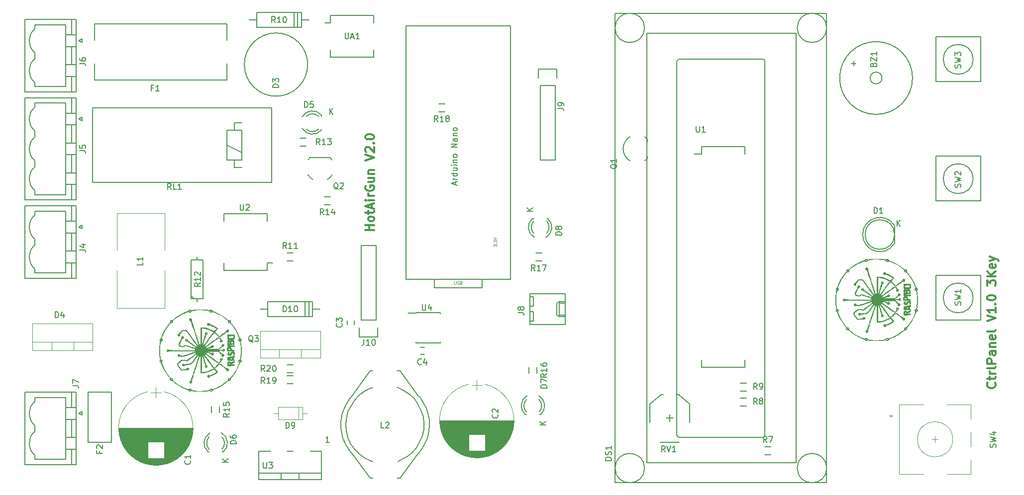
<source format=gbr>
%TF.GenerationSoftware,KiCad,Pcbnew,4.0.5+dfsg1-4*%
%TF.CreationDate,2018-12-31T14:04:09+01:00*%
%TF.ProjectId,HotAirGun,486F7441697247756E2E6B696361645F,rev?*%
%TF.FileFunction,Legend,Top*%
%FSLAX46Y46*%
G04 Gerber Fmt 4.6, Leading zero omitted, Abs format (unit mm)*
G04 Created by KiCad (PCBNEW 4.0.5+dfsg1-4) date Mon Dec 31 14:04:09 2018*
%MOMM*%
%LPD*%
G01*
G04 APERTURE LIST*
%ADD10C,0.100000*%
%ADD11C,0.300000*%
%ADD12C,0.150000*%
%ADD13C,0.120000*%
%ADD14C,0.010000*%
%ADD15C,0.075000*%
G04 APERTURE END LIST*
D10*
D11*
X124122571Y-94721142D02*
X122622571Y-94721142D01*
X123336857Y-94721142D02*
X123336857Y-93863999D01*
X124122571Y-93863999D02*
X122622571Y-93863999D01*
X124122571Y-92935427D02*
X124051143Y-93078285D01*
X123979714Y-93149713D01*
X123836857Y-93221142D01*
X123408286Y-93221142D01*
X123265429Y-93149713D01*
X123194000Y-93078285D01*
X123122571Y-92935427D01*
X123122571Y-92721142D01*
X123194000Y-92578285D01*
X123265429Y-92506856D01*
X123408286Y-92435427D01*
X123836857Y-92435427D01*
X123979714Y-92506856D01*
X124051143Y-92578285D01*
X124122571Y-92721142D01*
X124122571Y-92935427D01*
X123122571Y-92006856D02*
X123122571Y-91435427D01*
X122622571Y-91792570D02*
X123908286Y-91792570D01*
X124051143Y-91721142D01*
X124122571Y-91578284D01*
X124122571Y-91435427D01*
X123694000Y-91006856D02*
X123694000Y-90292570D01*
X124122571Y-91149713D02*
X122622571Y-90649713D01*
X124122571Y-90149713D01*
X124122571Y-89649713D02*
X123122571Y-89649713D01*
X122622571Y-89649713D02*
X122694000Y-89721142D01*
X122765429Y-89649713D01*
X122694000Y-89578285D01*
X122622571Y-89649713D01*
X122765429Y-89649713D01*
X124122571Y-88935427D02*
X123122571Y-88935427D01*
X123408286Y-88935427D02*
X123265429Y-88863999D01*
X123194000Y-88792570D01*
X123122571Y-88649713D01*
X123122571Y-88506856D01*
X122694000Y-87221142D02*
X122622571Y-87363999D01*
X122622571Y-87578285D01*
X122694000Y-87792570D01*
X122836857Y-87935428D01*
X122979714Y-88006856D01*
X123265429Y-88078285D01*
X123479714Y-88078285D01*
X123765429Y-88006856D01*
X123908286Y-87935428D01*
X124051143Y-87792570D01*
X124122571Y-87578285D01*
X124122571Y-87435428D01*
X124051143Y-87221142D01*
X123979714Y-87149713D01*
X123479714Y-87149713D01*
X123479714Y-87435428D01*
X123122571Y-85863999D02*
X124122571Y-85863999D01*
X123122571Y-86506856D02*
X123908286Y-86506856D01*
X124051143Y-86435428D01*
X124122571Y-86292570D01*
X124122571Y-86078285D01*
X124051143Y-85935428D01*
X123979714Y-85863999D01*
X123122571Y-85149713D02*
X124122571Y-85149713D01*
X123265429Y-85149713D02*
X123194000Y-85078285D01*
X123122571Y-84935427D01*
X123122571Y-84721142D01*
X123194000Y-84578285D01*
X123336857Y-84506856D01*
X124122571Y-84506856D01*
X122622571Y-82863999D02*
X124122571Y-82363999D01*
X122622571Y-81863999D01*
X122765429Y-81435428D02*
X122694000Y-81363999D01*
X122622571Y-81221142D01*
X122622571Y-80863999D01*
X122694000Y-80721142D01*
X122765429Y-80649713D01*
X122908286Y-80578285D01*
X123051143Y-80578285D01*
X123265429Y-80649713D01*
X124122571Y-81506856D01*
X124122571Y-80578285D01*
X123979714Y-79935428D02*
X124051143Y-79864000D01*
X124122571Y-79935428D01*
X124051143Y-80006857D01*
X123979714Y-79935428D01*
X124122571Y-79935428D01*
X122622571Y-78935428D02*
X122622571Y-78792571D01*
X122694000Y-78649714D01*
X122765429Y-78578285D01*
X122908286Y-78506856D01*
X123194000Y-78435428D01*
X123551143Y-78435428D01*
X123836857Y-78506856D01*
X123979714Y-78578285D01*
X124051143Y-78649714D01*
X124122571Y-78792571D01*
X124122571Y-78935428D01*
X124051143Y-79078285D01*
X123979714Y-79149714D01*
X123836857Y-79221142D01*
X123551143Y-79292571D01*
X123194000Y-79292571D01*
X122908286Y-79221142D01*
X122765429Y-79149714D01*
X122694000Y-79078285D01*
X122622571Y-78935428D01*
X229770714Y-120704284D02*
X229842143Y-120775713D01*
X229913571Y-120989999D01*
X229913571Y-121132856D01*
X229842143Y-121347141D01*
X229699286Y-121489999D01*
X229556429Y-121561427D01*
X229270714Y-121632856D01*
X229056429Y-121632856D01*
X228770714Y-121561427D01*
X228627857Y-121489999D01*
X228485000Y-121347141D01*
X228413571Y-121132856D01*
X228413571Y-120989999D01*
X228485000Y-120775713D01*
X228556429Y-120704284D01*
X228913571Y-120275713D02*
X228913571Y-119704284D01*
X228413571Y-120061427D02*
X229699286Y-120061427D01*
X229842143Y-119989999D01*
X229913571Y-119847141D01*
X229913571Y-119704284D01*
X229913571Y-119204284D02*
X228913571Y-119204284D01*
X229199286Y-119204284D02*
X229056429Y-119132856D01*
X228985000Y-119061427D01*
X228913571Y-118918570D01*
X228913571Y-118775713D01*
X229913571Y-118061427D02*
X229842143Y-118204285D01*
X229699286Y-118275713D01*
X228413571Y-118275713D01*
X229913571Y-117489999D02*
X228413571Y-117489999D01*
X228413571Y-116918571D01*
X228485000Y-116775713D01*
X228556429Y-116704285D01*
X228699286Y-116632856D01*
X228913571Y-116632856D01*
X229056429Y-116704285D01*
X229127857Y-116775713D01*
X229199286Y-116918571D01*
X229199286Y-117489999D01*
X229913571Y-115347142D02*
X229127857Y-115347142D01*
X228985000Y-115418571D01*
X228913571Y-115561428D01*
X228913571Y-115847142D01*
X228985000Y-115989999D01*
X229842143Y-115347142D02*
X229913571Y-115489999D01*
X229913571Y-115847142D01*
X229842143Y-115989999D01*
X229699286Y-116061428D01*
X229556429Y-116061428D01*
X229413571Y-115989999D01*
X229342143Y-115847142D01*
X229342143Y-115489999D01*
X229270714Y-115347142D01*
X228913571Y-114632856D02*
X229913571Y-114632856D01*
X229056429Y-114632856D02*
X228985000Y-114561428D01*
X228913571Y-114418570D01*
X228913571Y-114204285D01*
X228985000Y-114061428D01*
X229127857Y-113989999D01*
X229913571Y-113989999D01*
X229842143Y-112704285D02*
X229913571Y-112847142D01*
X229913571Y-113132856D01*
X229842143Y-113275713D01*
X229699286Y-113347142D01*
X229127857Y-113347142D01*
X228985000Y-113275713D01*
X228913571Y-113132856D01*
X228913571Y-112847142D01*
X228985000Y-112704285D01*
X229127857Y-112632856D01*
X229270714Y-112632856D01*
X229413571Y-113347142D01*
X229913571Y-111775713D02*
X229842143Y-111918571D01*
X229699286Y-111989999D01*
X228413571Y-111989999D01*
X228413571Y-110275714D02*
X229913571Y-109775714D01*
X228413571Y-109275714D01*
X229913571Y-107990000D02*
X229913571Y-108847143D01*
X229913571Y-108418571D02*
X228413571Y-108418571D01*
X228627857Y-108561428D01*
X228770714Y-108704286D01*
X228842143Y-108847143D01*
X229770714Y-107347143D02*
X229842143Y-107275715D01*
X229913571Y-107347143D01*
X229842143Y-107418572D01*
X229770714Y-107347143D01*
X229913571Y-107347143D01*
X228413571Y-106347143D02*
X228413571Y-106204286D01*
X228485000Y-106061429D01*
X228556429Y-105990000D01*
X228699286Y-105918571D01*
X228985000Y-105847143D01*
X229342143Y-105847143D01*
X229627857Y-105918571D01*
X229770714Y-105990000D01*
X229842143Y-106061429D01*
X229913571Y-106204286D01*
X229913571Y-106347143D01*
X229842143Y-106490000D01*
X229770714Y-106561429D01*
X229627857Y-106632857D01*
X229342143Y-106704286D01*
X228985000Y-106704286D01*
X228699286Y-106632857D01*
X228556429Y-106561429D01*
X228485000Y-106490000D01*
X228413571Y-106347143D01*
X228413571Y-104204286D02*
X228413571Y-103275715D01*
X228985000Y-103775715D01*
X228985000Y-103561429D01*
X229056429Y-103418572D01*
X229127857Y-103347143D01*
X229270714Y-103275715D01*
X229627857Y-103275715D01*
X229770714Y-103347143D01*
X229842143Y-103418572D01*
X229913571Y-103561429D01*
X229913571Y-103990001D01*
X229842143Y-104132858D01*
X229770714Y-104204286D01*
X229913571Y-102632858D02*
X228413571Y-102632858D01*
X229913571Y-101775715D02*
X229056429Y-102418572D01*
X228413571Y-101775715D02*
X229270714Y-102632858D01*
X229842143Y-100561430D02*
X229913571Y-100704287D01*
X229913571Y-100990001D01*
X229842143Y-101132858D01*
X229699286Y-101204287D01*
X229127857Y-101204287D01*
X228985000Y-101132858D01*
X228913571Y-100990001D01*
X228913571Y-100704287D01*
X228985000Y-100561430D01*
X229127857Y-100490001D01*
X229270714Y-100490001D01*
X229413571Y-101204287D01*
X228913571Y-99990001D02*
X229913571Y-99632858D01*
X228913571Y-99275716D02*
X229913571Y-99632858D01*
X230270714Y-99775716D01*
X230342143Y-99847144D01*
X230413571Y-99990001D01*
D12*
X175641000Y-129593340D02*
X175641000Y-66093340D01*
X190139320Y-130093720D02*
X176138840Y-130093720D01*
X190639700Y-66093340D02*
X190639700Y-129593340D01*
X176138840Y-65592960D02*
X190139320Y-65592960D01*
X176138840Y-65595500D02*
G75*
G03X175641000Y-66093340I0J-497840D01*
G01*
X190639700Y-66093340D02*
G75*
G03X190139320Y-65592960I-500380J0D01*
G01*
X190139320Y-130093720D02*
G75*
G03X190639700Y-129593340I0J500380D01*
G01*
X175638460Y-129593340D02*
G75*
G03X176138840Y-130093720I500380J0D01*
G01*
X170540680Y-134393940D02*
X170540680Y-61193680D01*
X170540680Y-61193680D02*
X195940680Y-61193680D01*
X195940680Y-61193680D02*
X195940680Y-134393940D01*
X195940680Y-134393940D02*
X170540680Y-134393940D01*
X170139360Y-60294520D02*
G75*
G03X170139360Y-60294520I-2499360J0D01*
G01*
X201140060Y-60294520D02*
G75*
G03X201140060Y-60294520I-2499360J0D01*
G01*
X201142600Y-135293100D02*
G75*
G03X201142600Y-135293100I-2501900J0D01*
G01*
X170139360Y-135293100D02*
G75*
G03X170139360Y-135293100I-2499360J0D01*
G01*
X165140640Y-137795000D02*
X165140640Y-57795160D01*
X165140640Y-57795160D02*
X201140060Y-57795160D01*
X201140060Y-57795160D02*
X201140060Y-137795000D01*
X201140060Y-137795000D02*
X165140640Y-137795000D01*
X66364179Y-127970841D02*
G75*
G02X66380000Y-123984000I1665821J1986841D01*
G01*
X66364179Y-133050841D02*
G75*
G02X66380000Y-129064000I1665821J1986841D01*
G01*
X73460000Y-122364000D02*
X64700000Y-122364000D01*
X64700000Y-122364000D02*
X64700000Y-134684000D01*
X64700000Y-134684000D02*
X73460000Y-134684000D01*
X73460000Y-134684000D02*
X73460000Y-122364000D01*
X72680000Y-122364000D02*
X72680000Y-124904000D01*
X72680000Y-134684000D02*
X72680000Y-132144000D01*
X72680000Y-126984000D02*
X72680000Y-130064000D01*
X71680000Y-124984000D02*
X73460000Y-124984000D01*
X73460000Y-124984000D02*
X73460000Y-126984000D01*
X73460000Y-126984000D02*
X71680000Y-126984000D01*
X71680000Y-126984000D02*
X71680000Y-124984000D01*
X71680000Y-130064000D02*
X73460000Y-130064000D01*
X73460000Y-130064000D02*
X73460000Y-132064000D01*
X73460000Y-132064000D02*
X71680000Y-132064000D01*
X71680000Y-132064000D02*
X71680000Y-130064000D01*
X66380000Y-127984000D02*
X66380000Y-129064000D01*
X66380000Y-123984000D02*
X66380000Y-123244000D01*
X66380000Y-123244000D02*
X71680000Y-123244000D01*
X71680000Y-123244000D02*
X71680000Y-133804000D01*
X71680000Y-133804000D02*
X66380000Y-133804000D01*
X66380000Y-133804000D02*
X66380000Y-133064000D01*
X73880000Y-125984000D02*
X74480000Y-126284000D01*
X74480000Y-126284000D02*
X74480000Y-125684000D01*
X74480000Y-125684000D02*
X73880000Y-125984000D01*
X134366000Y-103124000D02*
X134366000Y-104574000D01*
X134366000Y-104574000D02*
X142494000Y-104574000D01*
X142494000Y-104574000D02*
X142494000Y-103124000D01*
X129540000Y-59944000D02*
X147320000Y-59944000D01*
X129540000Y-103124000D02*
X147320000Y-103124000D01*
X147320000Y-59944000D02*
X147320000Y-103124000D01*
X129540000Y-59944000D02*
X129540000Y-103124000D01*
X109355000Y-119594000D02*
X110355000Y-119594000D01*
X110355000Y-120944000D02*
X109355000Y-120944000D01*
D13*
X88370256Y-134653044D02*
G75*
G03X88375000Y-122276012I-1375256J6189044D01*
G01*
X85619744Y-134653044D02*
G75*
G02X85615000Y-122276012I1375256J6189044D01*
G01*
X85619744Y-134653044D02*
G75*
G03X88375000Y-134651988I1375256J6189044D01*
G01*
X93295000Y-128464000D02*
X80695000Y-128464000D01*
X93295000Y-128504000D02*
X80695000Y-128504000D01*
X93295000Y-128544000D02*
X80695000Y-128544000D01*
X93294000Y-128584000D02*
X80696000Y-128584000D01*
X93293000Y-128624000D02*
X80697000Y-128624000D01*
X93292000Y-128664000D02*
X80698000Y-128664000D01*
X93291000Y-128704000D02*
X80699000Y-128704000D01*
X93289000Y-128744000D02*
X80701000Y-128744000D01*
X93287000Y-128784000D02*
X80703000Y-128784000D01*
X93285000Y-128824000D02*
X80705000Y-128824000D01*
X93283000Y-128864000D02*
X80707000Y-128864000D01*
X93280000Y-128904000D02*
X80710000Y-128904000D01*
X93277000Y-128944000D02*
X80713000Y-128944000D01*
X93274000Y-128984000D02*
X80716000Y-128984000D01*
X93271000Y-129024000D02*
X80719000Y-129024000D01*
X93267000Y-129064000D02*
X80723000Y-129064000D01*
X93263000Y-129104000D02*
X80727000Y-129104000D01*
X93259000Y-129144000D02*
X80731000Y-129144000D01*
X93254000Y-129185000D02*
X80736000Y-129185000D01*
X93250000Y-129225000D02*
X80740000Y-129225000D01*
X93245000Y-129265000D02*
X80745000Y-129265000D01*
X93240000Y-129305000D02*
X80750000Y-129305000D01*
X93234000Y-129345000D02*
X80756000Y-129345000D01*
X93228000Y-129385000D02*
X80762000Y-129385000D01*
X93222000Y-129425000D02*
X80768000Y-129425000D01*
X93216000Y-129465000D02*
X80774000Y-129465000D01*
X93210000Y-129505000D02*
X80780000Y-129505000D01*
X93203000Y-129545000D02*
X80787000Y-129545000D01*
X93196000Y-129585000D02*
X80794000Y-129585000D01*
X93188000Y-129625000D02*
X80802000Y-129625000D01*
X93181000Y-129665000D02*
X80809000Y-129665000D01*
X93173000Y-129705000D02*
X80817000Y-129705000D01*
X93165000Y-129745000D02*
X80825000Y-129745000D01*
X93157000Y-129785000D02*
X80833000Y-129785000D01*
X93148000Y-129825000D02*
X80842000Y-129825000D01*
X93139000Y-129865000D02*
X80851000Y-129865000D01*
X93130000Y-129905000D02*
X80860000Y-129905000D01*
X93120000Y-129945000D02*
X80870000Y-129945000D01*
X93111000Y-129985000D02*
X80879000Y-129985000D01*
X93101000Y-130025000D02*
X80889000Y-130025000D01*
X93090000Y-130065000D02*
X80900000Y-130065000D01*
X93080000Y-130105000D02*
X80910000Y-130105000D01*
X93069000Y-130145000D02*
X80921000Y-130145000D01*
X93058000Y-130185000D02*
X80932000Y-130185000D01*
X93046000Y-130225000D02*
X80944000Y-130225000D01*
X93035000Y-130265000D02*
X80955000Y-130265000D01*
X93023000Y-130305000D02*
X80967000Y-130305000D01*
X93010000Y-130345000D02*
X80980000Y-130345000D01*
X92998000Y-130385000D02*
X80992000Y-130385000D01*
X92985000Y-130425000D02*
X81005000Y-130425000D01*
X92972000Y-130465000D02*
X81018000Y-130465000D01*
X92958000Y-130505000D02*
X81032000Y-130505000D01*
X92945000Y-130545000D02*
X81045000Y-130545000D01*
X92931000Y-130585000D02*
X81059000Y-130585000D01*
X92916000Y-130625000D02*
X81074000Y-130625000D01*
X92902000Y-130665000D02*
X81088000Y-130665000D01*
X92887000Y-130705000D02*
X81103000Y-130705000D01*
X92871000Y-130745000D02*
X81119000Y-130745000D01*
X92856000Y-130785000D02*
X81134000Y-130785000D01*
X92840000Y-130825000D02*
X81150000Y-130825000D01*
X92824000Y-130865000D02*
X88375000Y-130865000D01*
X85615000Y-130865000D02*
X81166000Y-130865000D01*
X92807000Y-130905000D02*
X88375000Y-130905000D01*
X85615000Y-130905000D02*
X81183000Y-130905000D01*
X92790000Y-130945000D02*
X88375000Y-130945000D01*
X85615000Y-130945000D02*
X81200000Y-130945000D01*
X92773000Y-130985000D02*
X88375000Y-130985000D01*
X85615000Y-130985000D02*
X81217000Y-130985000D01*
X92756000Y-131025000D02*
X88375000Y-131025000D01*
X85615000Y-131025000D02*
X81234000Y-131025000D01*
X92738000Y-131065000D02*
X88375000Y-131065000D01*
X85615000Y-131065000D02*
X81252000Y-131065000D01*
X92720000Y-131105000D02*
X88375000Y-131105000D01*
X85615000Y-131105000D02*
X81270000Y-131105000D01*
X92701000Y-131145000D02*
X88375000Y-131145000D01*
X85615000Y-131145000D02*
X81289000Y-131145000D01*
X92682000Y-131185000D02*
X88375000Y-131185000D01*
X85615000Y-131185000D02*
X81308000Y-131185000D01*
X92663000Y-131225000D02*
X88375000Y-131225000D01*
X85615000Y-131225000D02*
X81327000Y-131225000D01*
X92644000Y-131265000D02*
X88375000Y-131265000D01*
X85615000Y-131265000D02*
X81346000Y-131265000D01*
X92624000Y-131305000D02*
X88375000Y-131305000D01*
X85615000Y-131305000D02*
X81366000Y-131305000D01*
X92604000Y-131345000D02*
X88375000Y-131345000D01*
X85615000Y-131345000D02*
X81386000Y-131345000D01*
X92583000Y-131385000D02*
X88375000Y-131385000D01*
X85615000Y-131385000D02*
X81407000Y-131385000D01*
X92562000Y-131425000D02*
X88375000Y-131425000D01*
X85615000Y-131425000D02*
X81428000Y-131425000D01*
X92541000Y-131465000D02*
X88375000Y-131465000D01*
X85615000Y-131465000D02*
X81449000Y-131465000D01*
X92519000Y-131505000D02*
X88375000Y-131505000D01*
X85615000Y-131505000D02*
X81471000Y-131505000D01*
X92497000Y-131545000D02*
X88375000Y-131545000D01*
X85615000Y-131545000D02*
X81493000Y-131545000D01*
X92475000Y-131585000D02*
X88375000Y-131585000D01*
X85615000Y-131585000D02*
X81515000Y-131585000D01*
X92452000Y-131625000D02*
X88375000Y-131625000D01*
X85615000Y-131625000D02*
X81538000Y-131625000D01*
X92429000Y-131665000D02*
X88375000Y-131665000D01*
X85615000Y-131665000D02*
X81561000Y-131665000D01*
X92405000Y-131705000D02*
X88375000Y-131705000D01*
X85615000Y-131705000D02*
X81585000Y-131705000D01*
X92381000Y-131745000D02*
X88375000Y-131745000D01*
X85615000Y-131745000D02*
X81609000Y-131745000D01*
X92357000Y-131785000D02*
X88375000Y-131785000D01*
X85615000Y-131785000D02*
X81633000Y-131785000D01*
X92332000Y-131825000D02*
X88375000Y-131825000D01*
X85615000Y-131825000D02*
X81658000Y-131825000D01*
X92307000Y-131865000D02*
X88375000Y-131865000D01*
X85615000Y-131865000D02*
X81683000Y-131865000D01*
X92281000Y-131905000D02*
X88375000Y-131905000D01*
X85615000Y-131905000D02*
X81709000Y-131905000D01*
X92255000Y-131945000D02*
X88375000Y-131945000D01*
X85615000Y-131945000D02*
X81735000Y-131945000D01*
X92229000Y-131985000D02*
X88375000Y-131985000D01*
X85615000Y-131985000D02*
X81761000Y-131985000D01*
X92202000Y-132025000D02*
X88375000Y-132025000D01*
X85615000Y-132025000D02*
X81788000Y-132025000D01*
X92174000Y-132065000D02*
X88375000Y-132065000D01*
X85615000Y-132065000D02*
X81816000Y-132065000D01*
X92146000Y-132105000D02*
X88375000Y-132105000D01*
X85615000Y-132105000D02*
X81844000Y-132105000D01*
X92118000Y-132145000D02*
X88375000Y-132145000D01*
X85615000Y-132145000D02*
X81872000Y-132145000D01*
X92089000Y-132185000D02*
X88375000Y-132185000D01*
X85615000Y-132185000D02*
X81901000Y-132185000D01*
X92060000Y-132225000D02*
X88375000Y-132225000D01*
X85615000Y-132225000D02*
X81930000Y-132225000D01*
X92030000Y-132265000D02*
X88375000Y-132265000D01*
X85615000Y-132265000D02*
X81960000Y-132265000D01*
X92000000Y-132305000D02*
X88375000Y-132305000D01*
X85615000Y-132305000D02*
X81990000Y-132305000D01*
X91970000Y-132345000D02*
X88375000Y-132345000D01*
X85615000Y-132345000D02*
X82020000Y-132345000D01*
X91938000Y-132385000D02*
X88375000Y-132385000D01*
X85615000Y-132385000D02*
X82052000Y-132385000D01*
X91907000Y-132425000D02*
X88375000Y-132425000D01*
X85615000Y-132425000D02*
X82083000Y-132425000D01*
X91874000Y-132465000D02*
X88375000Y-132465000D01*
X85615000Y-132465000D02*
X82116000Y-132465000D01*
X91842000Y-132505000D02*
X88375000Y-132505000D01*
X85615000Y-132505000D02*
X82148000Y-132505000D01*
X91808000Y-132545000D02*
X88375000Y-132545000D01*
X85615000Y-132545000D02*
X82182000Y-132545000D01*
X91774000Y-132585000D02*
X88375000Y-132585000D01*
X85615000Y-132585000D02*
X82216000Y-132585000D01*
X91740000Y-132625000D02*
X88375000Y-132625000D01*
X85615000Y-132625000D02*
X82250000Y-132625000D01*
X91705000Y-132665000D02*
X88375000Y-132665000D01*
X85615000Y-132665000D02*
X82285000Y-132665000D01*
X91669000Y-132705000D02*
X88375000Y-132705000D01*
X85615000Y-132705000D02*
X82321000Y-132705000D01*
X91633000Y-132745000D02*
X88375000Y-132745000D01*
X85615000Y-132745000D02*
X82357000Y-132745000D01*
X91596000Y-132785000D02*
X88375000Y-132785000D01*
X85615000Y-132785000D02*
X82394000Y-132785000D01*
X91558000Y-132825000D02*
X88375000Y-132825000D01*
X85615000Y-132825000D02*
X82432000Y-132825000D01*
X91520000Y-132865000D02*
X88375000Y-132865000D01*
X85615000Y-132865000D02*
X82470000Y-132865000D01*
X91481000Y-132905000D02*
X88375000Y-132905000D01*
X85615000Y-132905000D02*
X82509000Y-132905000D01*
X91442000Y-132945000D02*
X88375000Y-132945000D01*
X85615000Y-132945000D02*
X82548000Y-132945000D01*
X91401000Y-132985000D02*
X88375000Y-132985000D01*
X85615000Y-132985000D02*
X82589000Y-132985000D01*
X91360000Y-133025000D02*
X88375000Y-133025000D01*
X85615000Y-133025000D02*
X82630000Y-133025000D01*
X91318000Y-133065000D02*
X88375000Y-133065000D01*
X85615000Y-133065000D02*
X82672000Y-133065000D01*
X91276000Y-133105000D02*
X88375000Y-133105000D01*
X85615000Y-133105000D02*
X82714000Y-133105000D01*
X91233000Y-133145000D02*
X88375000Y-133145000D01*
X85615000Y-133145000D02*
X82757000Y-133145000D01*
X91188000Y-133185000D02*
X88375000Y-133185000D01*
X85615000Y-133185000D02*
X82802000Y-133185000D01*
X91143000Y-133225000D02*
X88375000Y-133225000D01*
X85615000Y-133225000D02*
X82847000Y-133225000D01*
X91097000Y-133265000D02*
X88375000Y-133265000D01*
X85615000Y-133265000D02*
X82893000Y-133265000D01*
X91051000Y-133305000D02*
X88375000Y-133305000D01*
X85615000Y-133305000D02*
X82939000Y-133305000D01*
X91003000Y-133345000D02*
X88375000Y-133345000D01*
X85615000Y-133345000D02*
X82987000Y-133345000D01*
X90954000Y-133385000D02*
X88375000Y-133385000D01*
X85615000Y-133385000D02*
X83036000Y-133385000D01*
X90904000Y-133425000D02*
X88375000Y-133425000D01*
X85615000Y-133425000D02*
X83086000Y-133425000D01*
X90854000Y-133465000D02*
X88375000Y-133465000D01*
X85615000Y-133465000D02*
X83136000Y-133465000D01*
X90802000Y-133505000D02*
X88375000Y-133505000D01*
X85615000Y-133505000D02*
X83188000Y-133505000D01*
X90749000Y-133545000D02*
X88375000Y-133545000D01*
X85615000Y-133545000D02*
X83241000Y-133545000D01*
X90695000Y-133585000D02*
X88375000Y-133585000D01*
X85615000Y-133585000D02*
X83295000Y-133585000D01*
X90639000Y-133625000D02*
X83351000Y-133625000D01*
X90583000Y-133665000D02*
X83407000Y-133665000D01*
X90525000Y-133705000D02*
X83465000Y-133705000D01*
X90465000Y-133745000D02*
X83525000Y-133745000D01*
X90404000Y-133785000D02*
X83586000Y-133785000D01*
X90342000Y-133825000D02*
X83648000Y-133825000D01*
X90277000Y-133865000D02*
X83713000Y-133865000D01*
X90212000Y-133905000D02*
X83778000Y-133905000D01*
X90144000Y-133945000D02*
X83846000Y-133945000D01*
X90074000Y-133985000D02*
X83916000Y-133985000D01*
X90002000Y-134025000D02*
X83988000Y-134025000D01*
X89928000Y-134065000D02*
X84062000Y-134065000D01*
X89851000Y-134105000D02*
X84139000Y-134105000D01*
X89772000Y-134145000D02*
X84218000Y-134145000D01*
X89690000Y-134185000D02*
X84300000Y-134185000D01*
X89605000Y-134225000D02*
X84385000Y-134225000D01*
X89516000Y-134265000D02*
X84474000Y-134265000D01*
X89423000Y-134305000D02*
X84567000Y-134305000D01*
X89326000Y-134345000D02*
X84664000Y-134345000D01*
X89225000Y-134385000D02*
X84765000Y-134385000D01*
X89117000Y-134425000D02*
X84873000Y-134425000D01*
X89004000Y-134465000D02*
X84986000Y-134465000D01*
X88883000Y-134505000D02*
X85107000Y-134505000D01*
X88752000Y-134545000D02*
X85238000Y-134545000D01*
X88611000Y-134585000D02*
X85379000Y-134585000D01*
X88455000Y-134625000D02*
X85535000Y-134625000D01*
X88280000Y-134665000D02*
X85710000Y-134665000D01*
X88077000Y-134705000D02*
X85913000Y-134705000D01*
X87826000Y-134745000D02*
X86164000Y-134745000D01*
X87459000Y-134785000D02*
X86531000Y-134785000D01*
X86995000Y-121514000D02*
X86995000Y-123314000D01*
X87895000Y-122414000D02*
X86095000Y-122414000D01*
X142980256Y-133383044D02*
G75*
G03X142985000Y-121006012I-1375256J6189044D01*
G01*
X140229744Y-133383044D02*
G75*
G02X140225000Y-121006012I1375256J6189044D01*
G01*
X140229744Y-133383044D02*
G75*
G03X142985000Y-133381988I1375256J6189044D01*
G01*
X147905000Y-127194000D02*
X135305000Y-127194000D01*
X147905000Y-127234000D02*
X135305000Y-127234000D01*
X147905000Y-127274000D02*
X135305000Y-127274000D01*
X147904000Y-127314000D02*
X135306000Y-127314000D01*
X147903000Y-127354000D02*
X135307000Y-127354000D01*
X147902000Y-127394000D02*
X135308000Y-127394000D01*
X147901000Y-127434000D02*
X135309000Y-127434000D01*
X147899000Y-127474000D02*
X135311000Y-127474000D01*
X147897000Y-127514000D02*
X135313000Y-127514000D01*
X147895000Y-127554000D02*
X135315000Y-127554000D01*
X147893000Y-127594000D02*
X135317000Y-127594000D01*
X147890000Y-127634000D02*
X135320000Y-127634000D01*
X147887000Y-127674000D02*
X135323000Y-127674000D01*
X147884000Y-127714000D02*
X135326000Y-127714000D01*
X147881000Y-127754000D02*
X135329000Y-127754000D01*
X147877000Y-127794000D02*
X135333000Y-127794000D01*
X147873000Y-127834000D02*
X135337000Y-127834000D01*
X147869000Y-127874000D02*
X135341000Y-127874000D01*
X147864000Y-127915000D02*
X135346000Y-127915000D01*
X147860000Y-127955000D02*
X135350000Y-127955000D01*
X147855000Y-127995000D02*
X135355000Y-127995000D01*
X147850000Y-128035000D02*
X135360000Y-128035000D01*
X147844000Y-128075000D02*
X135366000Y-128075000D01*
X147838000Y-128115000D02*
X135372000Y-128115000D01*
X147832000Y-128155000D02*
X135378000Y-128155000D01*
X147826000Y-128195000D02*
X135384000Y-128195000D01*
X147820000Y-128235000D02*
X135390000Y-128235000D01*
X147813000Y-128275000D02*
X135397000Y-128275000D01*
X147806000Y-128315000D02*
X135404000Y-128315000D01*
X147798000Y-128355000D02*
X135412000Y-128355000D01*
X147791000Y-128395000D02*
X135419000Y-128395000D01*
X147783000Y-128435000D02*
X135427000Y-128435000D01*
X147775000Y-128475000D02*
X135435000Y-128475000D01*
X147767000Y-128515000D02*
X135443000Y-128515000D01*
X147758000Y-128555000D02*
X135452000Y-128555000D01*
X147749000Y-128595000D02*
X135461000Y-128595000D01*
X147740000Y-128635000D02*
X135470000Y-128635000D01*
X147730000Y-128675000D02*
X135480000Y-128675000D01*
X147721000Y-128715000D02*
X135489000Y-128715000D01*
X147711000Y-128755000D02*
X135499000Y-128755000D01*
X147700000Y-128795000D02*
X135510000Y-128795000D01*
X147690000Y-128835000D02*
X135520000Y-128835000D01*
X147679000Y-128875000D02*
X135531000Y-128875000D01*
X147668000Y-128915000D02*
X135542000Y-128915000D01*
X147656000Y-128955000D02*
X135554000Y-128955000D01*
X147645000Y-128995000D02*
X135565000Y-128995000D01*
X147633000Y-129035000D02*
X135577000Y-129035000D01*
X147620000Y-129075000D02*
X135590000Y-129075000D01*
X147608000Y-129115000D02*
X135602000Y-129115000D01*
X147595000Y-129155000D02*
X135615000Y-129155000D01*
X147582000Y-129195000D02*
X135628000Y-129195000D01*
X147568000Y-129235000D02*
X135642000Y-129235000D01*
X147555000Y-129275000D02*
X135655000Y-129275000D01*
X147541000Y-129315000D02*
X135669000Y-129315000D01*
X147526000Y-129355000D02*
X135684000Y-129355000D01*
X147512000Y-129395000D02*
X135698000Y-129395000D01*
X147497000Y-129435000D02*
X135713000Y-129435000D01*
X147481000Y-129475000D02*
X135729000Y-129475000D01*
X147466000Y-129515000D02*
X135744000Y-129515000D01*
X147450000Y-129555000D02*
X135760000Y-129555000D01*
X147434000Y-129595000D02*
X142985000Y-129595000D01*
X140225000Y-129595000D02*
X135776000Y-129595000D01*
X147417000Y-129635000D02*
X142985000Y-129635000D01*
X140225000Y-129635000D02*
X135793000Y-129635000D01*
X147400000Y-129675000D02*
X142985000Y-129675000D01*
X140225000Y-129675000D02*
X135810000Y-129675000D01*
X147383000Y-129715000D02*
X142985000Y-129715000D01*
X140225000Y-129715000D02*
X135827000Y-129715000D01*
X147366000Y-129755000D02*
X142985000Y-129755000D01*
X140225000Y-129755000D02*
X135844000Y-129755000D01*
X147348000Y-129795000D02*
X142985000Y-129795000D01*
X140225000Y-129795000D02*
X135862000Y-129795000D01*
X147330000Y-129835000D02*
X142985000Y-129835000D01*
X140225000Y-129835000D02*
X135880000Y-129835000D01*
X147311000Y-129875000D02*
X142985000Y-129875000D01*
X140225000Y-129875000D02*
X135899000Y-129875000D01*
X147292000Y-129915000D02*
X142985000Y-129915000D01*
X140225000Y-129915000D02*
X135918000Y-129915000D01*
X147273000Y-129955000D02*
X142985000Y-129955000D01*
X140225000Y-129955000D02*
X135937000Y-129955000D01*
X147254000Y-129995000D02*
X142985000Y-129995000D01*
X140225000Y-129995000D02*
X135956000Y-129995000D01*
X147234000Y-130035000D02*
X142985000Y-130035000D01*
X140225000Y-130035000D02*
X135976000Y-130035000D01*
X147214000Y-130075000D02*
X142985000Y-130075000D01*
X140225000Y-130075000D02*
X135996000Y-130075000D01*
X147193000Y-130115000D02*
X142985000Y-130115000D01*
X140225000Y-130115000D02*
X136017000Y-130115000D01*
X147172000Y-130155000D02*
X142985000Y-130155000D01*
X140225000Y-130155000D02*
X136038000Y-130155000D01*
X147151000Y-130195000D02*
X142985000Y-130195000D01*
X140225000Y-130195000D02*
X136059000Y-130195000D01*
X147129000Y-130235000D02*
X142985000Y-130235000D01*
X140225000Y-130235000D02*
X136081000Y-130235000D01*
X147107000Y-130275000D02*
X142985000Y-130275000D01*
X140225000Y-130275000D02*
X136103000Y-130275000D01*
X147085000Y-130315000D02*
X142985000Y-130315000D01*
X140225000Y-130315000D02*
X136125000Y-130315000D01*
X147062000Y-130355000D02*
X142985000Y-130355000D01*
X140225000Y-130355000D02*
X136148000Y-130355000D01*
X147039000Y-130395000D02*
X142985000Y-130395000D01*
X140225000Y-130395000D02*
X136171000Y-130395000D01*
X147015000Y-130435000D02*
X142985000Y-130435000D01*
X140225000Y-130435000D02*
X136195000Y-130435000D01*
X146991000Y-130475000D02*
X142985000Y-130475000D01*
X140225000Y-130475000D02*
X136219000Y-130475000D01*
X146967000Y-130515000D02*
X142985000Y-130515000D01*
X140225000Y-130515000D02*
X136243000Y-130515000D01*
X146942000Y-130555000D02*
X142985000Y-130555000D01*
X140225000Y-130555000D02*
X136268000Y-130555000D01*
X146917000Y-130595000D02*
X142985000Y-130595000D01*
X140225000Y-130595000D02*
X136293000Y-130595000D01*
X146891000Y-130635000D02*
X142985000Y-130635000D01*
X140225000Y-130635000D02*
X136319000Y-130635000D01*
X146865000Y-130675000D02*
X142985000Y-130675000D01*
X140225000Y-130675000D02*
X136345000Y-130675000D01*
X146839000Y-130715000D02*
X142985000Y-130715000D01*
X140225000Y-130715000D02*
X136371000Y-130715000D01*
X146812000Y-130755000D02*
X142985000Y-130755000D01*
X140225000Y-130755000D02*
X136398000Y-130755000D01*
X146784000Y-130795000D02*
X142985000Y-130795000D01*
X140225000Y-130795000D02*
X136426000Y-130795000D01*
X146756000Y-130835000D02*
X142985000Y-130835000D01*
X140225000Y-130835000D02*
X136454000Y-130835000D01*
X146728000Y-130875000D02*
X142985000Y-130875000D01*
X140225000Y-130875000D02*
X136482000Y-130875000D01*
X146699000Y-130915000D02*
X142985000Y-130915000D01*
X140225000Y-130915000D02*
X136511000Y-130915000D01*
X146670000Y-130955000D02*
X142985000Y-130955000D01*
X140225000Y-130955000D02*
X136540000Y-130955000D01*
X146640000Y-130995000D02*
X142985000Y-130995000D01*
X140225000Y-130995000D02*
X136570000Y-130995000D01*
X146610000Y-131035000D02*
X142985000Y-131035000D01*
X140225000Y-131035000D02*
X136600000Y-131035000D01*
X146580000Y-131075000D02*
X142985000Y-131075000D01*
X140225000Y-131075000D02*
X136630000Y-131075000D01*
X146548000Y-131115000D02*
X142985000Y-131115000D01*
X140225000Y-131115000D02*
X136662000Y-131115000D01*
X146517000Y-131155000D02*
X142985000Y-131155000D01*
X140225000Y-131155000D02*
X136693000Y-131155000D01*
X146484000Y-131195000D02*
X142985000Y-131195000D01*
X140225000Y-131195000D02*
X136726000Y-131195000D01*
X146452000Y-131235000D02*
X142985000Y-131235000D01*
X140225000Y-131235000D02*
X136758000Y-131235000D01*
X146418000Y-131275000D02*
X142985000Y-131275000D01*
X140225000Y-131275000D02*
X136792000Y-131275000D01*
X146384000Y-131315000D02*
X142985000Y-131315000D01*
X140225000Y-131315000D02*
X136826000Y-131315000D01*
X146350000Y-131355000D02*
X142985000Y-131355000D01*
X140225000Y-131355000D02*
X136860000Y-131355000D01*
X146315000Y-131395000D02*
X142985000Y-131395000D01*
X140225000Y-131395000D02*
X136895000Y-131395000D01*
X146279000Y-131435000D02*
X142985000Y-131435000D01*
X140225000Y-131435000D02*
X136931000Y-131435000D01*
X146243000Y-131475000D02*
X142985000Y-131475000D01*
X140225000Y-131475000D02*
X136967000Y-131475000D01*
X146206000Y-131515000D02*
X142985000Y-131515000D01*
X140225000Y-131515000D02*
X137004000Y-131515000D01*
X146168000Y-131555000D02*
X142985000Y-131555000D01*
X140225000Y-131555000D02*
X137042000Y-131555000D01*
X146130000Y-131595000D02*
X142985000Y-131595000D01*
X140225000Y-131595000D02*
X137080000Y-131595000D01*
X146091000Y-131635000D02*
X142985000Y-131635000D01*
X140225000Y-131635000D02*
X137119000Y-131635000D01*
X146052000Y-131675000D02*
X142985000Y-131675000D01*
X140225000Y-131675000D02*
X137158000Y-131675000D01*
X146011000Y-131715000D02*
X142985000Y-131715000D01*
X140225000Y-131715000D02*
X137199000Y-131715000D01*
X145970000Y-131755000D02*
X142985000Y-131755000D01*
X140225000Y-131755000D02*
X137240000Y-131755000D01*
X145928000Y-131795000D02*
X142985000Y-131795000D01*
X140225000Y-131795000D02*
X137282000Y-131795000D01*
X145886000Y-131835000D02*
X142985000Y-131835000D01*
X140225000Y-131835000D02*
X137324000Y-131835000D01*
X145843000Y-131875000D02*
X142985000Y-131875000D01*
X140225000Y-131875000D02*
X137367000Y-131875000D01*
X145798000Y-131915000D02*
X142985000Y-131915000D01*
X140225000Y-131915000D02*
X137412000Y-131915000D01*
X145753000Y-131955000D02*
X142985000Y-131955000D01*
X140225000Y-131955000D02*
X137457000Y-131955000D01*
X145707000Y-131995000D02*
X142985000Y-131995000D01*
X140225000Y-131995000D02*
X137503000Y-131995000D01*
X145661000Y-132035000D02*
X142985000Y-132035000D01*
X140225000Y-132035000D02*
X137549000Y-132035000D01*
X145613000Y-132075000D02*
X142985000Y-132075000D01*
X140225000Y-132075000D02*
X137597000Y-132075000D01*
X145564000Y-132115000D02*
X142985000Y-132115000D01*
X140225000Y-132115000D02*
X137646000Y-132115000D01*
X145514000Y-132155000D02*
X142985000Y-132155000D01*
X140225000Y-132155000D02*
X137696000Y-132155000D01*
X145464000Y-132195000D02*
X142985000Y-132195000D01*
X140225000Y-132195000D02*
X137746000Y-132195000D01*
X145412000Y-132235000D02*
X142985000Y-132235000D01*
X140225000Y-132235000D02*
X137798000Y-132235000D01*
X145359000Y-132275000D02*
X142985000Y-132275000D01*
X140225000Y-132275000D02*
X137851000Y-132275000D01*
X145305000Y-132315000D02*
X142985000Y-132315000D01*
X140225000Y-132315000D02*
X137905000Y-132315000D01*
X145249000Y-132355000D02*
X137961000Y-132355000D01*
X145193000Y-132395000D02*
X138017000Y-132395000D01*
X145135000Y-132435000D02*
X138075000Y-132435000D01*
X145075000Y-132475000D02*
X138135000Y-132475000D01*
X145014000Y-132515000D02*
X138196000Y-132515000D01*
X144952000Y-132555000D02*
X138258000Y-132555000D01*
X144887000Y-132595000D02*
X138323000Y-132595000D01*
X144822000Y-132635000D02*
X138388000Y-132635000D01*
X144754000Y-132675000D02*
X138456000Y-132675000D01*
X144684000Y-132715000D02*
X138526000Y-132715000D01*
X144612000Y-132755000D02*
X138598000Y-132755000D01*
X144538000Y-132795000D02*
X138672000Y-132795000D01*
X144461000Y-132835000D02*
X138749000Y-132835000D01*
X144382000Y-132875000D02*
X138828000Y-132875000D01*
X144300000Y-132915000D02*
X138910000Y-132915000D01*
X144215000Y-132955000D02*
X138995000Y-132955000D01*
X144126000Y-132995000D02*
X139084000Y-132995000D01*
X144033000Y-133035000D02*
X139177000Y-133035000D01*
X143936000Y-133075000D02*
X139274000Y-133075000D01*
X143835000Y-133115000D02*
X139375000Y-133115000D01*
X143727000Y-133155000D02*
X139483000Y-133155000D01*
X143614000Y-133195000D02*
X139596000Y-133195000D01*
X143493000Y-133235000D02*
X139717000Y-133235000D01*
X143362000Y-133275000D02*
X139848000Y-133275000D01*
X143221000Y-133315000D02*
X139989000Y-133315000D01*
X143065000Y-133355000D02*
X140145000Y-133355000D01*
X142890000Y-133395000D02*
X140320000Y-133395000D01*
X142687000Y-133435000D02*
X140523000Y-133435000D01*
X142436000Y-133475000D02*
X140774000Y-133475000D01*
X142069000Y-133515000D02*
X141141000Y-133515000D01*
X141605000Y-120244000D02*
X141605000Y-122044000D01*
X142505000Y-121144000D02*
X140705000Y-121144000D01*
X76240000Y-115269000D02*
X66000000Y-115269000D01*
X76240000Y-110628000D02*
X66000000Y-110628000D01*
X76240000Y-115269000D02*
X76240000Y-110628000D01*
X66000000Y-115269000D02*
X66000000Y-110628000D01*
X76240000Y-113759000D02*
X66000000Y-113759000D01*
X72970000Y-115269000D02*
X72970000Y-113759000D01*
X69269000Y-115269000D02*
X69269000Y-113759000D01*
X111915000Y-127044000D02*
X111915000Y-124924000D01*
X111915000Y-124924000D02*
X107795000Y-124924000D01*
X107795000Y-124924000D02*
X107795000Y-127044000D01*
X107795000Y-127044000D02*
X111915000Y-127044000D01*
X112685000Y-125984000D02*
X111915000Y-125984000D01*
X107025000Y-125984000D02*
X107795000Y-125984000D01*
X111255000Y-127044000D02*
X111255000Y-124924000D01*
X88515000Y-91889000D02*
X88515000Y-98254000D01*
X88515000Y-101644000D02*
X88515000Y-108009000D01*
X80395000Y-91889000D02*
X80395000Y-98254000D01*
X80395000Y-101644000D02*
X80395000Y-108009000D01*
X88515000Y-91889000D02*
X80395000Y-91889000D01*
X88515000Y-108009000D02*
X80395000Y-108009000D01*
X114975000Y-116539000D02*
X104735000Y-116539000D01*
X114975000Y-111898000D02*
X104735000Y-111898000D01*
X114975000Y-116539000D02*
X114975000Y-111898000D01*
X104735000Y-116539000D02*
X104735000Y-111898000D01*
X114975000Y-115029000D02*
X104735000Y-115029000D01*
X111705000Y-116539000D02*
X111705000Y-115029000D01*
X108004000Y-116539000D02*
X108004000Y-115029000D01*
D12*
X226060000Y-106299000D02*
G75*
G03X226060000Y-106299000I-2540000J0D01*
G01*
X219710000Y-110109000D02*
X219710000Y-102489000D01*
X219710000Y-102489000D02*
X227330000Y-102489000D01*
X227330000Y-102489000D02*
X227330000Y-110109000D01*
X219710000Y-110109000D02*
X227330000Y-110109000D01*
X226060000Y-85979000D02*
G75*
G03X226060000Y-85979000I-2540000J0D01*
G01*
X219710000Y-89789000D02*
X219710000Y-82169000D01*
X219710000Y-82169000D02*
X227330000Y-82169000D01*
X227330000Y-82169000D02*
X227330000Y-89789000D01*
X219710000Y-89789000D02*
X227330000Y-89789000D01*
X226060000Y-65659000D02*
G75*
G03X226060000Y-65659000I-2540000J0D01*
G01*
X219710000Y-69469000D02*
X219710000Y-61849000D01*
X219710000Y-61849000D02*
X227330000Y-61849000D01*
X227330000Y-61849000D02*
X227330000Y-69469000D01*
X219710000Y-69469000D02*
X227330000Y-69469000D01*
X112830154Y-66548000D02*
G75*
G03X112830154Y-66548000I-5388154J0D01*
G01*
X104140000Y-57658000D02*
X111760000Y-57658000D01*
X111760000Y-57658000D02*
X111760000Y-60198000D01*
X111760000Y-60198000D02*
X104140000Y-60198000D01*
X104140000Y-60198000D02*
X104140000Y-57658000D01*
X111125000Y-57658000D02*
X111125000Y-60198000D01*
X110490000Y-60198000D02*
X110490000Y-57658000D01*
X104140000Y-58928000D02*
X102870000Y-58928000D01*
X111760000Y-58928000D02*
X113030000Y-58928000D01*
X106045000Y-106934000D02*
X113665000Y-106934000D01*
X113665000Y-106934000D02*
X113665000Y-109474000D01*
X113665000Y-109474000D02*
X106045000Y-109474000D01*
X106045000Y-109474000D02*
X106045000Y-106934000D01*
X113030000Y-106934000D02*
X113030000Y-109474000D01*
X112395000Y-109474000D02*
X112395000Y-106934000D01*
X106045000Y-108204000D02*
X104775000Y-108204000D01*
X113665000Y-108204000D02*
X114935000Y-108204000D01*
X93980000Y-106934000D02*
X93980000Y-106426000D01*
X93980000Y-99314000D02*
X93980000Y-99822000D01*
X93980000Y-99822000D02*
X92964000Y-99822000D01*
X92964000Y-99822000D02*
X92964000Y-106426000D01*
X92964000Y-106426000D02*
X94996000Y-106426000D01*
X94996000Y-106426000D02*
X94996000Y-99822000D01*
X94996000Y-99822000D02*
X93980000Y-99822000D01*
X93472000Y-106426000D02*
X92964000Y-105918000D01*
X186444000Y-123404000D02*
X187444000Y-123404000D01*
X187444000Y-124754000D02*
X186444000Y-124754000D01*
X186444000Y-120864000D02*
X187444000Y-120864000D01*
X187444000Y-122214000D02*
X186444000Y-122214000D01*
X210550760Y-68834000D02*
G75*
G03X210550760Y-68834000I-1000760J0D01*
G01*
X215750140Y-68834000D02*
G75*
G03X215750140Y-68834000I-6200140J0D01*
G01*
X66364179Y-64470841D02*
G75*
G02X66380000Y-60484000I1665821J1986841D01*
G01*
X66364179Y-69550841D02*
G75*
G02X66380000Y-65564000I1665821J1986841D01*
G01*
X73460000Y-58864000D02*
X64700000Y-58864000D01*
X64700000Y-58864000D02*
X64700000Y-71184000D01*
X64700000Y-71184000D02*
X73460000Y-71184000D01*
X73460000Y-71184000D02*
X73460000Y-58864000D01*
X72680000Y-58864000D02*
X72680000Y-61404000D01*
X72680000Y-71184000D02*
X72680000Y-68644000D01*
X72680000Y-63484000D02*
X72680000Y-66564000D01*
X71680000Y-61484000D02*
X73460000Y-61484000D01*
X73460000Y-61484000D02*
X73460000Y-63484000D01*
X73460000Y-63484000D02*
X71680000Y-63484000D01*
X71680000Y-63484000D02*
X71680000Y-61484000D01*
X71680000Y-66564000D02*
X73460000Y-66564000D01*
X73460000Y-66564000D02*
X73460000Y-68564000D01*
X73460000Y-68564000D02*
X71680000Y-68564000D01*
X71680000Y-68564000D02*
X71680000Y-66564000D01*
X66380000Y-64484000D02*
X66380000Y-65564000D01*
X66380000Y-60484000D02*
X66380000Y-59744000D01*
X66380000Y-59744000D02*
X71680000Y-59744000D01*
X71680000Y-59744000D02*
X71680000Y-70304000D01*
X71680000Y-70304000D02*
X66380000Y-70304000D01*
X66380000Y-70304000D02*
X66380000Y-69564000D01*
X73880000Y-62484000D02*
X74480000Y-62784000D01*
X74480000Y-62784000D02*
X74480000Y-62184000D01*
X74480000Y-62184000D02*
X73880000Y-62484000D01*
X66364179Y-77805841D02*
G75*
G02X66380000Y-73819000I1665821J1986841D01*
G01*
X66364179Y-82885841D02*
G75*
G02X66380000Y-78899000I1665821J1986841D01*
G01*
X66364179Y-87965841D02*
G75*
G02X66380000Y-83979000I1665821J1986841D01*
G01*
X73460000Y-72199000D02*
X64700000Y-72199000D01*
X64700000Y-72199000D02*
X64700000Y-89599000D01*
X64700000Y-89599000D02*
X73460000Y-89599000D01*
X73460000Y-89599000D02*
X73460000Y-72199000D01*
X72680000Y-72199000D02*
X72680000Y-74739000D01*
X72680000Y-89599000D02*
X72680000Y-87059000D01*
X72680000Y-76819000D02*
X72680000Y-79899000D01*
X72680000Y-81899000D02*
X72680000Y-84979000D01*
X71680000Y-74819000D02*
X73460000Y-74819000D01*
X73460000Y-74819000D02*
X73460000Y-76819000D01*
X73460000Y-76819000D02*
X71680000Y-76819000D01*
X71680000Y-76819000D02*
X71680000Y-74819000D01*
X71680000Y-79899000D02*
X73460000Y-79899000D01*
X73460000Y-79899000D02*
X73460000Y-81899000D01*
X73460000Y-81899000D02*
X71680000Y-81899000D01*
X71680000Y-81899000D02*
X71680000Y-79899000D01*
X71680000Y-84979000D02*
X73460000Y-84979000D01*
X73460000Y-84979000D02*
X73460000Y-86979000D01*
X73460000Y-86979000D02*
X71680000Y-86979000D01*
X71680000Y-86979000D02*
X71680000Y-84979000D01*
X66380000Y-77819000D02*
X66380000Y-78899000D01*
X66380000Y-82899000D02*
X66380000Y-83979000D01*
X66380000Y-73819000D02*
X66380000Y-73079000D01*
X66380000Y-73079000D02*
X71680000Y-73079000D01*
X71680000Y-73079000D02*
X71680000Y-88719000D01*
X71680000Y-88719000D02*
X66380000Y-88719000D01*
X66380000Y-88719000D02*
X66380000Y-87979000D01*
X73880000Y-75819000D02*
X74480000Y-76119000D01*
X74480000Y-76119000D02*
X74480000Y-75519000D01*
X74480000Y-75519000D02*
X73880000Y-75819000D01*
X66364179Y-96220841D02*
G75*
G02X66380000Y-92234000I1665821J1986841D01*
G01*
X66364179Y-101300841D02*
G75*
G02X66380000Y-97314000I1665821J1986841D01*
G01*
X73460000Y-90614000D02*
X64700000Y-90614000D01*
X64700000Y-90614000D02*
X64700000Y-102934000D01*
X64700000Y-102934000D02*
X73460000Y-102934000D01*
X73460000Y-102934000D02*
X73460000Y-90614000D01*
X72680000Y-90614000D02*
X72680000Y-93154000D01*
X72680000Y-102934000D02*
X72680000Y-100394000D01*
X72680000Y-95234000D02*
X72680000Y-98314000D01*
X71680000Y-93234000D02*
X73460000Y-93234000D01*
X73460000Y-93234000D02*
X73460000Y-95234000D01*
X73460000Y-95234000D02*
X71680000Y-95234000D01*
X71680000Y-95234000D02*
X71680000Y-93234000D01*
X71680000Y-98314000D02*
X73460000Y-98314000D01*
X73460000Y-98314000D02*
X73460000Y-100314000D01*
X73460000Y-100314000D02*
X71680000Y-100314000D01*
X71680000Y-100314000D02*
X71680000Y-98314000D01*
X66380000Y-96234000D02*
X66380000Y-97314000D01*
X66380000Y-92234000D02*
X66380000Y-91494000D01*
X66380000Y-91494000D02*
X71680000Y-91494000D01*
X71680000Y-91494000D02*
X71680000Y-102054000D01*
X71680000Y-102054000D02*
X66380000Y-102054000D01*
X66380000Y-102054000D02*
X66380000Y-101314000D01*
X73880000Y-94234000D02*
X74480000Y-94534000D01*
X74480000Y-94534000D02*
X74480000Y-93934000D01*
X74480000Y-93934000D02*
X73880000Y-94234000D01*
X105910000Y-101609000D02*
X105910000Y-100339000D01*
X98560000Y-101609000D02*
X98560000Y-100339000D01*
X98560000Y-91939000D02*
X98560000Y-93209000D01*
X105910000Y-91939000D02*
X105910000Y-93209000D01*
X105910000Y-101609000D02*
X98560000Y-101609000D01*
X105910000Y-91939000D02*
X98560000Y-91939000D01*
X105910000Y-100339000D02*
X106845000Y-100339000D01*
X116721000Y-58157000D02*
X116721000Y-59427000D01*
X124071000Y-58157000D02*
X124071000Y-59427000D01*
X124071000Y-65287000D02*
X124071000Y-64017000D01*
X116721000Y-65287000D02*
X116721000Y-64017000D01*
X116721000Y-58157000D02*
X124071000Y-58157000D01*
X116721000Y-65287000D02*
X124071000Y-65287000D01*
X116721000Y-59427000D02*
X115786000Y-59427000D01*
X106553000Y-132461000D02*
X104521000Y-132461000D01*
X110363000Y-132461000D02*
X109347000Y-132461000D01*
X115189000Y-132461000D02*
X113284000Y-132461000D01*
X111379000Y-137287000D02*
X111379000Y-136144000D01*
X108331000Y-137287000D02*
X108331000Y-136144000D01*
X104521000Y-136144000D02*
X104521000Y-132461000D01*
X115189000Y-132461000D02*
X115189000Y-136144000D01*
X104521000Y-137287000D02*
X104521000Y-136144000D01*
X104521000Y-136144000D02*
X115189000Y-136144000D01*
X115189000Y-136144000D02*
X115189000Y-137287000D01*
X109855000Y-137287000D02*
X115189000Y-137287000D01*
X109855000Y-137287000D02*
X104521000Y-137287000D01*
X179840000Y-80509000D02*
X179840000Y-81779000D01*
X187190000Y-80509000D02*
X187190000Y-81779000D01*
X187190000Y-118119000D02*
X187190000Y-116849000D01*
X179840000Y-118119000D02*
X179840000Y-116849000D01*
X179840000Y-80509000D02*
X187190000Y-80509000D01*
X179840000Y-118119000D02*
X187190000Y-118119000D01*
X179840000Y-81779000D02*
X178555000Y-81779000D01*
D13*
X219090000Y-130389000D02*
X220090000Y-130389000D01*
X219590000Y-129889000D02*
X219590000Y-130889000D01*
X225690000Y-133889000D02*
X225690000Y-136289000D01*
X225690000Y-129089000D02*
X225690000Y-131689000D01*
X225690000Y-124489000D02*
X225690000Y-126889000D01*
X212390000Y-126289000D02*
X212090000Y-126589000D01*
X211790000Y-126289000D02*
X212390000Y-126289000D01*
X212090000Y-126589000D02*
X211790000Y-126289000D01*
X213490000Y-124489000D02*
X213490000Y-136289000D01*
X217590000Y-124489000D02*
X213490000Y-124489000D01*
X217590000Y-136289000D02*
X213490000Y-136289000D01*
X225690000Y-136289000D02*
X221590000Y-136289000D01*
X221590000Y-124489000D02*
X225690000Y-124489000D01*
X222590000Y-130389000D02*
G75*
G03X222590000Y-130389000I-3000000J0D01*
G01*
D12*
X110355000Y-119039000D02*
X109355000Y-119039000D01*
X109355000Y-117689000D02*
X110355000Y-117689000D01*
X151646000Y-98639000D02*
X152646000Y-98639000D01*
X152646000Y-99989000D02*
X151646000Y-99989000D01*
X150455000Y-119118000D02*
X150455000Y-118118000D01*
X151805000Y-118118000D02*
X151805000Y-119118000D01*
X96480000Y-125849000D02*
X96480000Y-124849000D01*
X97830000Y-124849000D02*
X97830000Y-125849000D01*
X111514000Y-79081000D02*
X112514000Y-79081000D01*
X112514000Y-80431000D02*
X111514000Y-80431000D01*
X191635000Y-133009000D02*
X190635000Y-133009000D01*
X190635000Y-131659000D02*
X191635000Y-131659000D01*
X116184999Y-86124000D02*
G75*
G03X116985000Y-85324000I-1249999J2050000D01*
G01*
X113685001Y-86124000D02*
G75*
G02X112885000Y-85324000I1249999J2050000D01*
G01*
X116973726Y-82799797D02*
G75*
G03X116635000Y-82374000I-2038726J-1274203D01*
G01*
X112896274Y-82799797D02*
G75*
G02X113235000Y-82374000I2038726J-1274203D01*
G01*
X116635000Y-82374000D02*
X113235000Y-82374000D01*
X121920000Y-110109000D02*
X121920000Y-97409000D01*
X121920000Y-97409000D02*
X124460000Y-97409000D01*
X124460000Y-97409000D02*
X124460000Y-110109000D01*
X121640000Y-112929000D02*
X121640000Y-111379000D01*
X121920000Y-110109000D02*
X124460000Y-110109000D01*
X124740000Y-111379000D02*
X124740000Y-112929000D01*
X124740000Y-112929000D02*
X121640000Y-112929000D01*
X154940000Y-70104000D02*
X154940000Y-82804000D01*
X154940000Y-82804000D02*
X152400000Y-82804000D01*
X152400000Y-82804000D02*
X152400000Y-70104000D01*
X155220000Y-67284000D02*
X155220000Y-68834000D01*
X154940000Y-70104000D02*
X152400000Y-70104000D01*
X152120000Y-68834000D02*
X152120000Y-67284000D01*
X152120000Y-67284000D02*
X155220000Y-67284000D01*
X151086000Y-92765000D02*
X151286000Y-92765000D01*
X153680000Y-92765000D02*
X153500000Y-92765000D01*
X153369643Y-95992744D02*
G75*
G03X153686000Y-92765000I-1003643J1727744D01*
G01*
X153499068Y-95317006D02*
G75*
G03X153500000Y-93214000I-1133068J1052006D01*
G01*
X151059274Y-92777780D02*
G75*
G03X151406000Y-96015000I1306726J-1497220D01*
G01*
X151286747Y-93251111D02*
G75*
G03X151306000Y-95299000I1079253J-1013889D01*
G01*
X152444000Y-126183000D02*
X152244000Y-126183000D01*
X149850000Y-126183000D02*
X150030000Y-126183000D01*
X150160357Y-122955256D02*
G75*
G03X149844000Y-126183000I1003643J-1727744D01*
G01*
X150030932Y-123630994D02*
G75*
G03X150030000Y-125734000I1133068J-1052006D01*
G01*
X152470726Y-126170220D02*
G75*
G03X152124000Y-122933000I-1306726J1497220D01*
G01*
X152243253Y-125696889D02*
G75*
G03X152224000Y-123649000I-1079253J1013889D01*
G01*
X98469000Y-132533000D02*
X98269000Y-132533000D01*
X95875000Y-132533000D02*
X96055000Y-132533000D01*
X96185357Y-129305256D02*
G75*
G03X95869000Y-132533000I1003643J-1727744D01*
G01*
X96055932Y-129980994D02*
G75*
G03X96055000Y-132084000I1133068J-1052006D01*
G01*
X98495726Y-132520220D02*
G75*
G03X98149000Y-129283000I-1306726J1497220D01*
G01*
X98268253Y-132046889D02*
G75*
G03X98249000Y-129999000I-1079253J1013889D01*
G01*
X115134000Y-75140000D02*
X115134000Y-75340000D01*
X115134000Y-77734000D02*
X115134000Y-77554000D01*
X111906256Y-77423643D02*
G75*
G03X115134000Y-77740000I1727744J1003643D01*
G01*
X112581994Y-77553068D02*
G75*
G03X114685000Y-77554000I1052006J1133068D01*
G01*
X115121220Y-75113274D02*
G75*
G03X111884000Y-75460000I-1497220J-1306726D01*
G01*
X114647889Y-75340747D02*
G75*
G03X112600000Y-75360000I-1013889J-1079253D01*
G01*
X212669888Y-93979096D02*
G75*
G03X212685000Y-97004000I-2484888J-1524904D01*
G01*
X212685000Y-94004000D02*
X212685000Y-97004000D01*
X212702936Y-95504000D02*
G75*
G03X212702936Y-95504000I-2517936J0D01*
G01*
X131984000Y-114716000D02*
X132684000Y-114716000D01*
X132684000Y-115916000D02*
X131984000Y-115916000D01*
X119542000Y-110840000D02*
X119542000Y-110140000D01*
X120742000Y-110140000D02*
X120742000Y-110840000D01*
X166508959Y-80899000D02*
G75*
G03X167660000Y-82949000I2401041J0D01*
G01*
X166508959Y-80899000D02*
G75*
G02X167660000Y-78849000I2401041J0D01*
G01*
X170184203Y-82937726D02*
G75*
G03X170610000Y-82599000I-1274203J2038726D01*
G01*
X170184203Y-78860274D02*
G75*
G02X170610000Y-79199000I-1274203J-2038726D01*
G01*
X170610000Y-79699000D02*
X170610000Y-79199000D01*
X170610000Y-82599000D02*
X170610000Y-82099000D01*
X175056800Y-126786640D02*
X173857920Y-126786640D01*
X174457360Y-126187200D02*
X174457360Y-127386080D01*
X173357540Y-122786140D02*
X172956220Y-122786140D01*
X172956220Y-122786140D02*
X171056300Y-124386340D01*
X171056300Y-124386340D02*
X171056300Y-127487680D01*
X175557180Y-122786140D02*
X175958500Y-122786140D01*
X175958500Y-122786140D02*
X177858420Y-124386340D01*
X177858420Y-124386340D02*
X177858420Y-127487680D01*
X174457360Y-130886200D02*
X172857160Y-130886200D01*
X174457360Y-130886200D02*
X176057560Y-130886200D01*
X101600000Y-81534000D02*
X99060000Y-80264000D01*
X100330000Y-77724000D02*
X100330000Y-76454000D01*
X100330000Y-76454000D02*
X101600000Y-76454000D01*
X101600000Y-84074000D02*
X100330000Y-84074000D01*
X100330000Y-84074000D02*
X100330000Y-82804000D01*
X100330000Y-82804000D02*
X99060000Y-82804000D01*
X99060000Y-82804000D02*
X99060000Y-77724000D01*
X99060000Y-77724000D02*
X101600000Y-77724000D01*
X101600000Y-77724000D02*
X101600000Y-82804000D01*
X101600000Y-82804000D02*
X100330000Y-82804000D01*
X106680000Y-86614000D02*
X76200000Y-86614000D01*
X76200000Y-86614000D02*
X76200000Y-73914000D01*
X76200000Y-73914000D02*
X106680000Y-73914000D01*
X106680000Y-73914000D02*
X106680000Y-86614000D01*
X76560000Y-59589000D02*
X76560000Y-62389000D01*
X76560000Y-66389000D02*
X76560000Y-69189000D01*
X99060000Y-66389000D02*
X99060000Y-69189000D01*
X99060000Y-69189000D02*
X76560000Y-69189000D01*
X99060000Y-59589000D02*
X76560000Y-59589000D01*
X99060000Y-59589000D02*
X99060000Y-62389000D01*
X131275000Y-108804000D02*
X131275000Y-108854000D01*
X135425000Y-108804000D02*
X135425000Y-108949000D01*
X135425000Y-113954000D02*
X135425000Y-113809000D01*
X131275000Y-113954000D02*
X131275000Y-113809000D01*
X131275000Y-108804000D02*
X135425000Y-108804000D01*
X131275000Y-113954000D02*
X135425000Y-113954000D01*
X131275000Y-108854000D02*
X129875000Y-108854000D01*
X79468980Y-130868420D02*
X79468980Y-122369580D01*
X79468980Y-122369580D02*
X75471020Y-122369580D01*
X75471020Y-122369580D02*
X75471020Y-130868420D01*
X75471020Y-130868420D02*
X79468980Y-130868420D01*
X150650000Y-110844000D02*
X156650000Y-110844000D01*
X156650000Y-110844000D02*
X156650000Y-105564000D01*
X156650000Y-105564000D02*
X150650000Y-105564000D01*
X150650000Y-105564000D02*
X150650000Y-110844000D01*
X156650000Y-109474000D02*
X155650000Y-109474000D01*
X155650000Y-109474000D02*
X155650000Y-106934000D01*
X155650000Y-106934000D02*
X156650000Y-106934000D01*
X155650000Y-109474000D02*
X155220000Y-109224000D01*
X155220000Y-109224000D02*
X155220000Y-107184000D01*
X155220000Y-107184000D02*
X155650000Y-106934000D01*
X156650000Y-109224000D02*
X155650000Y-109224000D01*
X156650000Y-107184000D02*
X155650000Y-107184000D01*
X150650000Y-110274000D02*
X151270000Y-110274000D01*
X151270000Y-110274000D02*
X151270000Y-108674000D01*
X151270000Y-108674000D02*
X150650000Y-108674000D01*
X150650000Y-107734000D02*
X151270000Y-107734000D01*
X151270000Y-107734000D02*
X151270000Y-106134000D01*
X151270000Y-106134000D02*
X150650000Y-106134000D01*
X110355000Y-99989000D02*
X109355000Y-99989000D01*
X109355000Y-98639000D02*
X110355000Y-98639000D01*
X115705000Y-89114000D02*
X116705000Y-89114000D01*
X116705000Y-90464000D02*
X115705000Y-90464000D01*
X135136000Y-73239000D02*
X136136000Y-73239000D01*
X136136000Y-74589000D02*
X135136000Y-74589000D01*
X128066800Y-121539000D02*
X128676400Y-121843800D01*
X128676400Y-121843800D02*
X129489200Y-122250200D01*
X129489200Y-122250200D02*
X130200400Y-122758200D01*
X130200400Y-122758200D02*
X130962400Y-123469400D01*
X130962400Y-123469400D02*
X131521200Y-124282200D01*
X131521200Y-124282200D02*
X132130800Y-125501400D01*
X132130800Y-125501400D02*
X132486400Y-126517400D01*
X132486400Y-126517400D02*
X132588000Y-127685800D01*
X132588000Y-127685800D02*
X132588000Y-128701800D01*
X132588000Y-128701800D02*
X132334000Y-129819400D01*
X132334000Y-129819400D02*
X131876800Y-130835400D01*
X131876800Y-130835400D02*
X131318000Y-131800600D01*
X131318000Y-131800600D02*
X130556000Y-132715000D01*
X130556000Y-132715000D02*
X129692400Y-133375400D01*
X129692400Y-133375400D02*
X128574800Y-133985000D01*
X128574800Y-133985000D02*
X128168400Y-134188200D01*
X123901200Y-121589800D02*
X123291600Y-121793000D01*
X123291600Y-121793000D02*
X122529600Y-122148600D01*
X122529600Y-122148600D02*
X121615200Y-122859800D01*
X121615200Y-122859800D02*
X120853200Y-123672600D01*
X120853200Y-123672600D02*
X120142000Y-124790200D01*
X120142000Y-124790200D02*
X119684800Y-125653800D01*
X119684800Y-125653800D02*
X119380000Y-126974600D01*
X119380000Y-126974600D02*
X119329200Y-127939800D01*
X119329200Y-127939800D02*
X119380000Y-128854200D01*
X119380000Y-128854200D02*
X119684800Y-130124200D01*
X119684800Y-130124200D02*
X120192800Y-131241800D01*
X120192800Y-131241800D02*
X120853200Y-132105400D01*
X120853200Y-132105400D02*
X121666000Y-132918200D01*
X121666000Y-132918200D02*
X122478800Y-133527800D01*
X122478800Y-133527800D02*
X123291600Y-133985000D01*
X123291600Y-133985000D02*
X123850400Y-134188200D01*
X120396000Y-122910600D02*
X119888000Y-123571000D01*
X119888000Y-123571000D02*
X119278400Y-124587000D01*
X119278400Y-124587000D02*
X118719600Y-125907800D01*
X118719600Y-125907800D02*
X118465600Y-127330200D01*
X118465600Y-127330200D02*
X118465600Y-128397000D01*
X118465600Y-128397000D02*
X118567200Y-129057400D01*
X118567200Y-129057400D02*
X118821200Y-130225800D01*
X118821200Y-130225800D02*
X119329200Y-131292600D01*
X119329200Y-131292600D02*
X119888000Y-132257800D01*
X119888000Y-132257800D02*
X120497600Y-133019800D01*
X131622800Y-122910600D02*
X131978400Y-123317000D01*
X131978400Y-123317000D02*
X132537200Y-124180600D01*
X132537200Y-124180600D02*
X132994400Y-125044200D01*
X132994400Y-125044200D02*
X133248400Y-126009400D01*
X133248400Y-126009400D02*
X133502400Y-127076200D01*
X133502400Y-127076200D02*
X133502400Y-127889000D01*
X133502400Y-127889000D02*
X133451600Y-129006600D01*
X133451600Y-129006600D02*
X133197600Y-130225800D01*
X133197600Y-130225800D02*
X132638800Y-131445000D01*
X132638800Y-131445000D02*
X132130800Y-132257800D01*
X132130800Y-132257800D02*
X131673600Y-132816600D01*
X128524000Y-137033000D02*
X131622800Y-132867400D01*
X128524000Y-118745000D02*
X131622800Y-122910600D01*
X123444000Y-118745000D02*
X120396000Y-122910600D01*
X123901200Y-137033000D02*
X123444000Y-137033000D01*
X123444000Y-137033000D02*
X120396000Y-132867400D01*
X123901200Y-118745000D02*
X123444000Y-118745000D01*
X128066800Y-118745000D02*
X128524000Y-118745000D01*
X128066800Y-137033000D02*
X128524000Y-137033000D01*
D14*
G36*
X202623246Y-106233024D02*
X202631299Y-106131089D01*
X202653074Y-105911236D01*
X202679103Y-105688301D01*
X202706129Y-105488232D01*
X202730898Y-105336980D01*
X202731053Y-105336165D01*
X202757444Y-105187789D01*
X202766977Y-105093921D01*
X202759586Y-105035822D01*
X202735207Y-104994751D01*
X202729848Y-104988643D01*
X202674996Y-104879385D01*
X202681613Y-104759651D01*
X202742803Y-104650160D01*
X202851666Y-104571629D01*
X202871228Y-104563961D01*
X202926939Y-104515386D01*
X202936983Y-104479387D01*
X202952151Y-104404192D01*
X202988921Y-104305484D01*
X202991539Y-104299731D01*
X203030989Y-104208826D01*
X203086908Y-104073435D01*
X203148750Y-103919196D01*
X203163883Y-103880739D01*
X203225391Y-103738444D01*
X203310701Y-103560798D01*
X203411379Y-103363386D01*
X203518993Y-103161795D01*
X203625107Y-102971609D01*
X203721290Y-102808415D01*
X203799108Y-102687798D01*
X203834810Y-102640798D01*
X203906124Y-102549295D01*
X203959074Y-102471716D01*
X204009412Y-102401408D01*
X204094045Y-102292920D01*
X204198197Y-102164984D01*
X204247106Y-102106521D01*
X204356108Y-101973593D01*
X204422107Y-101880373D01*
X204453373Y-101811630D01*
X204458176Y-101752134D01*
X204454105Y-101725302D01*
X204462838Y-101605930D01*
X204532952Y-101514911D01*
X204652539Y-101463982D01*
X204726037Y-101457219D01*
X204816529Y-101445384D01*
X204909265Y-101402814D01*
X205024870Y-101318910D01*
X205073597Y-101278623D01*
X205518288Y-100933890D01*
X205996738Y-100618065D01*
X206490737Y-100341629D01*
X206982075Y-100115059D01*
X207303446Y-99995462D01*
X207441313Y-99944379D01*
X207525968Y-99895901D01*
X207577545Y-99836287D01*
X207599171Y-99793629D01*
X207655183Y-99704378D01*
X207736444Y-99666228D01*
X207778145Y-99660419D01*
X207908379Y-99674139D01*
X207973926Y-99711869D01*
X208063520Y-99756558D01*
X208167675Y-99752130D01*
X208598082Y-99685136D01*
X209045497Y-99640843D01*
X209495328Y-99619188D01*
X209932982Y-99620110D01*
X210343867Y-99643546D01*
X210713390Y-99689434D01*
X211026959Y-99757714D01*
X211049972Y-99764373D01*
X211141998Y-99784134D01*
X211196482Y-99767273D01*
X211232018Y-99725975D01*
X211294676Y-99671987D01*
X211392297Y-99659120D01*
X211422875Y-99661006D01*
X211525727Y-99682695D01*
X211588376Y-99740808D01*
X211616568Y-99793734D01*
X211661032Y-99865910D01*
X211728105Y-99919830D01*
X211838021Y-99969179D01*
X211917160Y-99997017D01*
X212301235Y-100145412D01*
X212708637Y-100337362D01*
X213120520Y-100561803D01*
X213518036Y-100807673D01*
X213882338Y-101063909D01*
X214194577Y-101319447D01*
X214238376Y-101359466D01*
X214340025Y-101437137D01*
X214435493Y-101464089D01*
X214489350Y-101462931D01*
X214621952Y-101480319D01*
X214717518Y-101548478D01*
X214761845Y-101653569D01*
X214758617Y-101725302D01*
X214754518Y-101785791D01*
X214773414Y-101849027D01*
X214823567Y-101930335D01*
X214913237Y-102045038D01*
X214963566Y-102105545D01*
X215092045Y-102266360D01*
X215234759Y-102457078D01*
X215366461Y-102643658D01*
X215401663Y-102696184D01*
X215498463Y-102842920D01*
X215586285Y-102975830D01*
X215652625Y-103076000D01*
X215676549Y-103111970D01*
X215726236Y-103197315D01*
X215790288Y-103321620D01*
X215842493Y-103431349D01*
X215915290Y-103589706D01*
X215992945Y-103756925D01*
X216036899Y-103850645D01*
X216100118Y-103995866D01*
X216168042Y-104168919D01*
X216212237Y-104292481D01*
X216264552Y-104432210D01*
X216314552Y-104519790D01*
X216376727Y-104576315D01*
X216426464Y-104604380D01*
X216534560Y-104687135D01*
X216570448Y-104790040D01*
X216533596Y-104910663D01*
X216503574Y-104956400D01*
X216461704Y-105018848D01*
X216443644Y-105075536D01*
X216447678Y-105151006D01*
X216472089Y-105269800D01*
X216479435Y-105301647D01*
X216546263Y-105672843D01*
X216588763Y-106092011D01*
X216606101Y-106535739D01*
X216597444Y-106980618D01*
X216561956Y-107403237D01*
X216555997Y-107450266D01*
X216530055Y-107631859D01*
X216501819Y-107804987D01*
X216475743Y-107943211D01*
X216464860Y-107991158D01*
X216442673Y-108099153D01*
X216448870Y-108166760D01*
X216487812Y-108224797D01*
X216499767Y-108237811D01*
X216566159Y-108352628D01*
X216564191Y-108468204D01*
X216498461Y-108567278D01*
X216396550Y-108625396D01*
X216332101Y-108663779D01*
X216332101Y-108521124D01*
X216399234Y-108508992D01*
X216423793Y-108457420D01*
X216426036Y-108408402D01*
X216415926Y-108327843D01*
X216372950Y-108298372D01*
X216332101Y-108295680D01*
X216264968Y-108307812D01*
X216240409Y-108359384D01*
X216238166Y-108408402D01*
X216248276Y-108488961D01*
X216291252Y-108518432D01*
X216332101Y-108521124D01*
X216332101Y-108663779D01*
X216317661Y-108672380D01*
X216264457Y-108760479D01*
X216242164Y-108826611D01*
X216188470Y-108983603D01*
X216110415Y-109177168D01*
X216013814Y-109395909D01*
X215904483Y-109628432D01*
X215788237Y-109863342D01*
X215670890Y-110089242D01*
X215558258Y-110294737D01*
X215456155Y-110468431D01*
X215370397Y-110598929D01*
X215306798Y-110674836D01*
X215294080Y-110684555D01*
X215248332Y-110731673D01*
X215192583Y-110811500D01*
X215192060Y-110812360D01*
X215135658Y-110892690D01*
X215047576Y-111004923D01*
X214946543Y-111125226D01*
X214943173Y-111129094D01*
X214840743Y-111254395D01*
X214782585Y-111350286D01*
X214757465Y-111438020D01*
X214753729Y-111487505D01*
X214731330Y-111632790D01*
X214668917Y-111717511D01*
X214560289Y-111748211D01*
X214545479Y-111747936D01*
X214545479Y-111651809D01*
X214604488Y-111614819D01*
X214650646Y-111532682D01*
X214632292Y-111461045D01*
X214555217Y-111421039D01*
X214551203Y-111420425D01*
X214459459Y-111433695D01*
X214418618Y-111498981D01*
X214424137Y-111566175D01*
X214471786Y-111640934D01*
X214545479Y-111651809D01*
X214545479Y-111747936D01*
X214507713Y-111747232D01*
X214427022Y-111748774D01*
X214352813Y-111773221D01*
X214264885Y-111830665D01*
X214147957Y-111926960D01*
X214004212Y-112046515D01*
X213848236Y-112167106D01*
X213664224Y-112300432D01*
X213436375Y-112458193D01*
X213363536Y-112507683D01*
X213206320Y-112604698D01*
X212998302Y-112719481D01*
X212758681Y-112842471D01*
X212506656Y-112964106D01*
X212261427Y-113074825D01*
X212047742Y-113162931D01*
X211862313Y-113238462D01*
X211734883Y-113301250D01*
X211651270Y-113359457D01*
X211597292Y-113421247D01*
X211596263Y-113422813D01*
X211497921Y-113521669D01*
X211428433Y-113537709D01*
X211428433Y-113441931D01*
X211497021Y-113420901D01*
X211516536Y-113396346D01*
X211535736Y-113323102D01*
X211508707Y-113267238D01*
X211482450Y-113239415D01*
X211414377Y-113200996D01*
X211350941Y-113219266D01*
X211289868Y-113267413D01*
X211284681Y-113332965D01*
X211301210Y-113383879D01*
X211350770Y-113428873D01*
X211428433Y-113441931D01*
X211428433Y-113537709D01*
X211382758Y-113548253D01*
X211256694Y-113501213D01*
X211255656Y-113500535D01*
X211208744Y-113474246D01*
X211156698Y-113460726D01*
X211083258Y-113460177D01*
X210972165Y-113472801D01*
X210807160Y-113498798D01*
X210759973Y-113506674D01*
X210507763Y-113538479D01*
X210202225Y-113560450D01*
X209862986Y-113572597D01*
X209509672Y-113574931D01*
X209462232Y-113573912D01*
X209462232Y-113513485D01*
X209750874Y-113507658D01*
X209813018Y-113505869D01*
X210054392Y-113496989D01*
X210282866Y-113485498D01*
X210482813Y-113472417D01*
X210638610Y-113458766D01*
X210733580Y-113445779D01*
X210872029Y-113418307D01*
X211001828Y-113393674D01*
X211043565Y-113386149D01*
X211126645Y-113358027D01*
X211165324Y-113318193D01*
X211165681Y-113314264D01*
X211187821Y-113249726D01*
X211233706Y-113179761D01*
X211332616Y-113110857D01*
X211452816Y-113101399D01*
X211568155Y-113152551D01*
X211582028Y-113164254D01*
X211631293Y-113203182D01*
X211679011Y-113213715D01*
X211751287Y-113195957D01*
X211834407Y-113165244D01*
X211966396Y-113117022D01*
X212091009Y-113074974D01*
X212129764Y-113063052D01*
X212214000Y-113030472D01*
X212348341Y-112969574D01*
X212517085Y-112888322D01*
X212704529Y-112794683D01*
X212894968Y-112696620D01*
X213072701Y-112602098D01*
X213222024Y-112519081D01*
X213326184Y-112456224D01*
X213657154Y-112226995D01*
X214014709Y-111954213D01*
X214073583Y-111907248D01*
X214195947Y-111806603D01*
X214268757Y-111736716D01*
X214302541Y-111683208D01*
X214307827Y-111631702D01*
X214301690Y-111595736D01*
X214307396Y-111458387D01*
X214339985Y-111391321D01*
X214399436Y-111325987D01*
X214479496Y-111304619D01*
X214541561Y-111306285D01*
X214623034Y-111305671D01*
X214689625Y-111281799D01*
X214762821Y-111222436D01*
X214850337Y-111130493D01*
X214960983Y-111002178D01*
X215084217Y-110847899D01*
X215211305Y-110679995D01*
X215333512Y-110510806D01*
X215442103Y-110352673D01*
X215528342Y-110217934D01*
X215583495Y-110118930D01*
X215599409Y-110072298D01*
X215619061Y-110032849D01*
X215667301Y-109959254D01*
X215676644Y-109946003D01*
X215731670Y-109853335D01*
X215805202Y-109708404D01*
X215889207Y-109529254D01*
X215975651Y-109333928D01*
X216056502Y-109140469D01*
X216123726Y-108966921D01*
X216161647Y-108856621D01*
X216197040Y-108737169D01*
X216208396Y-108664499D01*
X216195373Y-108614079D01*
X216157632Y-108561376D01*
X216157537Y-108561260D01*
X216106343Y-108477776D01*
X216087870Y-108412600D01*
X216114246Y-108318871D01*
X216177853Y-108233897D01*
X216255415Y-108185919D01*
X216277155Y-108182958D01*
X216310373Y-108179655D01*
X216336507Y-108162583D01*
X216358957Y-108120998D01*
X216381126Y-108044155D01*
X216406415Y-107921310D01*
X216438227Y-107741718D01*
X216462818Y-107596570D01*
X216514663Y-107166750D01*
X216535286Y-106698471D01*
X216524690Y-106221629D01*
X216482879Y-105766117D01*
X216462614Y-105627929D01*
X216425902Y-105404340D01*
X216397531Y-105244370D01*
X216374234Y-105137390D01*
X216352745Y-105072774D01*
X216329796Y-105039892D01*
X216309186Y-105031125D01*
X216309186Y-104932941D01*
X216365318Y-104929283D01*
X216415822Y-104877883D01*
X216421009Y-104801454D01*
X216386400Y-104730308D01*
X216322708Y-104695360D01*
X216257689Y-104701649D01*
X216238843Y-104759267D01*
X216238741Y-104770508D01*
X216257945Y-104880370D01*
X216309186Y-104932941D01*
X216309186Y-105031125D01*
X216302120Y-105028119D01*
X216277809Y-105026745D01*
X216188676Y-104994622D01*
X216127757Y-104914468D01*
X216102966Y-104810607D01*
X216122216Y-104707363D01*
X216157389Y-104656635D01*
X216191598Y-104613792D01*
X216208394Y-104562510D01*
X216205331Y-104492349D01*
X216179966Y-104392873D01*
X216129854Y-104253643D01*
X216052553Y-104064221D01*
X215977399Y-103887902D01*
X215732197Y-103375454D01*
X215448965Y-102884318D01*
X215139134Y-102432756D01*
X214833563Y-102060367D01*
X214741454Y-101965269D01*
X214671024Y-101916707D01*
X214598122Y-101901660D01*
X214549265Y-101903150D01*
X214549265Y-101807109D01*
X214594561Y-101790220D01*
X214651636Y-101728447D01*
X214650322Y-101655046D01*
X214597444Y-101595736D01*
X214537944Y-101576838D01*
X214459931Y-101581276D01*
X214429317Y-101628317D01*
X214433919Y-101720236D01*
X214472990Y-101793151D01*
X214549265Y-101807109D01*
X214549265Y-101903150D01*
X214542341Y-101903362D01*
X214437923Y-101899804D01*
X214371814Y-101860160D01*
X214339163Y-101817129D01*
X214294542Y-101690656D01*
X214300750Y-101622314D01*
X214305722Y-101575373D01*
X214291415Y-101526745D01*
X214250584Y-101468936D01*
X214175984Y-101394448D01*
X214060371Y-101295785D01*
X213896500Y-101165449D01*
X213748410Y-101050748D01*
X213377972Y-100792200D01*
X212950991Y-100540623D01*
X212486014Y-100305918D01*
X212001589Y-100097987D01*
X211869310Y-100047515D01*
X211759342Y-100009795D01*
X211687735Y-100000169D01*
X211623195Y-100018536D01*
X211568183Y-100046527D01*
X211434836Y-100093486D01*
X211434836Y-99992492D01*
X211509030Y-99972778D01*
X211517670Y-99965486D01*
X211535547Y-99902363D01*
X211501166Y-99828281D01*
X211457584Y-99789841D01*
X211383436Y-99778183D01*
X211320309Y-99818705D01*
X211292862Y-99889688D01*
X211299829Y-99928802D01*
X211351692Y-99975575D01*
X211434836Y-99992492D01*
X211434836Y-100093486D01*
X211422417Y-100097860D01*
X211304970Y-100080664D01*
X211217943Y-99995391D01*
X211203255Y-99967889D01*
X211169994Y-99909377D01*
X211125902Y-99868943D01*
X211053616Y-99838212D01*
X210935778Y-99808810D01*
X210827515Y-99786640D01*
X210303002Y-99709238D01*
X209748987Y-99675919D01*
X209191033Y-99686657D01*
X208654699Y-99741427D01*
X208384177Y-99789073D01*
X208227314Y-99823440D01*
X208127212Y-99853476D01*
X208066566Y-99887538D01*
X208028067Y-99933983D01*
X208008863Y-99970310D01*
X207945859Y-100058506D01*
X207852608Y-100094756D01*
X207827477Y-100097805D01*
X207794053Y-100094546D01*
X207794053Y-99991834D01*
X207890381Y-99975893D01*
X207927998Y-99920942D01*
X207926511Y-99861871D01*
X207890646Y-99799856D01*
X207821598Y-99785177D01*
X207749335Y-99801699D01*
X207719036Y-99865576D01*
X207715774Y-99888506D01*
X207717465Y-99963704D01*
X207758735Y-99989934D01*
X207794053Y-99991834D01*
X207794053Y-100094546D01*
X207700994Y-100085470D01*
X207633939Y-100048386D01*
X207557553Y-100014563D01*
X207441399Y-100020505D01*
X207278449Y-100067567D01*
X207061677Y-100157102D01*
X207055735Y-100159793D01*
X206918178Y-100222083D01*
X206750980Y-100297636D01*
X206608738Y-100361800D01*
X206280049Y-100527404D01*
X205927717Y-100735423D01*
X205575775Y-100970184D01*
X205248253Y-101216011D01*
X205069837Y-101365484D01*
X204972278Y-101457901D01*
X204924136Y-101525989D01*
X204913725Y-101589166D01*
X204917681Y-101618320D01*
X204908583Y-101741345D01*
X204873784Y-101816785D01*
X204818503Y-101880419D01*
X204746710Y-101903921D01*
X204704886Y-101903253D01*
X204704886Y-101807109D01*
X204750182Y-101790220D01*
X204807257Y-101728447D01*
X204805944Y-101655046D01*
X204753065Y-101595736D01*
X204693565Y-101576838D01*
X204615553Y-101581276D01*
X204584938Y-101628317D01*
X204589541Y-101720236D01*
X204628611Y-101793151D01*
X204704886Y-101807109D01*
X204704886Y-101903253D01*
X204658629Y-101902513D01*
X204578703Y-101900558D01*
X204517898Y-101916345D01*
X204457780Y-101961639D01*
X204379916Y-102048204D01*
X204324304Y-102115880D01*
X203962937Y-102591863D01*
X203649922Y-103070193D01*
X203392261Y-103539362D01*
X203216441Y-103936614D01*
X203153148Y-104098460D01*
X203092789Y-104250508D01*
X203045642Y-104366940D01*
X203034521Y-104393653D01*
X203000187Y-104486995D01*
X203001149Y-104547774D01*
X203039865Y-104611022D01*
X203050758Y-104625024D01*
X203119488Y-104753893D01*
X203114205Y-104870676D01*
X203035229Y-104974315D01*
X202923582Y-105044898D01*
X202899464Y-105073358D01*
X202899464Y-104946242D01*
X202943819Y-104916842D01*
X202959836Y-104896030D01*
X203003618Y-104826329D01*
X203003256Y-104776087D01*
X202978872Y-104731850D01*
X202919911Y-104693726D01*
X202849620Y-104707468D01*
X202800109Y-104763624D01*
X202794267Y-104786186D01*
X202811886Y-104872532D01*
X202845301Y-104915893D01*
X202899464Y-104946242D01*
X202899464Y-105073358D01*
X202869012Y-105109293D01*
X202821100Y-105238740D01*
X202780313Y-105423398D01*
X202747121Y-105653425D01*
X202721993Y-105918982D01*
X202705399Y-106210228D01*
X202697806Y-106517320D01*
X202699685Y-106830419D01*
X202711504Y-107139684D01*
X202733732Y-107435273D01*
X202766839Y-107707346D01*
X202790120Y-107844792D01*
X202822010Y-108004997D01*
X202847258Y-108104976D01*
X202871502Y-108158641D01*
X202900381Y-108179903D01*
X202927163Y-108182958D01*
X203027636Y-108214210D01*
X203093249Y-108293733D01*
X203117434Y-108400183D01*
X203093625Y-108512213D01*
X203048828Y-108578417D01*
X202972804Y-108659341D01*
X203102618Y-108994153D01*
X203199501Y-109239657D01*
X203282501Y-109437677D01*
X203362421Y-109611702D01*
X203450069Y-109785226D01*
X203556249Y-109981737D01*
X203560226Y-109988943D01*
X203633849Y-110115153D01*
X203729519Y-110269089D01*
X203837565Y-110436325D01*
X203948314Y-110602435D01*
X204052096Y-110752994D01*
X204139238Y-110873574D01*
X204200070Y-110949751D01*
X204213557Y-110963432D01*
X204247681Y-111000410D01*
X204313809Y-111076583D01*
X204375981Y-111149816D01*
X204461878Y-111245385D01*
X204528023Y-111293917D01*
X204599176Y-111308923D01*
X204663740Y-111306821D01*
X204769632Y-111308859D01*
X204835232Y-111343430D01*
X204872738Y-111391321D01*
X204917324Y-111522240D01*
X204911557Y-111593349D01*
X204905661Y-111643437D01*
X204918678Y-111690016D01*
X204960003Y-111744485D01*
X205039031Y-111818244D01*
X205165156Y-111922691D01*
X205218222Y-111965440D01*
X205606736Y-112262947D01*
X205974821Y-112511628D01*
X206344877Y-112724403D01*
X206739303Y-112914194D01*
X207162623Y-113087129D01*
X207338229Y-113153468D01*
X207457274Y-113195215D01*
X207533337Y-113214752D01*
X207579996Y-113214462D01*
X207610830Y-113196728D01*
X207634568Y-113169928D01*
X207721283Y-113112457D01*
X207829464Y-113103540D01*
X207935534Y-113136043D01*
X208015915Y-113202828D01*
X208047042Y-113294768D01*
X208051276Y-113325931D01*
X208071066Y-113350672D01*
X208117038Y-113371991D01*
X208199824Y-113392891D01*
X208330050Y-113416373D01*
X208518346Y-113445440D01*
X208648225Y-113464560D01*
X208837977Y-113488950D01*
X209024450Y-113504793D01*
X209226313Y-113512750D01*
X209462232Y-113513485D01*
X209462232Y-113573912D01*
X209161906Y-113567461D01*
X208839316Y-113550199D01*
X208561525Y-113523154D01*
X208442596Y-113505454D01*
X208270072Y-113476645D01*
X208153341Y-113461754D01*
X208074360Y-113460721D01*
X208015086Y-113473482D01*
X207957475Y-113499975D01*
X207950404Y-113503757D01*
X207811791Y-113547794D01*
X207796549Y-113545230D01*
X207796549Y-113443313D01*
X207875458Y-113433601D01*
X207909271Y-113418264D01*
X207934754Y-113347845D01*
X207912731Y-113267553D01*
X207868565Y-113224269D01*
X207778517Y-113203289D01*
X207723984Y-113247686D01*
X207708876Y-113333722D01*
X207720115Y-113413277D01*
X207765534Y-113441489D01*
X207796549Y-113443313D01*
X207796549Y-113545230D01*
X207692140Y-113527661D01*
X207604866Y-113447028D01*
X207583799Y-113403476D01*
X207508479Y-113298586D01*
X207428013Y-113258894D01*
X207326009Y-113224798D01*
X207183740Y-113171403D01*
X207017404Y-113105473D01*
X206843199Y-113033769D01*
X206677320Y-112963053D01*
X206535965Y-112900086D01*
X206435333Y-112851631D01*
X206394562Y-112827468D01*
X206336767Y-112788394D01*
X206231413Y-112725438D01*
X206097421Y-112649756D01*
X206039708Y-112618238D01*
X205838119Y-112503649D01*
X205652580Y-112384321D01*
X205463570Y-112246407D01*
X205251570Y-112076061D01*
X205124732Y-111969188D01*
X204995049Y-111862494D01*
X204900598Y-111797697D01*
X204822284Y-111764773D01*
X204741014Y-111753698D01*
X204713219Y-111753138D01*
X204673898Y-111745339D01*
X204673898Y-111659636D01*
X204712989Y-111657697D01*
X204753958Y-111620970D01*
X204805033Y-111536134D01*
X204789752Y-111464746D01*
X204712917Y-111423922D01*
X204698044Y-111421680D01*
X204609153Y-111434615D01*
X204574876Y-111490495D01*
X204601097Y-111575062D01*
X204622457Y-111604907D01*
X204673898Y-111659636D01*
X204673898Y-111745339D01*
X204571408Y-111725008D01*
X204480506Y-111647696D01*
X204448139Y-111529789D01*
X204455313Y-111462814D01*
X204458892Y-111402322D01*
X204437142Y-111337865D01*
X204381475Y-111253771D01*
X204283302Y-111134370D01*
X204261371Y-111108975D01*
X204053714Y-110859804D01*
X203875208Y-110621322D01*
X203706125Y-110365676D01*
X203547653Y-110101269D01*
X203451112Y-109924832D01*
X203346457Y-109717433D01*
X203240937Y-109495227D01*
X203141801Y-109274371D01*
X203056298Y-109071023D01*
X202991677Y-108901337D01*
X202955186Y-108781472D01*
X202954869Y-108780040D01*
X202898728Y-108672011D01*
X202888180Y-108665357D01*
X202888180Y-108518683D01*
X202953791Y-108505508D01*
X202979401Y-108477853D01*
X203004414Y-108390376D01*
X202962211Y-108326670D01*
X202886932Y-108302311D01*
X202812331Y-108301689D01*
X202789798Y-108338759D01*
X202793318Y-108395925D01*
X202826774Y-108478671D01*
X202888180Y-108518683D01*
X202888180Y-108665357D01*
X202830939Y-108629242D01*
X202747702Y-108586294D01*
X202703485Y-108546954D01*
X202676290Y-108451447D01*
X202684758Y-108338410D01*
X202725290Y-108249960D01*
X202729234Y-108245779D01*
X202755396Y-108209320D01*
X202765665Y-108156504D01*
X202760128Y-108069759D01*
X202738873Y-107931514D01*
X202731032Y-107886384D01*
X202647131Y-107296700D01*
X202611463Y-106750178D01*
X202623246Y-106233024D01*
X202623246Y-106233024D01*
G37*
X202623246Y-106233024D02*
X202631299Y-106131089D01*
X202653074Y-105911236D01*
X202679103Y-105688301D01*
X202706129Y-105488232D01*
X202730898Y-105336980D01*
X202731053Y-105336165D01*
X202757444Y-105187789D01*
X202766977Y-105093921D01*
X202759586Y-105035822D01*
X202735207Y-104994751D01*
X202729848Y-104988643D01*
X202674996Y-104879385D01*
X202681613Y-104759651D01*
X202742803Y-104650160D01*
X202851666Y-104571629D01*
X202871228Y-104563961D01*
X202926939Y-104515386D01*
X202936983Y-104479387D01*
X202952151Y-104404192D01*
X202988921Y-104305484D01*
X202991539Y-104299731D01*
X203030989Y-104208826D01*
X203086908Y-104073435D01*
X203148750Y-103919196D01*
X203163883Y-103880739D01*
X203225391Y-103738444D01*
X203310701Y-103560798D01*
X203411379Y-103363386D01*
X203518993Y-103161795D01*
X203625107Y-102971609D01*
X203721290Y-102808415D01*
X203799108Y-102687798D01*
X203834810Y-102640798D01*
X203906124Y-102549295D01*
X203959074Y-102471716D01*
X204009412Y-102401408D01*
X204094045Y-102292920D01*
X204198197Y-102164984D01*
X204247106Y-102106521D01*
X204356108Y-101973593D01*
X204422107Y-101880373D01*
X204453373Y-101811630D01*
X204458176Y-101752134D01*
X204454105Y-101725302D01*
X204462838Y-101605930D01*
X204532952Y-101514911D01*
X204652539Y-101463982D01*
X204726037Y-101457219D01*
X204816529Y-101445384D01*
X204909265Y-101402814D01*
X205024870Y-101318910D01*
X205073597Y-101278623D01*
X205518288Y-100933890D01*
X205996738Y-100618065D01*
X206490737Y-100341629D01*
X206982075Y-100115059D01*
X207303446Y-99995462D01*
X207441313Y-99944379D01*
X207525968Y-99895901D01*
X207577545Y-99836287D01*
X207599171Y-99793629D01*
X207655183Y-99704378D01*
X207736444Y-99666228D01*
X207778145Y-99660419D01*
X207908379Y-99674139D01*
X207973926Y-99711869D01*
X208063520Y-99756558D01*
X208167675Y-99752130D01*
X208598082Y-99685136D01*
X209045497Y-99640843D01*
X209495328Y-99619188D01*
X209932982Y-99620110D01*
X210343867Y-99643546D01*
X210713390Y-99689434D01*
X211026959Y-99757714D01*
X211049972Y-99764373D01*
X211141998Y-99784134D01*
X211196482Y-99767273D01*
X211232018Y-99725975D01*
X211294676Y-99671987D01*
X211392297Y-99659120D01*
X211422875Y-99661006D01*
X211525727Y-99682695D01*
X211588376Y-99740808D01*
X211616568Y-99793734D01*
X211661032Y-99865910D01*
X211728105Y-99919830D01*
X211838021Y-99969179D01*
X211917160Y-99997017D01*
X212301235Y-100145412D01*
X212708637Y-100337362D01*
X213120520Y-100561803D01*
X213518036Y-100807673D01*
X213882338Y-101063909D01*
X214194577Y-101319447D01*
X214238376Y-101359466D01*
X214340025Y-101437137D01*
X214435493Y-101464089D01*
X214489350Y-101462931D01*
X214621952Y-101480319D01*
X214717518Y-101548478D01*
X214761845Y-101653569D01*
X214758617Y-101725302D01*
X214754518Y-101785791D01*
X214773414Y-101849027D01*
X214823567Y-101930335D01*
X214913237Y-102045038D01*
X214963566Y-102105545D01*
X215092045Y-102266360D01*
X215234759Y-102457078D01*
X215366461Y-102643658D01*
X215401663Y-102696184D01*
X215498463Y-102842920D01*
X215586285Y-102975830D01*
X215652625Y-103076000D01*
X215676549Y-103111970D01*
X215726236Y-103197315D01*
X215790288Y-103321620D01*
X215842493Y-103431349D01*
X215915290Y-103589706D01*
X215992945Y-103756925D01*
X216036899Y-103850645D01*
X216100118Y-103995866D01*
X216168042Y-104168919D01*
X216212237Y-104292481D01*
X216264552Y-104432210D01*
X216314552Y-104519790D01*
X216376727Y-104576315D01*
X216426464Y-104604380D01*
X216534560Y-104687135D01*
X216570448Y-104790040D01*
X216533596Y-104910663D01*
X216503574Y-104956400D01*
X216461704Y-105018848D01*
X216443644Y-105075536D01*
X216447678Y-105151006D01*
X216472089Y-105269800D01*
X216479435Y-105301647D01*
X216546263Y-105672843D01*
X216588763Y-106092011D01*
X216606101Y-106535739D01*
X216597444Y-106980618D01*
X216561956Y-107403237D01*
X216555997Y-107450266D01*
X216530055Y-107631859D01*
X216501819Y-107804987D01*
X216475743Y-107943211D01*
X216464860Y-107991158D01*
X216442673Y-108099153D01*
X216448870Y-108166760D01*
X216487812Y-108224797D01*
X216499767Y-108237811D01*
X216566159Y-108352628D01*
X216564191Y-108468204D01*
X216498461Y-108567278D01*
X216396550Y-108625396D01*
X216332101Y-108663779D01*
X216332101Y-108521124D01*
X216399234Y-108508992D01*
X216423793Y-108457420D01*
X216426036Y-108408402D01*
X216415926Y-108327843D01*
X216372950Y-108298372D01*
X216332101Y-108295680D01*
X216264968Y-108307812D01*
X216240409Y-108359384D01*
X216238166Y-108408402D01*
X216248276Y-108488961D01*
X216291252Y-108518432D01*
X216332101Y-108521124D01*
X216332101Y-108663779D01*
X216317661Y-108672380D01*
X216264457Y-108760479D01*
X216242164Y-108826611D01*
X216188470Y-108983603D01*
X216110415Y-109177168D01*
X216013814Y-109395909D01*
X215904483Y-109628432D01*
X215788237Y-109863342D01*
X215670890Y-110089242D01*
X215558258Y-110294737D01*
X215456155Y-110468431D01*
X215370397Y-110598929D01*
X215306798Y-110674836D01*
X215294080Y-110684555D01*
X215248332Y-110731673D01*
X215192583Y-110811500D01*
X215192060Y-110812360D01*
X215135658Y-110892690D01*
X215047576Y-111004923D01*
X214946543Y-111125226D01*
X214943173Y-111129094D01*
X214840743Y-111254395D01*
X214782585Y-111350286D01*
X214757465Y-111438020D01*
X214753729Y-111487505D01*
X214731330Y-111632790D01*
X214668917Y-111717511D01*
X214560289Y-111748211D01*
X214545479Y-111747936D01*
X214545479Y-111651809D01*
X214604488Y-111614819D01*
X214650646Y-111532682D01*
X214632292Y-111461045D01*
X214555217Y-111421039D01*
X214551203Y-111420425D01*
X214459459Y-111433695D01*
X214418618Y-111498981D01*
X214424137Y-111566175D01*
X214471786Y-111640934D01*
X214545479Y-111651809D01*
X214545479Y-111747936D01*
X214507713Y-111747232D01*
X214427022Y-111748774D01*
X214352813Y-111773221D01*
X214264885Y-111830665D01*
X214147957Y-111926960D01*
X214004212Y-112046515D01*
X213848236Y-112167106D01*
X213664224Y-112300432D01*
X213436375Y-112458193D01*
X213363536Y-112507683D01*
X213206320Y-112604698D01*
X212998302Y-112719481D01*
X212758681Y-112842471D01*
X212506656Y-112964106D01*
X212261427Y-113074825D01*
X212047742Y-113162931D01*
X211862313Y-113238462D01*
X211734883Y-113301250D01*
X211651270Y-113359457D01*
X211597292Y-113421247D01*
X211596263Y-113422813D01*
X211497921Y-113521669D01*
X211428433Y-113537709D01*
X211428433Y-113441931D01*
X211497021Y-113420901D01*
X211516536Y-113396346D01*
X211535736Y-113323102D01*
X211508707Y-113267238D01*
X211482450Y-113239415D01*
X211414377Y-113200996D01*
X211350941Y-113219266D01*
X211289868Y-113267413D01*
X211284681Y-113332965D01*
X211301210Y-113383879D01*
X211350770Y-113428873D01*
X211428433Y-113441931D01*
X211428433Y-113537709D01*
X211382758Y-113548253D01*
X211256694Y-113501213D01*
X211255656Y-113500535D01*
X211208744Y-113474246D01*
X211156698Y-113460726D01*
X211083258Y-113460177D01*
X210972165Y-113472801D01*
X210807160Y-113498798D01*
X210759973Y-113506674D01*
X210507763Y-113538479D01*
X210202225Y-113560450D01*
X209862986Y-113572597D01*
X209509672Y-113574931D01*
X209462232Y-113573912D01*
X209462232Y-113513485D01*
X209750874Y-113507658D01*
X209813018Y-113505869D01*
X210054392Y-113496989D01*
X210282866Y-113485498D01*
X210482813Y-113472417D01*
X210638610Y-113458766D01*
X210733580Y-113445779D01*
X210872029Y-113418307D01*
X211001828Y-113393674D01*
X211043565Y-113386149D01*
X211126645Y-113358027D01*
X211165324Y-113318193D01*
X211165681Y-113314264D01*
X211187821Y-113249726D01*
X211233706Y-113179761D01*
X211332616Y-113110857D01*
X211452816Y-113101399D01*
X211568155Y-113152551D01*
X211582028Y-113164254D01*
X211631293Y-113203182D01*
X211679011Y-113213715D01*
X211751287Y-113195957D01*
X211834407Y-113165244D01*
X211966396Y-113117022D01*
X212091009Y-113074974D01*
X212129764Y-113063052D01*
X212214000Y-113030472D01*
X212348341Y-112969574D01*
X212517085Y-112888322D01*
X212704529Y-112794683D01*
X212894968Y-112696620D01*
X213072701Y-112602098D01*
X213222024Y-112519081D01*
X213326184Y-112456224D01*
X213657154Y-112226995D01*
X214014709Y-111954213D01*
X214073583Y-111907248D01*
X214195947Y-111806603D01*
X214268757Y-111736716D01*
X214302541Y-111683208D01*
X214307827Y-111631702D01*
X214301690Y-111595736D01*
X214307396Y-111458387D01*
X214339985Y-111391321D01*
X214399436Y-111325987D01*
X214479496Y-111304619D01*
X214541561Y-111306285D01*
X214623034Y-111305671D01*
X214689625Y-111281799D01*
X214762821Y-111222436D01*
X214850337Y-111130493D01*
X214960983Y-111002178D01*
X215084217Y-110847899D01*
X215211305Y-110679995D01*
X215333512Y-110510806D01*
X215442103Y-110352673D01*
X215528342Y-110217934D01*
X215583495Y-110118930D01*
X215599409Y-110072298D01*
X215619061Y-110032849D01*
X215667301Y-109959254D01*
X215676644Y-109946003D01*
X215731670Y-109853335D01*
X215805202Y-109708404D01*
X215889207Y-109529254D01*
X215975651Y-109333928D01*
X216056502Y-109140469D01*
X216123726Y-108966921D01*
X216161647Y-108856621D01*
X216197040Y-108737169D01*
X216208396Y-108664499D01*
X216195373Y-108614079D01*
X216157632Y-108561376D01*
X216157537Y-108561260D01*
X216106343Y-108477776D01*
X216087870Y-108412600D01*
X216114246Y-108318871D01*
X216177853Y-108233897D01*
X216255415Y-108185919D01*
X216277155Y-108182958D01*
X216310373Y-108179655D01*
X216336507Y-108162583D01*
X216358957Y-108120998D01*
X216381126Y-108044155D01*
X216406415Y-107921310D01*
X216438227Y-107741718D01*
X216462818Y-107596570D01*
X216514663Y-107166750D01*
X216535286Y-106698471D01*
X216524690Y-106221629D01*
X216482879Y-105766117D01*
X216462614Y-105627929D01*
X216425902Y-105404340D01*
X216397531Y-105244370D01*
X216374234Y-105137390D01*
X216352745Y-105072774D01*
X216329796Y-105039892D01*
X216309186Y-105031125D01*
X216309186Y-104932941D01*
X216365318Y-104929283D01*
X216415822Y-104877883D01*
X216421009Y-104801454D01*
X216386400Y-104730308D01*
X216322708Y-104695360D01*
X216257689Y-104701649D01*
X216238843Y-104759267D01*
X216238741Y-104770508D01*
X216257945Y-104880370D01*
X216309186Y-104932941D01*
X216309186Y-105031125D01*
X216302120Y-105028119D01*
X216277809Y-105026745D01*
X216188676Y-104994622D01*
X216127757Y-104914468D01*
X216102966Y-104810607D01*
X216122216Y-104707363D01*
X216157389Y-104656635D01*
X216191598Y-104613792D01*
X216208394Y-104562510D01*
X216205331Y-104492349D01*
X216179966Y-104392873D01*
X216129854Y-104253643D01*
X216052553Y-104064221D01*
X215977399Y-103887902D01*
X215732197Y-103375454D01*
X215448965Y-102884318D01*
X215139134Y-102432756D01*
X214833563Y-102060367D01*
X214741454Y-101965269D01*
X214671024Y-101916707D01*
X214598122Y-101901660D01*
X214549265Y-101903150D01*
X214549265Y-101807109D01*
X214594561Y-101790220D01*
X214651636Y-101728447D01*
X214650322Y-101655046D01*
X214597444Y-101595736D01*
X214537944Y-101576838D01*
X214459931Y-101581276D01*
X214429317Y-101628317D01*
X214433919Y-101720236D01*
X214472990Y-101793151D01*
X214549265Y-101807109D01*
X214549265Y-101903150D01*
X214542341Y-101903362D01*
X214437923Y-101899804D01*
X214371814Y-101860160D01*
X214339163Y-101817129D01*
X214294542Y-101690656D01*
X214300750Y-101622314D01*
X214305722Y-101575373D01*
X214291415Y-101526745D01*
X214250584Y-101468936D01*
X214175984Y-101394448D01*
X214060371Y-101295785D01*
X213896500Y-101165449D01*
X213748410Y-101050748D01*
X213377972Y-100792200D01*
X212950991Y-100540623D01*
X212486014Y-100305918D01*
X212001589Y-100097987D01*
X211869310Y-100047515D01*
X211759342Y-100009795D01*
X211687735Y-100000169D01*
X211623195Y-100018536D01*
X211568183Y-100046527D01*
X211434836Y-100093486D01*
X211434836Y-99992492D01*
X211509030Y-99972778D01*
X211517670Y-99965486D01*
X211535547Y-99902363D01*
X211501166Y-99828281D01*
X211457584Y-99789841D01*
X211383436Y-99778183D01*
X211320309Y-99818705D01*
X211292862Y-99889688D01*
X211299829Y-99928802D01*
X211351692Y-99975575D01*
X211434836Y-99992492D01*
X211434836Y-100093486D01*
X211422417Y-100097860D01*
X211304970Y-100080664D01*
X211217943Y-99995391D01*
X211203255Y-99967889D01*
X211169994Y-99909377D01*
X211125902Y-99868943D01*
X211053616Y-99838212D01*
X210935778Y-99808810D01*
X210827515Y-99786640D01*
X210303002Y-99709238D01*
X209748987Y-99675919D01*
X209191033Y-99686657D01*
X208654699Y-99741427D01*
X208384177Y-99789073D01*
X208227314Y-99823440D01*
X208127212Y-99853476D01*
X208066566Y-99887538D01*
X208028067Y-99933983D01*
X208008863Y-99970310D01*
X207945859Y-100058506D01*
X207852608Y-100094756D01*
X207827477Y-100097805D01*
X207794053Y-100094546D01*
X207794053Y-99991834D01*
X207890381Y-99975893D01*
X207927998Y-99920942D01*
X207926511Y-99861871D01*
X207890646Y-99799856D01*
X207821598Y-99785177D01*
X207749335Y-99801699D01*
X207719036Y-99865576D01*
X207715774Y-99888506D01*
X207717465Y-99963704D01*
X207758735Y-99989934D01*
X207794053Y-99991834D01*
X207794053Y-100094546D01*
X207700994Y-100085470D01*
X207633939Y-100048386D01*
X207557553Y-100014563D01*
X207441399Y-100020505D01*
X207278449Y-100067567D01*
X207061677Y-100157102D01*
X207055735Y-100159793D01*
X206918178Y-100222083D01*
X206750980Y-100297636D01*
X206608738Y-100361800D01*
X206280049Y-100527404D01*
X205927717Y-100735423D01*
X205575775Y-100970184D01*
X205248253Y-101216011D01*
X205069837Y-101365484D01*
X204972278Y-101457901D01*
X204924136Y-101525989D01*
X204913725Y-101589166D01*
X204917681Y-101618320D01*
X204908583Y-101741345D01*
X204873784Y-101816785D01*
X204818503Y-101880419D01*
X204746710Y-101903921D01*
X204704886Y-101903253D01*
X204704886Y-101807109D01*
X204750182Y-101790220D01*
X204807257Y-101728447D01*
X204805944Y-101655046D01*
X204753065Y-101595736D01*
X204693565Y-101576838D01*
X204615553Y-101581276D01*
X204584938Y-101628317D01*
X204589541Y-101720236D01*
X204628611Y-101793151D01*
X204704886Y-101807109D01*
X204704886Y-101903253D01*
X204658629Y-101902513D01*
X204578703Y-101900558D01*
X204517898Y-101916345D01*
X204457780Y-101961639D01*
X204379916Y-102048204D01*
X204324304Y-102115880D01*
X203962937Y-102591863D01*
X203649922Y-103070193D01*
X203392261Y-103539362D01*
X203216441Y-103936614D01*
X203153148Y-104098460D01*
X203092789Y-104250508D01*
X203045642Y-104366940D01*
X203034521Y-104393653D01*
X203000187Y-104486995D01*
X203001149Y-104547774D01*
X203039865Y-104611022D01*
X203050758Y-104625024D01*
X203119488Y-104753893D01*
X203114205Y-104870676D01*
X203035229Y-104974315D01*
X202923582Y-105044898D01*
X202899464Y-105073358D01*
X202899464Y-104946242D01*
X202943819Y-104916842D01*
X202959836Y-104896030D01*
X203003618Y-104826329D01*
X203003256Y-104776087D01*
X202978872Y-104731850D01*
X202919911Y-104693726D01*
X202849620Y-104707468D01*
X202800109Y-104763624D01*
X202794267Y-104786186D01*
X202811886Y-104872532D01*
X202845301Y-104915893D01*
X202899464Y-104946242D01*
X202899464Y-105073358D01*
X202869012Y-105109293D01*
X202821100Y-105238740D01*
X202780313Y-105423398D01*
X202747121Y-105653425D01*
X202721993Y-105918982D01*
X202705399Y-106210228D01*
X202697806Y-106517320D01*
X202699685Y-106830419D01*
X202711504Y-107139684D01*
X202733732Y-107435273D01*
X202766839Y-107707346D01*
X202790120Y-107844792D01*
X202822010Y-108004997D01*
X202847258Y-108104976D01*
X202871502Y-108158641D01*
X202900381Y-108179903D01*
X202927163Y-108182958D01*
X203027636Y-108214210D01*
X203093249Y-108293733D01*
X203117434Y-108400183D01*
X203093625Y-108512213D01*
X203048828Y-108578417D01*
X202972804Y-108659341D01*
X203102618Y-108994153D01*
X203199501Y-109239657D01*
X203282501Y-109437677D01*
X203362421Y-109611702D01*
X203450069Y-109785226D01*
X203556249Y-109981737D01*
X203560226Y-109988943D01*
X203633849Y-110115153D01*
X203729519Y-110269089D01*
X203837565Y-110436325D01*
X203948314Y-110602435D01*
X204052096Y-110752994D01*
X204139238Y-110873574D01*
X204200070Y-110949751D01*
X204213557Y-110963432D01*
X204247681Y-111000410D01*
X204313809Y-111076583D01*
X204375981Y-111149816D01*
X204461878Y-111245385D01*
X204528023Y-111293917D01*
X204599176Y-111308923D01*
X204663740Y-111306821D01*
X204769632Y-111308859D01*
X204835232Y-111343430D01*
X204872738Y-111391321D01*
X204917324Y-111522240D01*
X204911557Y-111593349D01*
X204905661Y-111643437D01*
X204918678Y-111690016D01*
X204960003Y-111744485D01*
X205039031Y-111818244D01*
X205165156Y-111922691D01*
X205218222Y-111965440D01*
X205606736Y-112262947D01*
X205974821Y-112511628D01*
X206344877Y-112724403D01*
X206739303Y-112914194D01*
X207162623Y-113087129D01*
X207338229Y-113153468D01*
X207457274Y-113195215D01*
X207533337Y-113214752D01*
X207579996Y-113214462D01*
X207610830Y-113196728D01*
X207634568Y-113169928D01*
X207721283Y-113112457D01*
X207829464Y-113103540D01*
X207935534Y-113136043D01*
X208015915Y-113202828D01*
X208047042Y-113294768D01*
X208051276Y-113325931D01*
X208071066Y-113350672D01*
X208117038Y-113371991D01*
X208199824Y-113392891D01*
X208330050Y-113416373D01*
X208518346Y-113445440D01*
X208648225Y-113464560D01*
X208837977Y-113488950D01*
X209024450Y-113504793D01*
X209226313Y-113512750D01*
X209462232Y-113513485D01*
X209462232Y-113573912D01*
X209161906Y-113567461D01*
X208839316Y-113550199D01*
X208561525Y-113523154D01*
X208442596Y-113505454D01*
X208270072Y-113476645D01*
X208153341Y-113461754D01*
X208074360Y-113460721D01*
X208015086Y-113473482D01*
X207957475Y-113499975D01*
X207950404Y-113503757D01*
X207811791Y-113547794D01*
X207796549Y-113545230D01*
X207796549Y-113443313D01*
X207875458Y-113433601D01*
X207909271Y-113418264D01*
X207934754Y-113347845D01*
X207912731Y-113267553D01*
X207868565Y-113224269D01*
X207778517Y-113203289D01*
X207723984Y-113247686D01*
X207708876Y-113333722D01*
X207720115Y-113413277D01*
X207765534Y-113441489D01*
X207796549Y-113443313D01*
X207796549Y-113545230D01*
X207692140Y-113527661D01*
X207604866Y-113447028D01*
X207583799Y-113403476D01*
X207508479Y-113298586D01*
X207428013Y-113258894D01*
X207326009Y-113224798D01*
X207183740Y-113171403D01*
X207017404Y-113105473D01*
X206843199Y-113033769D01*
X206677320Y-112963053D01*
X206535965Y-112900086D01*
X206435333Y-112851631D01*
X206394562Y-112827468D01*
X206336767Y-112788394D01*
X206231413Y-112725438D01*
X206097421Y-112649756D01*
X206039708Y-112618238D01*
X205838119Y-112503649D01*
X205652580Y-112384321D01*
X205463570Y-112246407D01*
X205251570Y-112076061D01*
X205124732Y-111969188D01*
X204995049Y-111862494D01*
X204900598Y-111797697D01*
X204822284Y-111764773D01*
X204741014Y-111753698D01*
X204713219Y-111753138D01*
X204673898Y-111745339D01*
X204673898Y-111659636D01*
X204712989Y-111657697D01*
X204753958Y-111620970D01*
X204805033Y-111536134D01*
X204789752Y-111464746D01*
X204712917Y-111423922D01*
X204698044Y-111421680D01*
X204609153Y-111434615D01*
X204574876Y-111490495D01*
X204601097Y-111575062D01*
X204622457Y-111604907D01*
X204673898Y-111659636D01*
X204673898Y-111745339D01*
X204571408Y-111725008D01*
X204480506Y-111647696D01*
X204448139Y-111529789D01*
X204455313Y-111462814D01*
X204458892Y-111402322D01*
X204437142Y-111337865D01*
X204381475Y-111253771D01*
X204283302Y-111134370D01*
X204261371Y-111108975D01*
X204053714Y-110859804D01*
X203875208Y-110621322D01*
X203706125Y-110365676D01*
X203547653Y-110101269D01*
X203451112Y-109924832D01*
X203346457Y-109717433D01*
X203240937Y-109495227D01*
X203141801Y-109274371D01*
X203056298Y-109071023D01*
X202991677Y-108901337D01*
X202955186Y-108781472D01*
X202954869Y-108780040D01*
X202898728Y-108672011D01*
X202888180Y-108665357D01*
X202888180Y-108518683D01*
X202953791Y-108505508D01*
X202979401Y-108477853D01*
X203004414Y-108390376D01*
X202962211Y-108326670D01*
X202886932Y-108302311D01*
X202812331Y-108301689D01*
X202789798Y-108338759D01*
X202793318Y-108395925D01*
X202826774Y-108478671D01*
X202888180Y-108518683D01*
X202888180Y-108665357D01*
X202830939Y-108629242D01*
X202747702Y-108586294D01*
X202703485Y-108546954D01*
X202676290Y-108451447D01*
X202684758Y-108338410D01*
X202725290Y-108249960D01*
X202729234Y-108245779D01*
X202755396Y-108209320D01*
X202765665Y-108156504D01*
X202760128Y-108069759D01*
X202738873Y-107931514D01*
X202731032Y-107886384D01*
X202647131Y-107296700D01*
X202611463Y-106750178D01*
X202623246Y-106233024D01*
G36*
X214265533Y-107789352D02*
X214604799Y-107689826D01*
X214790192Y-107642069D01*
X214983077Y-107603102D01*
X215149085Y-107579605D01*
X215187196Y-107576644D01*
X215318636Y-107571175D01*
X215392946Y-107576685D01*
X215427897Y-107598087D01*
X215441263Y-107640293D01*
X215442285Y-107647166D01*
X215427149Y-107725021D01*
X215357744Y-107775312D01*
X215298059Y-107812706D01*
X215269564Y-107869744D01*
X215261394Y-107971564D01*
X215261243Y-107998588D01*
X215267273Y-108113065D01*
X215290550Y-108174027D01*
X215336391Y-108201745D01*
X215397353Y-108245090D01*
X215411539Y-108283135D01*
X215402224Y-108308318D01*
X215365944Y-108323084D01*
X215290194Y-108328504D01*
X215162468Y-108325650D01*
X215092160Y-108322060D01*
X215092160Y-107957514D01*
X215110947Y-107938727D01*
X215092160Y-107919940D01*
X215073373Y-107938727D01*
X215092160Y-107957514D01*
X215092160Y-108322060D01*
X215007619Y-108317742D01*
X214928978Y-108312753D01*
X214928978Y-108100634D01*
X214956425Y-108072168D01*
X214960651Y-107999162D01*
X214952066Y-107917368D01*
X214911417Y-107886431D01*
X214850375Y-107882366D01*
X214718921Y-107897151D01*
X214613218Y-107935615D01*
X214553673Y-107988925D01*
X214547338Y-108013542D01*
X214576809Y-108057836D01*
X214650666Y-108065600D01*
X214769771Y-108071573D01*
X214857323Y-108087864D01*
X214928978Y-108100634D01*
X214928978Y-108312753D01*
X214818404Y-108305737D01*
X214636446Y-108292009D01*
X214487643Y-108278613D01*
X214423561Y-108271397D01*
X214243423Y-108247984D01*
X214265533Y-107789352D01*
X214265533Y-107789352D01*
G37*
X214265533Y-107789352D02*
X214604799Y-107689826D01*
X214790192Y-107642069D01*
X214983077Y-107603102D01*
X215149085Y-107579605D01*
X215187196Y-107576644D01*
X215318636Y-107571175D01*
X215392946Y-107576685D01*
X215427897Y-107598087D01*
X215441263Y-107640293D01*
X215442285Y-107647166D01*
X215427149Y-107725021D01*
X215357744Y-107775312D01*
X215298059Y-107812706D01*
X215269564Y-107869744D01*
X215261394Y-107971564D01*
X215261243Y-107998588D01*
X215267273Y-108113065D01*
X215290550Y-108174027D01*
X215336391Y-108201745D01*
X215397353Y-108245090D01*
X215411539Y-108283135D01*
X215402224Y-108308318D01*
X215365944Y-108323084D01*
X215290194Y-108328504D01*
X215162468Y-108325650D01*
X215092160Y-108322060D01*
X215092160Y-107957514D01*
X215110947Y-107938727D01*
X215092160Y-107919940D01*
X215073373Y-107938727D01*
X215092160Y-107957514D01*
X215092160Y-108322060D01*
X215007619Y-108317742D01*
X214928978Y-108312753D01*
X214928978Y-108100634D01*
X214956425Y-108072168D01*
X214960651Y-107999162D01*
X214952066Y-107917368D01*
X214911417Y-107886431D01*
X214850375Y-107882366D01*
X214718921Y-107897151D01*
X214613218Y-107935615D01*
X214553673Y-107988925D01*
X214547338Y-108013542D01*
X214576809Y-108057836D01*
X214650666Y-108065600D01*
X214769771Y-108071573D01*
X214857323Y-108087864D01*
X214928978Y-108100634D01*
X214928978Y-108312753D01*
X214818404Y-108305737D01*
X214636446Y-108292009D01*
X214487643Y-108278613D01*
X214423561Y-108271397D01*
X214243423Y-108247984D01*
X214265533Y-107789352D01*
G36*
X214212380Y-108732263D02*
X214240404Y-108605464D01*
X214277885Y-108545734D01*
X214382244Y-108493232D01*
X214512117Y-108481692D01*
X214636635Y-108509305D01*
X214723158Y-108571852D01*
X214789764Y-108660154D01*
X215052017Y-108552010D01*
X215184772Y-108502114D01*
X215293918Y-108469906D01*
X215358477Y-108461425D01*
X215362904Y-108462529D01*
X215412036Y-108503984D01*
X215390312Y-108561357D01*
X215299766Y-108632285D01*
X215148496Y-108711619D01*
X215016477Y-108776351D01*
X214909412Y-108835952D01*
X214847739Y-108878915D01*
X214843615Y-108883275D01*
X214834904Y-108931334D01*
X214890613Y-108966704D01*
X215000624Y-108986279D01*
X215154823Y-108986953D01*
X215176702Y-108985554D01*
X215291439Y-108979858D01*
X215350086Y-108988671D01*
X215371332Y-109019074D01*
X215373965Y-109060274D01*
X215367944Y-109107975D01*
X215338904Y-109137372D01*
X215270376Y-109155782D01*
X215145892Y-109170523D01*
X215120341Y-109172968D01*
X214950169Y-109185102D01*
X214748733Y-109193810D01*
X214561428Y-109197188D01*
X214458377Y-109197278D01*
X214458377Y-108961893D01*
X214509764Y-108960907D01*
X214606479Y-108951965D01*
X214649429Y-108925165D01*
X214659957Y-108865053D01*
X214660060Y-108852091D01*
X214632518Y-108752691D01*
X214587634Y-108710450D01*
X214559862Y-108704372D01*
X214559862Y-108621321D01*
X214582200Y-108616163D01*
X214584912Y-108596272D01*
X214571164Y-108565344D01*
X214559862Y-108571222D01*
X214555365Y-108615814D01*
X214559862Y-108621321D01*
X214559862Y-108704372D01*
X214487262Y-108688482D01*
X214411492Y-108734179D01*
X214382471Y-108796134D01*
X214362491Y-108898655D01*
X214383445Y-108948280D01*
X214458377Y-108961893D01*
X214458377Y-109197278D01*
X214256139Y-109197455D01*
X214232656Y-109080037D01*
X214209255Y-108896868D01*
X214212380Y-108732263D01*
X214212380Y-108732263D01*
G37*
X214212380Y-108732263D02*
X214240404Y-108605464D01*
X214277885Y-108545734D01*
X214382244Y-108493232D01*
X214512117Y-108481692D01*
X214636635Y-108509305D01*
X214723158Y-108571852D01*
X214789764Y-108660154D01*
X215052017Y-108552010D01*
X215184772Y-108502114D01*
X215293918Y-108469906D01*
X215358477Y-108461425D01*
X215362904Y-108462529D01*
X215412036Y-108503984D01*
X215390312Y-108561357D01*
X215299766Y-108632285D01*
X215148496Y-108711619D01*
X215016477Y-108776351D01*
X214909412Y-108835952D01*
X214847739Y-108878915D01*
X214843615Y-108883275D01*
X214834904Y-108931334D01*
X214890613Y-108966704D01*
X215000624Y-108986279D01*
X215154823Y-108986953D01*
X215176702Y-108985554D01*
X215291439Y-108979858D01*
X215350086Y-108988671D01*
X215371332Y-109019074D01*
X215373965Y-109060274D01*
X215367944Y-109107975D01*
X215338904Y-109137372D01*
X215270376Y-109155782D01*
X215145892Y-109170523D01*
X215120341Y-109172968D01*
X214950169Y-109185102D01*
X214748733Y-109193810D01*
X214561428Y-109197188D01*
X214458377Y-109197278D01*
X214458377Y-108961893D01*
X214509764Y-108960907D01*
X214606479Y-108951965D01*
X214649429Y-108925165D01*
X214659957Y-108865053D01*
X214660060Y-108852091D01*
X214632518Y-108752691D01*
X214587634Y-108710450D01*
X214559862Y-108704372D01*
X214559862Y-108621321D01*
X214582200Y-108616163D01*
X214584912Y-108596272D01*
X214571164Y-108565344D01*
X214559862Y-108571222D01*
X214555365Y-108615814D01*
X214559862Y-108621321D01*
X214559862Y-108704372D01*
X214487262Y-108688482D01*
X214411492Y-108734179D01*
X214382471Y-108796134D01*
X214362491Y-108898655D01*
X214383445Y-108948280D01*
X214458377Y-108961893D01*
X214458377Y-109197278D01*
X214256139Y-109197455D01*
X214232656Y-109080037D01*
X214209255Y-108896868D01*
X214212380Y-108732263D01*
G36*
X214238103Y-107125130D02*
X214273092Y-107048790D01*
X214316147Y-106973189D01*
X214338614Y-106914837D01*
X214384247Y-106842847D01*
X214457567Y-106840124D01*
X214505695Y-106864560D01*
X214532420Y-106897513D01*
X214516387Y-106950722D01*
X214472895Y-107017175D01*
X214419156Y-107112149D01*
X214422129Y-107170114D01*
X214427245Y-107176120D01*
X214502360Y-107204849D01*
X214595281Y-107173886D01*
X214691021Y-107091155D01*
X214753464Y-107003674D01*
X214825249Y-106898176D01*
X214897022Y-106842613D01*
X214989666Y-106817237D01*
X215164696Y-106810095D01*
X215300339Y-106847276D01*
X215364571Y-106898635D01*
X215401409Y-106993296D01*
X215406058Y-107120845D01*
X215379855Y-107246912D01*
X215348624Y-107309364D01*
X215289858Y-107367744D01*
X215229053Y-107394767D01*
X215190156Y-107382281D01*
X215186095Y-107364691D01*
X215205689Y-107315363D01*
X215247451Y-107247880D01*
X215281575Y-107177003D01*
X215260041Y-107126676D01*
X215174960Y-107086264D01*
X215114525Y-107068661D01*
X215004390Y-107066903D01*
X214921428Y-107130940D01*
X214866074Y-107246124D01*
X214813622Y-107345643D01*
X214744027Y-107414558D01*
X214737734Y-107418011D01*
X214627085Y-107444897D01*
X214493293Y-107439574D01*
X214368254Y-107406788D01*
X214283863Y-107351283D01*
X214283138Y-107350387D01*
X214236690Y-107243955D01*
X214238103Y-107125130D01*
X214238103Y-107125130D01*
G37*
X214238103Y-107125130D02*
X214273092Y-107048790D01*
X214316147Y-106973189D01*
X214338614Y-106914837D01*
X214384247Y-106842847D01*
X214457567Y-106840124D01*
X214505695Y-106864560D01*
X214532420Y-106897513D01*
X214516387Y-106950722D01*
X214472895Y-107017175D01*
X214419156Y-107112149D01*
X214422129Y-107170114D01*
X214427245Y-107176120D01*
X214502360Y-107204849D01*
X214595281Y-107173886D01*
X214691021Y-107091155D01*
X214753464Y-107003674D01*
X214825249Y-106898176D01*
X214897022Y-106842613D01*
X214989666Y-106817237D01*
X215164696Y-106810095D01*
X215300339Y-106847276D01*
X215364571Y-106898635D01*
X215401409Y-106993296D01*
X215406058Y-107120845D01*
X215379855Y-107246912D01*
X215348624Y-107309364D01*
X215289858Y-107367744D01*
X215229053Y-107394767D01*
X215190156Y-107382281D01*
X215186095Y-107364691D01*
X215205689Y-107315363D01*
X215247451Y-107247880D01*
X215281575Y-107177003D01*
X215260041Y-107126676D01*
X215174960Y-107086264D01*
X215114525Y-107068661D01*
X215004390Y-107066903D01*
X214921428Y-107130940D01*
X214866074Y-107246124D01*
X214813622Y-107345643D01*
X214744027Y-107414558D01*
X214737734Y-107418011D01*
X214627085Y-107444897D01*
X214493293Y-107439574D01*
X214368254Y-107406788D01*
X214283863Y-107351283D01*
X214283138Y-107350387D01*
X214236690Y-107243955D01*
X214238103Y-107125130D01*
G36*
X214806335Y-105740650D02*
X215026877Y-105741703D01*
X215183419Y-105745617D01*
X215287090Y-105753529D01*
X215349019Y-105766573D01*
X215380334Y-105785887D01*
X215388732Y-105800085D01*
X215408647Y-105861402D01*
X215394005Y-105895069D01*
X215364571Y-105920222D01*
X215309300Y-105935081D01*
X215191245Y-105946741D01*
X215022730Y-105954416D01*
X214816079Y-105957323D01*
X214782175Y-105957298D01*
X214246746Y-105955897D01*
X214246746Y-105740650D01*
X214806335Y-105740650D01*
X214806335Y-105740650D01*
G37*
X214806335Y-105740650D02*
X215026877Y-105741703D01*
X215183419Y-105745617D01*
X215287090Y-105753529D01*
X215349019Y-105766573D01*
X215380334Y-105785887D01*
X215388732Y-105800085D01*
X215408647Y-105861402D01*
X215394005Y-105895069D01*
X215364571Y-105920222D01*
X215309300Y-105935081D01*
X215191245Y-105946741D01*
X215022730Y-105954416D01*
X214816079Y-105957323D01*
X214782175Y-105957298D01*
X214246746Y-105955897D01*
X214246746Y-105740650D01*
X214806335Y-105740650D01*
G36*
X214213177Y-104109042D02*
X214226064Y-103985603D01*
X214249142Y-103917100D01*
X214261178Y-103903140D01*
X214326921Y-103882535D01*
X214462812Y-103869275D01*
X214664175Y-103863716D01*
X214777820Y-103863846D01*
X215009316Y-103867388D01*
X215176225Y-103878328D01*
X215289105Y-103903815D01*
X215358517Y-103950996D01*
X215395020Y-104027018D01*
X215409174Y-104139028D01*
X215411539Y-104292788D01*
X215409584Y-104450497D01*
X215401058Y-104551033D01*
X215381964Y-104612329D01*
X215348310Y-104652317D01*
X215328030Y-104667662D01*
X215269958Y-104694715D01*
X215178844Y-104712497D01*
X215164177Y-104713561D01*
X215164177Y-104610465D01*
X215212911Y-104603557D01*
X215213493Y-104590731D01*
X215163204Y-104581761D01*
X215141476Y-104587764D01*
X215127244Y-104604448D01*
X215164177Y-104610465D01*
X215164177Y-104713561D01*
X215041537Y-104722463D01*
X214844887Y-104726068D01*
X214799525Y-104726153D01*
X214685354Y-104724155D01*
X214685354Y-104492876D01*
X214829341Y-104491426D01*
X215261243Y-104486264D01*
X215261243Y-104085011D01*
X214378255Y-104106183D01*
X214365928Y-104214051D01*
X214364329Y-104327656D01*
X214375520Y-104409254D01*
X214387907Y-104446694D01*
X214411627Y-104471340D01*
X214460138Y-104485628D01*
X214546894Y-104491994D01*
X214685354Y-104492876D01*
X214685354Y-104724155D01*
X214617781Y-104722971D01*
X214458597Y-104714325D01*
X214339944Y-104701564D01*
X214281850Y-104687257D01*
X214247340Y-104660350D01*
X214225748Y-104614106D01*
X214214162Y-104532904D01*
X214209672Y-104401126D01*
X214209172Y-104297332D01*
X214213177Y-104109042D01*
X214213177Y-104109042D01*
G37*
X214213177Y-104109042D02*
X214226064Y-103985603D01*
X214249142Y-103917100D01*
X214261178Y-103903140D01*
X214326921Y-103882535D01*
X214462812Y-103869275D01*
X214664175Y-103863716D01*
X214777820Y-103863846D01*
X215009316Y-103867388D01*
X215176225Y-103878328D01*
X215289105Y-103903815D01*
X215358517Y-103950996D01*
X215395020Y-104027018D01*
X215409174Y-104139028D01*
X215411539Y-104292788D01*
X215409584Y-104450497D01*
X215401058Y-104551033D01*
X215381964Y-104612329D01*
X215348310Y-104652317D01*
X215328030Y-104667662D01*
X215269958Y-104694715D01*
X215178844Y-104712497D01*
X215164177Y-104713561D01*
X215164177Y-104610465D01*
X215212911Y-104603557D01*
X215213493Y-104590731D01*
X215163204Y-104581761D01*
X215141476Y-104587764D01*
X215127244Y-104604448D01*
X215164177Y-104610465D01*
X215164177Y-104713561D01*
X215041537Y-104722463D01*
X214844887Y-104726068D01*
X214799525Y-104726153D01*
X214685354Y-104724155D01*
X214685354Y-104492876D01*
X214829341Y-104491426D01*
X215261243Y-104486264D01*
X215261243Y-104085011D01*
X214378255Y-104106183D01*
X214365928Y-104214051D01*
X214364329Y-104327656D01*
X214375520Y-104409254D01*
X214387907Y-104446694D01*
X214411627Y-104471340D01*
X214460138Y-104485628D01*
X214546894Y-104491994D01*
X214685354Y-104492876D01*
X214685354Y-104724155D01*
X214617781Y-104722971D01*
X214458597Y-104714325D01*
X214339944Y-104701564D01*
X214281850Y-104687257D01*
X214247340Y-104660350D01*
X214225748Y-104614106D01*
X214214162Y-104532904D01*
X214209672Y-104401126D01*
X214209172Y-104297332D01*
X214213177Y-104109042D01*
G36*
X214173066Y-106262466D02*
X214184908Y-106147912D01*
X214218283Y-106081860D01*
X214284348Y-106050987D01*
X214394263Y-106041972D01*
X214504390Y-106041535D01*
X214650664Y-106043232D01*
X214740209Y-106051679D01*
X214791432Y-106072463D01*
X214822744Y-106111172D01*
X214838536Y-106142961D01*
X214873704Y-106246429D01*
X214885503Y-106325937D01*
X214905258Y-106410712D01*
X214971899Y-106464076D01*
X215096487Y-106492802D01*
X215168262Y-106499120D01*
X215283374Y-106511665D01*
X215342597Y-106536153D01*
X215365114Y-106581162D01*
X215366156Y-106587611D01*
X215363643Y-106662272D01*
X215350501Y-106690939D01*
X215305495Y-106700158D01*
X215198994Y-106707993D01*
X215044648Y-106713842D01*
X214856105Y-106717102D01*
X214747732Y-106717574D01*
X214279722Y-106717574D01*
X214279722Y-106530737D01*
X214516858Y-106514830D01*
X214641418Y-106506095D01*
X214731587Y-106499056D01*
X214765769Y-106495526D01*
X214770615Y-106460314D01*
X214766613Y-106379122D01*
X214765769Y-106370014D01*
X214753994Y-106247899D01*
X214716421Y-106247899D01*
X214716421Y-106191538D01*
X214735208Y-106172751D01*
X214716421Y-106153964D01*
X214697634Y-106172751D01*
X214716421Y-106191538D01*
X214716421Y-106247899D01*
X214303107Y-106247899D01*
X214291414Y-106389318D01*
X214279722Y-106530737D01*
X214279722Y-106717574D01*
X214171598Y-106717574D01*
X214171598Y-106438842D01*
X214173066Y-106262466D01*
X214173066Y-106262466D01*
G37*
X214173066Y-106262466D02*
X214184908Y-106147912D01*
X214218283Y-106081860D01*
X214284348Y-106050987D01*
X214394263Y-106041972D01*
X214504390Y-106041535D01*
X214650664Y-106043232D01*
X214740209Y-106051679D01*
X214791432Y-106072463D01*
X214822744Y-106111172D01*
X214838536Y-106142961D01*
X214873704Y-106246429D01*
X214885503Y-106325937D01*
X214905258Y-106410712D01*
X214971899Y-106464076D01*
X215096487Y-106492802D01*
X215168262Y-106499120D01*
X215283374Y-106511665D01*
X215342597Y-106536153D01*
X215365114Y-106581162D01*
X215366156Y-106587611D01*
X215363643Y-106662272D01*
X215350501Y-106690939D01*
X215305495Y-106700158D01*
X215198994Y-106707993D01*
X215044648Y-106713842D01*
X214856105Y-106717102D01*
X214747732Y-106717574D01*
X214279722Y-106717574D01*
X214279722Y-106530737D01*
X214516858Y-106514830D01*
X214641418Y-106506095D01*
X214731587Y-106499056D01*
X214765769Y-106495526D01*
X214770615Y-106460314D01*
X214766613Y-106379122D01*
X214765769Y-106370014D01*
X214753994Y-106247899D01*
X214716421Y-106247899D01*
X214716421Y-106191538D01*
X214735208Y-106172751D01*
X214716421Y-106153964D01*
X214697634Y-106172751D01*
X214716421Y-106191538D01*
X214716421Y-106247899D01*
X214303107Y-106247899D01*
X214291414Y-106389318D01*
X214279722Y-106530737D01*
X214279722Y-106717574D01*
X214171598Y-106717574D01*
X214171598Y-106438842D01*
X214173066Y-106262466D01*
G36*
X214194930Y-105033425D02*
X214231877Y-104920826D01*
X214307615Y-104859307D01*
X214428920Y-104839016D01*
X214443181Y-104838875D01*
X214572600Y-104855874D01*
X214665505Y-104900192D01*
X214667092Y-104901601D01*
X214722961Y-104943145D01*
X214760475Y-104930590D01*
X214782773Y-104904123D01*
X214852285Y-104857659D01*
X214941864Y-104835732D01*
X215107125Y-104831335D01*
X215219133Y-104853811D01*
X215287895Y-104914109D01*
X215323422Y-105023181D01*
X215335721Y-105191978D01*
X215336391Y-105267397D01*
X215333546Y-105413498D01*
X215325978Y-105529341D01*
X215315138Y-105595498D01*
X215311342Y-105602879D01*
X215244643Y-105627937D01*
X215167555Y-105613234D01*
X215124892Y-105572497D01*
X215101273Y-105538367D01*
X215055576Y-105544242D01*
X214998041Y-105571663D01*
X214977170Y-105578265D01*
X214977170Y-105402485D01*
X215081961Y-105399807D01*
X215131921Y-105381314D01*
X215147366Y-105331319D01*
X215148521Y-105270170D01*
X215135760Y-105169945D01*
X215086520Y-105112208D01*
X215051668Y-105093727D01*
X214942366Y-105071628D01*
X214864770Y-105116625D01*
X214822357Y-105226167D01*
X214817481Y-105265388D01*
X214805819Y-105402485D01*
X214977170Y-105402485D01*
X214977170Y-105578265D01*
X214913011Y-105598564D01*
X214777142Y-105623283D01*
X214614722Y-105641766D01*
X214550816Y-105646327D01*
X214492486Y-105649753D01*
X214492486Y-105402485D01*
X214570194Y-105373995D01*
X214598884Y-105290478D01*
X214583493Y-105177041D01*
X214544806Y-105105778D01*
X214487511Y-105096255D01*
X214411760Y-105127684D01*
X214383373Y-105195960D01*
X214389155Y-105290637D01*
X214415286Y-105373218D01*
X214471801Y-105401544D01*
X214492486Y-105402485D01*
X214492486Y-105649753D01*
X214375124Y-105656646D01*
X214375124Y-105023779D01*
X214423858Y-105016871D01*
X214424440Y-105004044D01*
X214374151Y-104995075D01*
X214352423Y-105001078D01*
X214338190Y-105017762D01*
X214375124Y-105023779D01*
X214375124Y-105656646D01*
X214209172Y-105666394D01*
X214204142Y-105543833D01*
X214199622Y-105435085D01*
X214193594Y-105291797D01*
X214189998Y-105206955D01*
X214194930Y-105033425D01*
X214194930Y-105033425D01*
G37*
X214194930Y-105033425D02*
X214231877Y-104920826D01*
X214307615Y-104859307D01*
X214428920Y-104839016D01*
X214443181Y-104838875D01*
X214572600Y-104855874D01*
X214665505Y-104900192D01*
X214667092Y-104901601D01*
X214722961Y-104943145D01*
X214760475Y-104930590D01*
X214782773Y-104904123D01*
X214852285Y-104857659D01*
X214941864Y-104835732D01*
X215107125Y-104831335D01*
X215219133Y-104853811D01*
X215287895Y-104914109D01*
X215323422Y-105023181D01*
X215335721Y-105191978D01*
X215336391Y-105267397D01*
X215333546Y-105413498D01*
X215325978Y-105529341D01*
X215315138Y-105595498D01*
X215311342Y-105602879D01*
X215244643Y-105627937D01*
X215167555Y-105613234D01*
X215124892Y-105572497D01*
X215101273Y-105538367D01*
X215055576Y-105544242D01*
X214998041Y-105571663D01*
X214977170Y-105578265D01*
X214977170Y-105402485D01*
X215081961Y-105399807D01*
X215131921Y-105381314D01*
X215147366Y-105331319D01*
X215148521Y-105270170D01*
X215135760Y-105169945D01*
X215086520Y-105112208D01*
X215051668Y-105093727D01*
X214942366Y-105071628D01*
X214864770Y-105116625D01*
X214822357Y-105226167D01*
X214817481Y-105265388D01*
X214805819Y-105402485D01*
X214977170Y-105402485D01*
X214977170Y-105578265D01*
X214913011Y-105598564D01*
X214777142Y-105623283D01*
X214614722Y-105641766D01*
X214550816Y-105646327D01*
X214492486Y-105649753D01*
X214492486Y-105402485D01*
X214570194Y-105373995D01*
X214598884Y-105290478D01*
X214583493Y-105177041D01*
X214544806Y-105105778D01*
X214487511Y-105096255D01*
X214411760Y-105127684D01*
X214383373Y-105195960D01*
X214389155Y-105290637D01*
X214415286Y-105373218D01*
X214471801Y-105401544D01*
X214492486Y-105402485D01*
X214492486Y-105649753D01*
X214375124Y-105656646D01*
X214375124Y-105023779D01*
X214423858Y-105016871D01*
X214424440Y-105004044D01*
X214374151Y-104995075D01*
X214352423Y-105001078D01*
X214338190Y-105017762D01*
X214375124Y-105023779D01*
X214375124Y-105656646D01*
X214209172Y-105666394D01*
X214204142Y-105543833D01*
X214199622Y-105435085D01*
X214193594Y-105291797D01*
X214189998Y-105206955D01*
X214194930Y-105033425D01*
G36*
X203906321Y-106507306D02*
X203982248Y-106437617D01*
X204083049Y-106416873D01*
X204187662Y-106452529D01*
X204233284Y-106492130D01*
X204249328Y-106507876D01*
X204270591Y-106521254D01*
X204302911Y-106532456D01*
X204352126Y-106541677D01*
X204424073Y-106549108D01*
X204524590Y-106554942D01*
X204659514Y-106559373D01*
X204834683Y-106562593D01*
X205055934Y-106564795D01*
X205329105Y-106566171D01*
X205660033Y-106566915D01*
X206054556Y-106567220D01*
X206508068Y-106567278D01*
X208714844Y-106567278D01*
X208747324Y-106345974D01*
X208275068Y-106188501D01*
X208051387Y-106114376D01*
X207808471Y-106034627D01*
X207578274Y-105959708D01*
X207419634Y-105908641D01*
X207036457Y-105786255D01*
X206824114Y-105891829D01*
X206705565Y-105948524D01*
X206624081Y-105974721D01*
X206549717Y-105973937D01*
X206452529Y-105949688D01*
X206418237Y-105939498D01*
X206272025Y-105895990D01*
X206126626Y-105853087D01*
X206074409Y-105837808D01*
X205967913Y-105794241D01*
X205918898Y-105736264D01*
X205911497Y-105706327D01*
X205919187Y-105611817D01*
X205956837Y-105467174D01*
X206018646Y-105288356D01*
X206098808Y-105091324D01*
X206191520Y-104892035D01*
X206245635Y-104787477D01*
X206325639Y-104628942D01*
X206367574Y-104516683D01*
X206376525Y-104435454D01*
X206372072Y-104408485D01*
X206378241Y-104298722D01*
X206440307Y-104209168D01*
X206539443Y-104164089D01*
X206562870Y-104162544D01*
X206655501Y-104192523D01*
X206734030Y-104264361D01*
X206769410Y-104350911D01*
X206769527Y-104355681D01*
X206739508Y-104434756D01*
X206668253Y-104514785D01*
X206583963Y-104567992D01*
X206575606Y-104569722D01*
X206575606Y-104419220D01*
X206640382Y-104416005D01*
X206651673Y-104371206D01*
X206650240Y-104362859D01*
X206606551Y-104305344D01*
X206562356Y-104294053D01*
X206501112Y-104315352D01*
X206491720Y-104361369D01*
X206531340Y-104405286D01*
X206575606Y-104419220D01*
X206575606Y-104569722D01*
X206545985Y-104575858D01*
X206495729Y-104608684D01*
X206428635Y-104697581D01*
X206351176Y-104828180D01*
X206269826Y-104986108D01*
X206191059Y-105156996D01*
X206121347Y-105326473D01*
X206067164Y-105480167D01*
X206034984Y-105603709D01*
X206031279Y-105682726D01*
X206039919Y-105699316D01*
X206091159Y-105725090D01*
X206193204Y-105763119D01*
X206324491Y-105805403D01*
X206331620Y-105807540D01*
X206588832Y-105884362D01*
X206813797Y-105777971D01*
X206952596Y-105718421D01*
X207049582Y-105694401D01*
X207126324Y-105701065D01*
X207138982Y-105704925D01*
X207210026Y-105728202D01*
X207336741Y-105769369D01*
X207503266Y-105823287D01*
X207693739Y-105884815D01*
X207765237Y-105907877D01*
X207974642Y-105975697D01*
X208179505Y-106042579D01*
X208359132Y-106101733D01*
X208492826Y-106146368D01*
X208515652Y-106154121D01*
X208640523Y-106191560D01*
X208740464Y-106212136D01*
X208788063Y-106212328D01*
X208836921Y-106166533D01*
X208817371Y-106094551D01*
X208730669Y-105998388D01*
X208582282Y-105882989D01*
X208434841Y-105779013D01*
X208256780Y-105652010D01*
X208078074Y-105523400D01*
X208009468Y-105473645D01*
X207790787Y-105315086D01*
X207623674Y-105195905D01*
X207499193Y-105110913D01*
X207408408Y-105054918D01*
X207342384Y-105022728D01*
X207292185Y-105009153D01*
X207248875Y-105009002D01*
X207218299Y-105014017D01*
X207195285Y-105013404D01*
X207195285Y-104907458D01*
X207245616Y-104901329D01*
X207253020Y-104843492D01*
X207251646Y-104832825D01*
X207221469Y-104765052D01*
X207182841Y-104744940D01*
X207136821Y-104771316D01*
X207128499Y-104828924D01*
X207155401Y-104885486D01*
X207195285Y-104907458D01*
X207195285Y-105013404D01*
X207097550Y-105010798D01*
X207020729Y-104948764D01*
X206994971Y-104838875D01*
X207021248Y-104727299D01*
X207088868Y-104664434D01*
X207181015Y-104651405D01*
X207280872Y-104689335D01*
X207371625Y-104779346D01*
X207392175Y-104812347D01*
X207427103Y-104867067D01*
X207474533Y-104923381D01*
X207542591Y-104987904D01*
X207639402Y-105067251D01*
X207773090Y-105168038D01*
X207951781Y-105296879D01*
X208183599Y-105460390D01*
X208216125Y-105483182D01*
X208328558Y-105563073D01*
X208415176Y-105626760D01*
X208458907Y-105661661D01*
X208460355Y-105663190D01*
X208525548Y-105720787D01*
X208626114Y-105790017D01*
X208741512Y-105859118D01*
X208851196Y-105916322D01*
X208934623Y-105949867D01*
X208966381Y-105952976D01*
X209016226Y-105928649D01*
X209042993Y-105896362D01*
X209042972Y-105847919D01*
X209012449Y-105775122D01*
X208947712Y-105669773D01*
X208845048Y-105523676D01*
X208700745Y-105328632D01*
X208657513Y-105270976D01*
X208595476Y-105186673D01*
X208506937Y-105064283D01*
X208408731Y-104927111D01*
X208386060Y-104895236D01*
X208270549Y-104734046D01*
X208136223Y-104548742D01*
X208009254Y-104375402D01*
X207990798Y-104350414D01*
X207873794Y-104190454D01*
X207751194Y-104019980D01*
X207645772Y-103870716D01*
X207626656Y-103843165D01*
X207531794Y-103710071D01*
X207436929Y-103583857D01*
X207367610Y-103497865D01*
X207293749Y-103407309D01*
X207238910Y-103331535D01*
X207230586Y-103317852D01*
X207176189Y-103278007D01*
X207058722Y-103246822D01*
X206917469Y-103227095D01*
X206638018Y-103196495D01*
X206365607Y-103480030D01*
X206240368Y-103613617D01*
X206160058Y-103710102D01*
X206115165Y-103784185D01*
X206096173Y-103850561D01*
X206093196Y-103900870D01*
X206069308Y-104031385D01*
X206007438Y-104119594D01*
X205922274Y-104156699D01*
X205917324Y-104155496D01*
X205917324Y-104043216D01*
X205958545Y-104014855D01*
X205994245Y-103953157D01*
X205980042Y-103894485D01*
X205926112Y-103869024D01*
X205909992Y-103870863D01*
X205863752Y-103912306D01*
X205861931Y-103957249D01*
X205883063Y-104033217D01*
X205917324Y-104043216D01*
X205917324Y-104155496D01*
X205828504Y-104133901D01*
X205776621Y-104090495D01*
X205724424Y-103988253D01*
X205742293Y-103886713D01*
X205826405Y-103800253D01*
X205858681Y-103782004D01*
X205934488Y-103730229D01*
X206045125Y-103637302D01*
X206174512Y-103517350D01*
X206281944Y-103410157D01*
X206582769Y-103099472D01*
X206910985Y-103123527D01*
X207071353Y-103136997D01*
X207176345Y-103153245D01*
X207245636Y-103178820D01*
X207298903Y-103220268D01*
X207340932Y-103266596D01*
X207399622Y-103340303D01*
X207493975Y-103464805D01*
X207616266Y-103629537D01*
X207758772Y-103823936D01*
X207913770Y-104037438D01*
X208073536Y-104259480D01*
X208230345Y-104479496D01*
X208305756Y-104586194D01*
X208415501Y-104739732D01*
X208535906Y-104904814D01*
X208626675Y-105026745D01*
X208718931Y-105151690D01*
X208802878Y-105270187D01*
X208853574Y-105346124D01*
X208949695Y-105485819D01*
X209049021Y-105608034D01*
X209139514Y-105699982D01*
X209209134Y-105748873D01*
X209235900Y-105752213D01*
X209252582Y-105746573D01*
X209266642Y-105740073D01*
X209276747Y-105728143D01*
X209281565Y-105706210D01*
X209279765Y-105669704D01*
X209270015Y-105614052D01*
X209250983Y-105534683D01*
X209221337Y-105427025D01*
X209179746Y-105286507D01*
X209124877Y-105108556D01*
X209055400Y-104888603D01*
X208969981Y-104622074D01*
X208867290Y-104304398D01*
X208745994Y-103931004D01*
X208604762Y-103497320D01*
X208442262Y-102998774D01*
X208362323Y-102753520D01*
X208256243Y-102428594D01*
X208170262Y-102167706D01*
X208101339Y-101963400D01*
X208046435Y-101808218D01*
X208002507Y-101694703D01*
X207966516Y-101615397D01*
X207935419Y-101562844D01*
X207934894Y-101562247D01*
X207934894Y-101411821D01*
X207973974Y-101399572D01*
X208003997Y-101346438D01*
X207985692Y-101281651D01*
X207929781Y-101240037D01*
X207924495Y-101238845D01*
X207870623Y-101253021D01*
X207859172Y-101301950D01*
X207881184Y-101381941D01*
X207934894Y-101411821D01*
X207934894Y-101562247D01*
X207906177Y-101529585D01*
X207875748Y-101508163D01*
X207849059Y-101494792D01*
X207750400Y-101420209D01*
X207711759Y-101326965D01*
X207736510Y-101233174D01*
X207790239Y-101179047D01*
X207904868Y-101124959D01*
X208002147Y-101140994D01*
X208064906Y-101193181D01*
X208112691Y-101284557D01*
X208108416Y-101385183D01*
X208104841Y-101432772D01*
X208111399Y-101499986D01*
X208130012Y-101593521D01*
X208162603Y-101720074D01*
X208211093Y-101886340D01*
X208277405Y-102099016D01*
X208363460Y-102364796D01*
X208471181Y-102690377D01*
X208555118Y-102941390D01*
X208603031Y-103086269D01*
X208668500Y-103287139D01*
X208746469Y-103528328D01*
X208831880Y-103794164D01*
X208919676Y-104068973D01*
X208967351Y-104218905D01*
X209078936Y-104570458D01*
X209170356Y-104857127D01*
X209244358Y-105085597D01*
X209303690Y-105262555D01*
X209351100Y-105394685D01*
X209389335Y-105488674D01*
X209421142Y-105551206D01*
X209449270Y-105588968D01*
X209476465Y-105608645D01*
X209505475Y-105616922D01*
X209539049Y-105620486D01*
X209543531Y-105620916D01*
X209662722Y-105632690D01*
X209662722Y-102686367D01*
X210047855Y-102707921D01*
X210399720Y-102743716D01*
X210727529Y-102814087D01*
X211057028Y-102926048D01*
X211384047Y-103071936D01*
X211547840Y-103147893D01*
X211695273Y-103209253D01*
X211808643Y-103249065D01*
X211864981Y-103260769D01*
X212027486Y-103223461D01*
X212181094Y-103111552D01*
X212325776Y-102925064D01*
X212343975Y-102895264D01*
X212330915Y-102848806D01*
X212259750Y-102780264D01*
X212141816Y-102696273D01*
X211988449Y-102603472D01*
X211810987Y-102508495D01*
X211620766Y-102417981D01*
X211429123Y-102338566D01*
X211335180Y-102304710D01*
X211223207Y-102271549D01*
X211151132Y-102267771D01*
X211089966Y-102292726D01*
X211079821Y-102298984D01*
X211002528Y-102321827D01*
X211002528Y-102233204D01*
X211045155Y-102180901D01*
X211052959Y-102131332D01*
X211025316Y-102070115D01*
X210977811Y-102058402D01*
X210920845Y-102087330D01*
X210900231Y-102150838D01*
X210923728Y-102214006D01*
X210940237Y-102227485D01*
X211002528Y-102233204D01*
X211002528Y-102321827D01*
X210969295Y-102331649D01*
X210914513Y-102319892D01*
X210819068Y-102252221D01*
X210780211Y-102160171D01*
X210794974Y-102065199D01*
X210860392Y-101988760D01*
X210965235Y-101952994D01*
X211057357Y-101958744D01*
X211127643Y-102009539D01*
X211164200Y-102056323D01*
X211230918Y-102131599D01*
X211290521Y-102169900D01*
X211299144Y-102171124D01*
X211360520Y-102185686D01*
X211466884Y-102224115D01*
X211600452Y-102278521D01*
X211743436Y-102341018D01*
X211878053Y-102403716D01*
X211986514Y-102458729D01*
X212051036Y-102498167D01*
X212061118Y-102509063D01*
X212104301Y-102545895D01*
X212117555Y-102547795D01*
X212171909Y-102569473D01*
X212258527Y-102622985D01*
X212356753Y-102693045D01*
X212445929Y-102764367D01*
X212505399Y-102821667D01*
X212518344Y-102844376D01*
X212496292Y-102886561D01*
X212439434Y-102968081D01*
X212361718Y-103071086D01*
X212277088Y-103177724D01*
X212199493Y-103270143D01*
X212142879Y-103330492D01*
X212130517Y-103340793D01*
X212074590Y-103360181D01*
X211975121Y-103380493D01*
X211933944Y-103386726D01*
X211847211Y-103393189D01*
X211765269Y-103382277D01*
X211667933Y-103347957D01*
X211535021Y-103284194D01*
X211459177Y-103244787D01*
X211114111Y-103082920D01*
X210762445Y-102953993D01*
X210421907Y-102863202D01*
X210110228Y-102815744D01*
X209975200Y-102809881D01*
X209813018Y-102809881D01*
X209813018Y-104218905D01*
X209813593Y-104617164D01*
X209815765Y-104943953D01*
X209820208Y-105202945D01*
X209827594Y-105397811D01*
X209838596Y-105532225D01*
X209853885Y-105609860D01*
X209874136Y-105634386D01*
X209900020Y-105609477D01*
X209932211Y-105538806D01*
X209971380Y-105426044D01*
X210010872Y-105299156D01*
X210059918Y-105138525D01*
X210123957Y-104930786D01*
X210195386Y-104700501D01*
X210266604Y-104472233D01*
X210280744Y-104427098D01*
X210354686Y-104180633D01*
X210401175Y-104000638D01*
X210419955Y-103888231D01*
X210413859Y-103846580D01*
X210376370Y-103762442D01*
X210385940Y-103658009D01*
X210436921Y-103566554D01*
X210465491Y-103542441D01*
X210569218Y-103509607D01*
X210674749Y-103527915D01*
X210752125Y-103590088D01*
X210764976Y-103615169D01*
X210769102Y-103707621D01*
X210731826Y-103806005D01*
X210668570Y-103876153D01*
X210641792Y-103888078D01*
X210613234Y-103895917D01*
X210590372Y-103908467D01*
X210590372Y-103780441D01*
X210622658Y-103772526D01*
X210671896Y-103733466D01*
X210658984Y-103668198D01*
X210642862Y-103640427D01*
X210588152Y-103607923D01*
X210525221Y-103624731D01*
X210490019Y-103679366D01*
X210489350Y-103689473D01*
X210518809Y-103759506D01*
X210590372Y-103780441D01*
X210590372Y-103908467D01*
X210589776Y-103908795D01*
X210567488Y-103936181D01*
X210542435Y-103987549D01*
X210510687Y-104072370D01*
X210468309Y-104200114D01*
X210411371Y-104380255D01*
X210335939Y-104622264D01*
X210332839Y-104632219D01*
X210242180Y-104923610D01*
X210171679Y-105151709D01*
X210119067Y-105324947D01*
X210082078Y-105451754D01*
X210058445Y-105540563D01*
X210045899Y-105599803D01*
X210042175Y-105637908D01*
X210045003Y-105663308D01*
X210050796Y-105681022D01*
X210072047Y-105723339D01*
X210098919Y-105742167D01*
X210136323Y-105732278D01*
X210189170Y-105688444D01*
X210262368Y-105605438D01*
X210360829Y-105478032D01*
X210489463Y-105300998D01*
X210653180Y-105069110D01*
X210733580Y-104954107D01*
X210826261Y-104823972D01*
X210917097Y-104700749D01*
X210977811Y-104622034D01*
X211035472Y-104546398D01*
X211124137Y-104425347D01*
X211231977Y-104275214D01*
X211347164Y-104112332D01*
X211353551Y-104103224D01*
X211503778Y-103891126D01*
X211620553Y-103733654D01*
X211711984Y-103622824D01*
X211786177Y-103550649D01*
X211851240Y-103509146D01*
X211915280Y-103490330D01*
X211980024Y-103486191D01*
X212044468Y-103490468D01*
X212103458Y-103509268D01*
X212169481Y-103551518D01*
X212255026Y-103626144D01*
X212372580Y-103742070D01*
X212453154Y-103824357D01*
X212613494Y-103983364D01*
X212734974Y-104088521D01*
X212825962Y-104144430D01*
X212894828Y-104155693D01*
X212949942Y-104126911D01*
X212968123Y-104107519D01*
X213022403Y-104057415D01*
X213116699Y-103983490D01*
X213207561Y-103917965D01*
X213454986Y-103744909D01*
X213647025Y-103607047D01*
X213791033Y-103498218D01*
X213894367Y-103412256D01*
X213964383Y-103343000D01*
X214008437Y-103284285D01*
X214033886Y-103229949D01*
X214035857Y-103224001D01*
X214099413Y-103109934D01*
X214190073Y-103049690D01*
X214290860Y-103050290D01*
X214358330Y-103090656D01*
X214422089Y-103188044D01*
X214425004Y-103290468D01*
X214377166Y-103378147D01*
X214288661Y-103431297D01*
X214281981Y-103431434D01*
X214281981Y-103318574D01*
X214282199Y-103318440D01*
X214314169Y-103265793D01*
X214303137Y-103202747D01*
X214257356Y-103167406D01*
X214249363Y-103166834D01*
X214193992Y-103189308D01*
X214184733Y-103204408D01*
X214190769Y-103267768D01*
X214231426Y-103315466D01*
X214281981Y-103318574D01*
X214281981Y-103431434D01*
X214183515Y-103433459D01*
X214129772Y-103430247D01*
X214067620Y-103447651D01*
X213984662Y-103492374D01*
X213868502Y-103571119D01*
X213706741Y-103690590D01*
X213703624Y-103692937D01*
X213559650Y-103800268D01*
X213437959Y-103888888D01*
X213350699Y-103950100D01*
X213310021Y-103975205D01*
X213309097Y-103975395D01*
X213271691Y-103998568D01*
X213197665Y-104057289D01*
X213138314Y-104108059D01*
X212990374Y-104218962D01*
X212865615Y-104267826D01*
X212753485Y-104259557D01*
X212700662Y-104223859D01*
X212611212Y-104144094D01*
X212498219Y-104032552D01*
X212389821Y-103917998D01*
X212258628Y-103777790D01*
X212163650Y-103685294D01*
X212092391Y-103630995D01*
X212032360Y-103605380D01*
X211971063Y-103598935D01*
X211970844Y-103598935D01*
X211863884Y-103617509D01*
X211800799Y-103680900D01*
X211799826Y-103682701D01*
X211743347Y-103770269D01*
X211703252Y-103818210D01*
X211655891Y-103874576D01*
X211582494Y-103971520D01*
X211503233Y-104082003D01*
X211452166Y-104154911D01*
X211405071Y-104221666D01*
X211355542Y-104291089D01*
X211297172Y-104372003D01*
X211223554Y-104473231D01*
X211128283Y-104603594D01*
X211004952Y-104771915D01*
X210847154Y-104987016D01*
X210740727Y-105132035D01*
X210582483Y-105348972D01*
X210465137Y-105514444D01*
X210384253Y-105636914D01*
X210335393Y-105724848D01*
X210314117Y-105786710D01*
X210315987Y-105830967D01*
X210336567Y-105866082D01*
X210348923Y-105879345D01*
X210376444Y-105903860D01*
X210405918Y-105914890D01*
X210446516Y-105907465D01*
X210507406Y-105876613D01*
X210597759Y-105817363D01*
X210726744Y-105724745D01*
X210903530Y-105593787D01*
X210977811Y-105538410D01*
X211149446Y-105411760D01*
X211328661Y-105281765D01*
X211490389Y-105166506D01*
X211578994Y-105104805D01*
X211906477Y-104872782D01*
X212225263Y-104633060D01*
X212311687Y-104565226D01*
X212460807Y-104454267D01*
X212575756Y-104390437D01*
X212674748Y-104366987D01*
X212775999Y-104377170D01*
X212801806Y-104383637D01*
X212900638Y-104421897D01*
X212974694Y-104486400D01*
X213048122Y-104598710D01*
X213053630Y-104608503D01*
X213147202Y-104744067D01*
X213237159Y-104812399D01*
X213250321Y-104816552D01*
X213337553Y-104866470D01*
X213372673Y-104945686D01*
X213360992Y-105035021D01*
X213307822Y-105115299D01*
X213218475Y-105167343D01*
X213166494Y-105174756D01*
X213166494Y-105057166D01*
X213219754Y-105044096D01*
X213232249Y-104989171D01*
X213213232Y-104927502D01*
X213166494Y-104921176D01*
X213110596Y-104958226D01*
X213100740Y-104989171D01*
X213131976Y-105042225D01*
X213166494Y-105057166D01*
X213166494Y-105174756D01*
X213150472Y-105177041D01*
X213048924Y-105145958D01*
X212988429Y-105066050D01*
X212979893Y-104957328D01*
X212998558Y-104898332D01*
X213016809Y-104834934D01*
X213003454Y-104768560D01*
X212951876Y-104675252D01*
X212925900Y-104635315D01*
X212846385Y-104528978D01*
X212778403Y-104476541D01*
X212707273Y-104463136D01*
X212614486Y-104480716D01*
X212559499Y-104515181D01*
X212509434Y-104560338D01*
X212415260Y-104633574D01*
X212295139Y-104720905D01*
X212263700Y-104742942D01*
X212104225Y-104854926D01*
X211921715Y-104984648D01*
X211753731Y-105105401D01*
X211742416Y-105113604D01*
X211611283Y-105208473D01*
X211439067Y-105332665D01*
X211245794Y-105471760D01*
X211051485Y-105611338D01*
X211002167Y-105646716D01*
X210805597Y-105790786D01*
X210666811Y-105901481D01*
X210580117Y-105985651D01*
X210539825Y-106050145D01*
X210540242Y-106101812D01*
X210575677Y-106147501D01*
X210581733Y-106152676D01*
X210622640Y-106169866D01*
X210690375Y-106166494D01*
X210798796Y-106140104D01*
X210961763Y-106088241D01*
X210979908Y-106082129D01*
X211133171Y-106031962D01*
X211262245Y-105992709D01*
X211348845Y-105969784D01*
X211371913Y-105966094D01*
X211416262Y-105934064D01*
X211444449Y-105870882D01*
X211496001Y-105782514D01*
X211559705Y-105734043D01*
X211665927Y-105720811D01*
X211764188Y-105763447D01*
X211829312Y-105846285D01*
X211842012Y-105909733D01*
X211809368Y-106009194D01*
X211728328Y-106078289D01*
X211624227Y-106101169D01*
X211611526Y-106098106D01*
X211611526Y-105999570D01*
X211671701Y-105980153D01*
X211717389Y-105933337D01*
X211710973Y-105871216D01*
X211658148Y-105826509D01*
X211644317Y-105822868D01*
X211594267Y-105833631D01*
X211579024Y-105901878D01*
X211578994Y-105906978D01*
X211583567Y-105982405D01*
X211611526Y-105999570D01*
X211611526Y-106098106D01*
X211560558Y-106085813D01*
X211505725Y-106070864D01*
X211431698Y-106073511D01*
X211323490Y-106096336D01*
X211166117Y-106141919D01*
X211083029Y-106168065D01*
X210927028Y-106221079D01*
X210802920Y-106269448D01*
X210724940Y-106307217D01*
X210705400Y-106326087D01*
X210711804Y-106336420D01*
X210729789Y-106344555D01*
X210766880Y-106350634D01*
X210830601Y-106354800D01*
X210928477Y-106357195D01*
X211068034Y-106357963D01*
X211256796Y-106357246D01*
X211502288Y-106355187D01*
X211812035Y-106351928D01*
X211973144Y-106350122D01*
X212705459Y-106341834D01*
X212966714Y-106106997D01*
X213094289Y-105988205D01*
X213173487Y-105901435D01*
X213214992Y-105832245D01*
X213229489Y-105766189D01*
X213230110Y-105750910D01*
X213261897Y-105632008D01*
X213340623Y-105555859D01*
X213448526Y-105535571D01*
X213503846Y-105548900D01*
X213593494Y-105612898D01*
X213626755Y-105701169D01*
X213608433Y-105794367D01*
X213543332Y-105873143D01*
X213459917Y-105908205D01*
X213459917Y-105817253D01*
X213507791Y-105790749D01*
X213530531Y-105737584D01*
X213488105Y-105673371D01*
X213487752Y-105673017D01*
X213424783Y-105630799D01*
X213390038Y-105658222D01*
X213382545Y-105721864D01*
X213405675Y-105795894D01*
X213459917Y-105817253D01*
X213459917Y-105908205D01*
X213436256Y-105918151D01*
X213411368Y-105921305D01*
X213267098Y-105964841D01*
X213186789Y-106034042D01*
X213111268Y-106112873D01*
X213003336Y-106213948D01*
X212910452Y-106294881D01*
X212720164Y-106454556D01*
X210733580Y-106466390D01*
X213317654Y-106529610D01*
X213404666Y-106435722D01*
X213477771Y-106371478D01*
X213538041Y-106342033D01*
X213541473Y-106341834D01*
X213634560Y-106372282D01*
X213716018Y-106445492D01*
X213757311Y-106534264D01*
X213758284Y-106548491D01*
X213725645Y-106639298D01*
X213645916Y-106716140D01*
X213572639Y-106744222D01*
X213572639Y-106643881D01*
X213620513Y-106617376D01*
X213643253Y-106564211D01*
X213600827Y-106499998D01*
X213600474Y-106499645D01*
X213537505Y-106457426D01*
X213502760Y-106484849D01*
X213495267Y-106548491D01*
X213518397Y-106622521D01*
X213572639Y-106643881D01*
X213572639Y-106744222D01*
X213546378Y-106754287D01*
X213530304Y-106755148D01*
X213460582Y-106729043D01*
X213401332Y-106680000D01*
X213380653Y-106659960D01*
X213353549Y-106643913D01*
X213312250Y-106631481D01*
X213248987Y-106622288D01*
X213155989Y-106615955D01*
X213025489Y-106612105D01*
X212849715Y-106610363D01*
X212620900Y-106610349D01*
X212331273Y-106611688D01*
X212033452Y-106613594D01*
X211692052Y-106615920D01*
X211424122Y-106617877D01*
X211227982Y-106619570D01*
X211101956Y-106621105D01*
X211044366Y-106622591D01*
X211053535Y-106624132D01*
X211127785Y-106625836D01*
X211265438Y-106627808D01*
X211464817Y-106630156D01*
X211724244Y-106632986D01*
X211727379Y-106633019D01*
X212721178Y-106643703D01*
X213026611Y-106941828D01*
X213172079Y-107079472D01*
X213277107Y-107167434D01*
X213350919Y-107212430D01*
X213402739Y-107221177D01*
X213408535Y-107219951D01*
X213487678Y-107233177D01*
X213562108Y-107296032D01*
X213611960Y-107384541D01*
X213617927Y-107472681D01*
X213560792Y-107560204D01*
X213461977Y-107605157D01*
X213432643Y-107603091D01*
X213432643Y-107506627D01*
X213504227Y-107482947D01*
X213524337Y-107431238D01*
X213490444Y-107380499D01*
X213445186Y-107362969D01*
X213393437Y-107378909D01*
X213382545Y-107428724D01*
X213402777Y-107491167D01*
X213432643Y-107506627D01*
X213432643Y-107603091D01*
X213347728Y-107597110D01*
X213326184Y-107588611D01*
X213254606Y-107532986D01*
X213232393Y-107439995D01*
X213232249Y-107428149D01*
X213222245Y-107362157D01*
X213186081Y-107289874D01*
X213114531Y-107197934D01*
X212998369Y-107072971D01*
X212959838Y-107033542D01*
X212687426Y-106756599D01*
X211693595Y-106755873D01*
X211384966Y-106756919D01*
X211130716Y-106760433D01*
X210935411Y-106766253D01*
X210803620Y-106774213D01*
X210739907Y-106784151D01*
X210735459Y-106790322D01*
X210786029Y-106817718D01*
X210888859Y-106859423D01*
X211024376Y-106907672D01*
X211066618Y-106921658D01*
X211245447Y-106974015D01*
X211384721Y-106998442D01*
X211512826Y-106999122D01*
X211560625Y-106994484D01*
X211679143Y-106984116D01*
X211746592Y-106992329D01*
X211785900Y-107024613D01*
X211802671Y-107052438D01*
X211825700Y-107154919D01*
X211804531Y-107260362D01*
X211752407Y-107327575D01*
X211685876Y-107348269D01*
X211642617Y-107352220D01*
X211642617Y-107237145D01*
X211674729Y-107229331D01*
X211725284Y-107185379D01*
X211704636Y-107124104D01*
X211674575Y-107094679D01*
X211603837Y-107069108D01*
X211552165Y-107103495D01*
X211541421Y-107149674D01*
X211571187Y-107216904D01*
X211642617Y-107237145D01*
X211642617Y-107352220D01*
X211603911Y-107355756D01*
X211519495Y-107339278D01*
X211467782Y-107274792D01*
X211454448Y-107242752D01*
X211392177Y-107147441D01*
X211282208Y-107093837D01*
X211279235Y-107093016D01*
X211173568Y-107063596D01*
X211028851Y-107022622D01*
X210891488Y-106983294D01*
X210636082Y-106909729D01*
X210593198Y-107003848D01*
X210571881Y-107071875D01*
X210592163Y-107125595D01*
X210660734Y-107190737D01*
X210762619Y-107272226D01*
X210859812Y-107343912D01*
X210865089Y-107347535D01*
X210937460Y-107398259D01*
X211054397Y-107481703D01*
X211199804Y-107586232D01*
X211357587Y-107700211D01*
X211511650Y-107812003D01*
X211645898Y-107909974D01*
X211744236Y-107982487D01*
X211766864Y-107999452D01*
X211840288Y-108053763D01*
X211954250Y-108136746D01*
X212088129Y-108233409D01*
X212135745Y-108267606D01*
X212275414Y-108367934D01*
X212406029Y-108462059D01*
X212505136Y-108533792D01*
X212526435Y-108549304D01*
X212653597Y-108621530D01*
X212757897Y-108627652D01*
X212852122Y-108564867D01*
X212930330Y-108460804D01*
X212993201Y-108352331D01*
X213015200Y-108281631D01*
X213002121Y-108227570D01*
X212996754Y-108218401D01*
X212975106Y-108128817D01*
X212995670Y-108029233D01*
X213047865Y-107951073D01*
X213095095Y-107926372D01*
X213220708Y-107928088D01*
X213313933Y-107975790D01*
X213368361Y-108052613D01*
X213377588Y-108141691D01*
X213335206Y-108226159D01*
X213234810Y-108289152D01*
X213233124Y-108289745D01*
X213192033Y-108316897D01*
X213192033Y-108200411D01*
X213226562Y-108155315D01*
X213232249Y-108101548D01*
X213202872Y-108043468D01*
X213157101Y-108032662D01*
X213095427Y-108057121D01*
X213086892Y-108114463D01*
X213132378Y-108178031D01*
X213192033Y-108200411D01*
X213192033Y-108316897D01*
X213133621Y-108355496D01*
X213061045Y-108452575D01*
X212975856Y-108596114D01*
X212888991Y-108681932D01*
X212783378Y-108725863D01*
X212761350Y-108730489D01*
X212723636Y-108736637D01*
X212686789Y-108737500D01*
X212644874Y-108729292D01*
X212591956Y-108708225D01*
X212522100Y-108670514D01*
X212429372Y-108612371D01*
X212307837Y-108530010D01*
X212151561Y-108419644D01*
X211954610Y-108277485D01*
X211711048Y-108099747D01*
X211414941Y-107882644D01*
X211297190Y-107796215D01*
X211173112Y-107706393D01*
X211017776Y-107595691D01*
X210861784Y-107485896D01*
X210839499Y-107470349D01*
X210715051Y-107381298D01*
X210614979Y-107305290D01*
X210555109Y-107254521D01*
X210546083Y-107244212D01*
X210491174Y-107207128D01*
X210425655Y-107234581D01*
X210377641Y-107298077D01*
X210358496Y-107343884D01*
X210358843Y-107390653D01*
X210384980Y-107452583D01*
X210443207Y-107543871D01*
X210539824Y-107678713D01*
X210556862Y-107701997D01*
X210684075Y-107875701D01*
X210794092Y-108026105D01*
X210895369Y-108164839D01*
X210996364Y-108303537D01*
X211105534Y-108453831D01*
X211231337Y-108627355D01*
X211382230Y-108835742D01*
X211566669Y-109090623D01*
X211616568Y-109159594D01*
X211726782Y-109309052D01*
X211806338Y-109406922D01*
X211866681Y-109463862D01*
X211919259Y-109490529D01*
X211975517Y-109497579D01*
X211979615Y-109497613D01*
X212039507Y-109490140D01*
X212101196Y-109460988D01*
X212176897Y-109400748D01*
X212278822Y-109300010D01*
X212389132Y-109182111D01*
X212534376Y-109026764D01*
X212648654Y-108920200D01*
X212746692Y-108861597D01*
X212843214Y-108850130D01*
X212952947Y-108884977D01*
X213090615Y-108965313D01*
X213270944Y-109090316D01*
X213326184Y-109129710D01*
X213445101Y-109214572D01*
X213585300Y-109314609D01*
X213664350Y-109371008D01*
X213791376Y-109463415D01*
X213914993Y-109556184D01*
X213976812Y-109604210D01*
X214108049Y-109679921D01*
X214213542Y-109691619D01*
X214334614Y-109706440D01*
X214411664Y-109768166D01*
X214436293Y-109858542D01*
X214400105Y-109959316D01*
X214358330Y-110006325D01*
X214260869Y-110052696D01*
X214224555Y-110046175D01*
X214224555Y-109934589D01*
X214281046Y-109932171D01*
X214319782Y-109874293D01*
X214301050Y-109810373D01*
X214264111Y-109784505D01*
X214202928Y-109793487D01*
X214183974Y-109820585D01*
X214184481Y-109888604D01*
X214224555Y-109934589D01*
X214224555Y-110046175D01*
X214160332Y-110034642D01*
X214075844Y-109959533D01*
X214038411Y-109883054D01*
X214022286Y-109839457D01*
X213999447Y-109798572D01*
X213962142Y-109753725D01*
X213902621Y-109698240D01*
X213813132Y-109625441D01*
X213685924Y-109528655D01*
X213513247Y-109401205D01*
X213288610Y-109237335D01*
X213091031Y-109098246D01*
X212945978Y-109007198D01*
X212849942Y-108962158D01*
X212806216Y-108957833D01*
X212753597Y-108992291D01*
X212662776Y-109069780D01*
X212546923Y-109178482D01*
X212430447Y-109294978D01*
X212294346Y-109432583D01*
X212195857Y-109523728D01*
X212122141Y-109577646D01*
X212060356Y-109603569D01*
X211997662Y-109610729D01*
X211991246Y-109610769D01*
X211891137Y-109601097D01*
X211804142Y-109565173D01*
X211717171Y-109492631D01*
X211617134Y-109373110D01*
X211519045Y-109236910D01*
X211423805Y-109100413D01*
X211335680Y-108974916D01*
X211270518Y-108882968D01*
X211259616Y-108867786D01*
X211048883Y-108576037D01*
X210879873Y-108342537D01*
X210750531Y-108164458D01*
X210658801Y-108038969D01*
X210602627Y-107963243D01*
X210598291Y-107957514D01*
X210539720Y-107878044D01*
X210456937Y-107762912D01*
X210374958Y-107647109D01*
X210292055Y-107533998D01*
X210235474Y-107474028D01*
X210191730Y-107456603D01*
X210149499Y-107469955D01*
X210099697Y-107498601D01*
X210081559Y-107529002D01*
X210093093Y-107584296D01*
X210131034Y-107684343D01*
X210160788Y-107769571D01*
X210206328Y-107910533D01*
X210262493Y-108090796D01*
X210324124Y-108293923D01*
X210355707Y-108400039D01*
X210428472Y-108643801D01*
X210485099Y-108825112D01*
X210529847Y-108953845D01*
X210566980Y-109039875D01*
X210600758Y-109093075D01*
X210635442Y-109123320D01*
X210675257Y-109140472D01*
X210751605Y-109197083D01*
X210782331Y-109286266D01*
X210768686Y-109381853D01*
X210711922Y-109457676D01*
X210658900Y-109482500D01*
X210573752Y-109488874D01*
X210573752Y-109407096D01*
X210634644Y-109389357D01*
X210669599Y-109338375D01*
X210669287Y-109314843D01*
X210627198Y-109261840D01*
X210573507Y-109241809D01*
X210505189Y-109254244D01*
X210491834Y-109311086D01*
X210521109Y-109377204D01*
X210573752Y-109407096D01*
X210573752Y-109488874D01*
X210519984Y-109492900D01*
X210425302Y-109450053D01*
X210383188Y-109362049D01*
X210401977Y-109236977D01*
X210403033Y-109234148D01*
X210417683Y-109190423D01*
X210425451Y-109145202D01*
X210424177Y-109089356D01*
X210411701Y-109013756D01*
X210385864Y-108909271D01*
X210344506Y-108766772D01*
X210285466Y-108577131D01*
X210206584Y-108331215D01*
X210142872Y-108134474D01*
X210066803Y-107905184D01*
X210007630Y-107740275D01*
X209961910Y-107631787D01*
X209926196Y-107571758D01*
X209897046Y-107552227D01*
X209891127Y-107552583D01*
X209875472Y-107562335D01*
X209862647Y-107589671D01*
X209852299Y-107641639D01*
X209844074Y-107725285D01*
X209837619Y-107847656D01*
X209832579Y-108015799D01*
X209828602Y-108236759D01*
X209825333Y-108517585D01*
X209822419Y-108865321D01*
X209821937Y-108931155D01*
X209812069Y-110298312D01*
X210103742Y-110275192D01*
X210556220Y-110205077D01*
X211007102Y-110065388D01*
X211356452Y-109909905D01*
X211598566Y-109799280D01*
X211795001Y-109738069D01*
X211957669Y-109727410D01*
X212098480Y-109768442D01*
X212229347Y-109862301D01*
X212358654Y-110005655D01*
X212438959Y-110111938D01*
X212496306Y-110196888D01*
X212518343Y-110242201D01*
X212518344Y-110242308D01*
X212486359Y-110292728D01*
X212398851Y-110367359D01*
X212268488Y-110458832D01*
X212107938Y-110559780D01*
X211929870Y-110662837D01*
X211746950Y-110760634D01*
X211571849Y-110845806D01*
X211417233Y-110910984D01*
X211308561Y-110945858D01*
X211211982Y-110995850D01*
X211146559Y-111063152D01*
X211066807Y-111133736D01*
X210977811Y-111149517D01*
X210977811Y-111038579D01*
X211040609Y-111012011D01*
X211052959Y-110963432D01*
X211026390Y-110900634D01*
X210977811Y-110888284D01*
X210915013Y-110914852D01*
X210902663Y-110963432D01*
X210929232Y-111026229D01*
X210977811Y-111038579D01*
X210977811Y-111149517D01*
X210971807Y-111150582D01*
X210880179Y-111123151D01*
X210810541Y-111060904D01*
X210781515Y-110973302D01*
X210801696Y-110887932D01*
X210879559Y-110805670D01*
X210991183Y-110780419D01*
X211112818Y-110815008D01*
X211173400Y-110836781D01*
X211244913Y-110832895D01*
X211350276Y-110800300D01*
X211417196Y-110774519D01*
X211731213Y-110638104D01*
X212005064Y-110495609D01*
X212209783Y-110364513D01*
X212370897Y-110246991D01*
X212253721Y-110083827D01*
X212149381Y-109955922D01*
X212046766Y-109876254D01*
X211933297Y-109843904D01*
X211796396Y-109857956D01*
X211623484Y-109917491D01*
X211401984Y-110021590D01*
X211401854Y-110021656D01*
X211213286Y-110109752D01*
X211011568Y-110192682D01*
X210827803Y-110258087D01*
X210747669Y-110281590D01*
X210589857Y-110317781D01*
X210407701Y-110352017D01*
X210217474Y-110382166D01*
X210035447Y-110406093D01*
X209877894Y-110421666D01*
X209761087Y-110426750D01*
X209701299Y-110419212D01*
X209700710Y-110418865D01*
X209689838Y-110374430D01*
X209680707Y-110257114D01*
X209673378Y-110069169D01*
X209667910Y-109812842D01*
X209664363Y-109490382D01*
X209662798Y-109104040D01*
X209662722Y-108988581D01*
X209662796Y-108626210D01*
X209662506Y-108331857D01*
X209661085Y-108098395D01*
X209657768Y-107918695D01*
X209651788Y-107785629D01*
X209642378Y-107692070D01*
X209628772Y-107630888D01*
X209610203Y-107594955D01*
X209585905Y-107577144D01*
X209555111Y-107570326D01*
X209517055Y-107567373D01*
X209509833Y-107566745D01*
X209488064Y-107578032D01*
X209460561Y-107620251D01*
X209424685Y-107700392D01*
X209377796Y-107825443D01*
X209317256Y-108002392D01*
X209240425Y-108238229D01*
X209156513Y-108502337D01*
X209087109Y-108721391D01*
X209015712Y-108944985D01*
X208950064Y-109148975D01*
X208897910Y-109309216D01*
X208891407Y-109328964D01*
X208851291Y-109451755D01*
X208793091Y-109631601D01*
X208721492Y-109853941D01*
X208641177Y-110104212D01*
X208556831Y-110367855D01*
X208510655Y-110512544D01*
X208429486Y-110765352D01*
X208352584Y-111001574D01*
X208283879Y-111209404D01*
X208227295Y-111377032D01*
X208186761Y-111492652D01*
X208170617Y-111534954D01*
X208129552Y-111720913D01*
X208137142Y-111830909D01*
X208143339Y-111968799D01*
X208106340Y-112072488D01*
X208102255Y-112078889D01*
X208019910Y-112149429D01*
X207985688Y-112151940D01*
X207985688Y-112042629D01*
X208008274Y-112035027D01*
X208039507Y-111980123D01*
X208025016Y-111912247D01*
X207981307Y-111874589D01*
X207932652Y-111887852D01*
X207905940Y-111942448D01*
X207913595Y-112005170D01*
X207926057Y-112022269D01*
X207985688Y-112042629D01*
X207985688Y-112151940D01*
X207921744Y-112156633D01*
X207828707Y-112102697D01*
X207786151Y-112045708D01*
X207752543Y-111972418D01*
X207761654Y-111918527D01*
X207819504Y-111848649D01*
X207819696Y-111848445D01*
X207891256Y-111783788D01*
X207946693Y-111752920D01*
X207951027Y-111752485D01*
X207980140Y-111719126D01*
X208022606Y-111630049D01*
X208071000Y-111501753D01*
X208090559Y-111442500D01*
X208137196Y-111296218D01*
X208200174Y-111099675D01*
X208272677Y-110874097D01*
X208347886Y-110640713D01*
X208383210Y-110531331D01*
X208548581Y-110019398D01*
X208708303Y-109524455D01*
X208858357Y-109058965D01*
X208994727Y-108635392D01*
X209113398Y-108266199D01*
X209152173Y-108145384D01*
X209212756Y-107957827D01*
X209266827Y-107792836D01*
X209309483Y-107665202D01*
X209335819Y-107589716D01*
X209339963Y-107579074D01*
X209333336Y-107519899D01*
X209271860Y-107477559D01*
X209223295Y-107460735D01*
X209180860Y-107468078D01*
X209131142Y-107509628D01*
X209060726Y-107595422D01*
X208992133Y-107686917D01*
X208815578Y-107927196D01*
X208637207Y-108174318D01*
X208438445Y-108454053D01*
X208404371Y-108502337D01*
X208300841Y-108649395D01*
X208219989Y-108756182D01*
X208146884Y-108830992D01*
X208066598Y-108882122D01*
X207964199Y-108917865D01*
X207824758Y-108946515D01*
X207633346Y-108976369D01*
X207520787Y-108993234D01*
X207289576Y-109029849D01*
X207121590Y-109061056D01*
X207005368Y-109089774D01*
X206929449Y-109118922D01*
X206882373Y-109151420D01*
X206876555Y-109157337D01*
X206772498Y-109223610D01*
X206752961Y-109223631D01*
X206752961Y-109116583D01*
X206797293Y-109090087D01*
X206807101Y-109049914D01*
X206782345Y-108985676D01*
X206729198Y-108972011D01*
X206669315Y-108992257D01*
X206663875Y-109037334D01*
X206698803Y-109098149D01*
X206752961Y-109116583D01*
X206752961Y-109223631D01*
X206659878Y-109223735D01*
X206565400Y-109162677D01*
X206515051Y-109066247D01*
X206538220Y-108975116D01*
X206629328Y-108898155D01*
X206707193Y-108862956D01*
X206771218Y-108867742D01*
X206848043Y-108906191D01*
X206899082Y-108932533D01*
X206950700Y-108947863D01*
X207017816Y-108951952D01*
X207115347Y-108944567D01*
X207258214Y-108925479D01*
X207445332Y-108896945D01*
X207670800Y-108861034D01*
X207833982Y-108832082D01*
X207947023Y-108806709D01*
X208022072Y-108781535D01*
X208071274Y-108753181D01*
X208106777Y-108718267D01*
X208112414Y-108711322D01*
X208162161Y-108645842D01*
X208244574Y-108534327D01*
X208350871Y-108388941D01*
X208472272Y-108221850D01*
X208599996Y-108045215D01*
X208725264Y-107871201D01*
X208839293Y-107711972D01*
X208933305Y-107579691D01*
X208998517Y-107486522D01*
X209023607Y-107449046D01*
X209058842Y-107377700D01*
X209046444Y-107328523D01*
X209017127Y-107295816D01*
X208981750Y-107265016D01*
X208945154Y-107253780D01*
X208895153Y-107267365D01*
X208819560Y-107311026D01*
X208706189Y-107390022D01*
X208573077Y-107487360D01*
X208319681Y-107673459D01*
X208110198Y-107826369D01*
X207928340Y-107957874D01*
X207757814Y-108079757D01*
X207593476Y-108195959D01*
X207308992Y-108396250D01*
X206917144Y-108332728D01*
X206525296Y-108269207D01*
X206393787Y-108365852D01*
X206303656Y-108432583D01*
X206237084Y-108482743D01*
X206224705Y-108492367D01*
X206175553Y-108529955D01*
X206087786Y-108595888D01*
X206010265Y-108653681D01*
X205882613Y-108763844D01*
X205814516Y-108869125D01*
X205804785Y-108983593D01*
X205852234Y-109121315D01*
X205955673Y-109296361D01*
X205955955Y-109296787D01*
X206062138Y-109445840D01*
X206180181Y-109593859D01*
X206285400Y-109709978D01*
X206290047Y-109714555D01*
X206453926Y-109874702D01*
X206852854Y-109812993D01*
X207035663Y-109782594D01*
X207156426Y-109756192D01*
X207227818Y-109729780D01*
X207262514Y-109699352D01*
X207270128Y-109681126D01*
X207321944Y-109611636D01*
X207415257Y-109566629D01*
X207516976Y-109561452D01*
X207524418Y-109563200D01*
X207600689Y-109617297D01*
X207638891Y-109712264D01*
X207629067Y-109819278D01*
X207620142Y-109840237D01*
X207543455Y-109919730D01*
X207471873Y-109935314D01*
X207471873Y-109829396D01*
X207507143Y-109820735D01*
X207549794Y-109780088D01*
X207533657Y-109730925D01*
X207468377Y-109695775D01*
X207452309Y-109692697D01*
X207384612Y-109703119D01*
X207370710Y-109737447D01*
X207399815Y-109808523D01*
X207471873Y-109829396D01*
X207471873Y-109935314D01*
X207432402Y-109943908D01*
X207310392Y-109909243D01*
X207256631Y-109890243D01*
X207180050Y-109884186D01*
X207065912Y-109891599D01*
X206899479Y-109913009D01*
X206803325Y-109927393D01*
X206382936Y-109991932D01*
X206262043Y-109867105D01*
X206173077Y-109768014D01*
X206063838Y-109636064D01*
X205948964Y-109490161D01*
X205843093Y-109349215D01*
X205760863Y-109232132D01*
X205723719Y-109171745D01*
X205686516Y-109051868D01*
X205681357Y-108914338D01*
X205706467Y-108790048D01*
X205749749Y-108718387D01*
X205857001Y-108626300D01*
X206008019Y-108508449D01*
X206183361Y-108379714D01*
X206289553Y-108305231D01*
X206391131Y-108241820D01*
X206485611Y-108203599D01*
X206591319Y-108188800D01*
X206726580Y-108195656D01*
X206909718Y-108222402D01*
X206994713Y-108237240D01*
X207276260Y-108287569D01*
X207464388Y-108158346D01*
X207596276Y-108065919D01*
X207751604Y-107954450D01*
X207877959Y-107861926D01*
X208026456Y-107753602D01*
X208199839Y-107629756D01*
X208360796Y-107517036D01*
X208362099Y-107516136D01*
X208502177Y-107416971D01*
X208635157Y-107318661D01*
X208735435Y-107240203D01*
X208746714Y-107230778D01*
X208828093Y-107143661D01*
X208842892Y-107063775D01*
X208793846Y-106969316D01*
X208781543Y-106953047D01*
X208768289Y-106954176D01*
X208728981Y-106964001D01*
X208658111Y-106984212D01*
X208550169Y-107016495D01*
X208399649Y-107062542D01*
X208201041Y-107124038D01*
X207948839Y-107202675D01*
X207637533Y-107300139D01*
X207261616Y-107418119D01*
X207145267Y-107454672D01*
X206933539Y-107520438D01*
X206777485Y-107565693D01*
X206661314Y-107593160D01*
X206569233Y-107605563D01*
X206485451Y-107605627D01*
X206394177Y-107596075D01*
X206356213Y-107590773D01*
X206181698Y-107574196D01*
X206072906Y-107584531D01*
X206048057Y-107595411D01*
X205955424Y-107613638D01*
X205955424Y-107506627D01*
X206027008Y-107482947D01*
X206047119Y-107431238D01*
X206013225Y-107380499D01*
X205967967Y-107362969D01*
X205916218Y-107378909D01*
X205905326Y-107428724D01*
X205925558Y-107491167D01*
X205955424Y-107506627D01*
X205955424Y-107613638D01*
X205948530Y-107614995D01*
X205878974Y-107598373D01*
X205789820Y-107534737D01*
X205755677Y-107440584D01*
X205779687Y-107339774D01*
X205836415Y-107275168D01*
X205911311Y-107224367D01*
X205968296Y-107216032D01*
X206029946Y-107255387D01*
X206110583Y-107338636D01*
X206207108Y-107427112D01*
X206310122Y-107473849D01*
X206423276Y-107493886D01*
X206495787Y-107499089D01*
X206573370Y-107495446D01*
X206667390Y-107480287D01*
X206789211Y-107450944D01*
X206950195Y-107404747D01*
X207161709Y-107339026D01*
X207377744Y-107269691D01*
X207625569Y-107189746D01*
X207868724Y-107111680D01*
X208091088Y-107040641D01*
X208276545Y-106981777D01*
X208408976Y-106940233D01*
X208422781Y-106935965D01*
X208569929Y-106886984D01*
X208658399Y-106846189D01*
X208702780Y-106805068D01*
X208716593Y-106764541D01*
X208728600Y-106680000D01*
X206494936Y-106680000D01*
X206022993Y-106680192D01*
X205620668Y-106680862D01*
X205282434Y-106682145D01*
X205002763Y-106684177D01*
X204776125Y-106687097D01*
X204596993Y-106691039D01*
X204459839Y-106696142D01*
X204359134Y-106702541D01*
X204289350Y-106710373D01*
X204244959Y-106719774D01*
X204220433Y-106730882D01*
X204214497Y-106736361D01*
X204133062Y-106784736D01*
X204073595Y-106783478D01*
X204073595Y-106672847D01*
X204126855Y-106659776D01*
X204139350Y-106604852D01*
X204120333Y-106543183D01*
X204073595Y-106536857D01*
X204017696Y-106573907D01*
X204007841Y-106604852D01*
X204039076Y-106657906D01*
X204073595Y-106672847D01*
X204073595Y-106783478D01*
X204033428Y-106782628D01*
X203941747Y-106739153D01*
X203884173Y-106663428D01*
X203876332Y-106618485D01*
X203906321Y-106507306D01*
X203906321Y-106507306D01*
G37*
X203906321Y-106507306D02*
X203982248Y-106437617D01*
X204083049Y-106416873D01*
X204187662Y-106452529D01*
X204233284Y-106492130D01*
X204249328Y-106507876D01*
X204270591Y-106521254D01*
X204302911Y-106532456D01*
X204352126Y-106541677D01*
X204424073Y-106549108D01*
X204524590Y-106554942D01*
X204659514Y-106559373D01*
X204834683Y-106562593D01*
X205055934Y-106564795D01*
X205329105Y-106566171D01*
X205660033Y-106566915D01*
X206054556Y-106567220D01*
X206508068Y-106567278D01*
X208714844Y-106567278D01*
X208747324Y-106345974D01*
X208275068Y-106188501D01*
X208051387Y-106114376D01*
X207808471Y-106034627D01*
X207578274Y-105959708D01*
X207419634Y-105908641D01*
X207036457Y-105786255D01*
X206824114Y-105891829D01*
X206705565Y-105948524D01*
X206624081Y-105974721D01*
X206549717Y-105973937D01*
X206452529Y-105949688D01*
X206418237Y-105939498D01*
X206272025Y-105895990D01*
X206126626Y-105853087D01*
X206074409Y-105837808D01*
X205967913Y-105794241D01*
X205918898Y-105736264D01*
X205911497Y-105706327D01*
X205919187Y-105611817D01*
X205956837Y-105467174D01*
X206018646Y-105288356D01*
X206098808Y-105091324D01*
X206191520Y-104892035D01*
X206245635Y-104787477D01*
X206325639Y-104628942D01*
X206367574Y-104516683D01*
X206376525Y-104435454D01*
X206372072Y-104408485D01*
X206378241Y-104298722D01*
X206440307Y-104209168D01*
X206539443Y-104164089D01*
X206562870Y-104162544D01*
X206655501Y-104192523D01*
X206734030Y-104264361D01*
X206769410Y-104350911D01*
X206769527Y-104355681D01*
X206739508Y-104434756D01*
X206668253Y-104514785D01*
X206583963Y-104567992D01*
X206575606Y-104569722D01*
X206575606Y-104419220D01*
X206640382Y-104416005D01*
X206651673Y-104371206D01*
X206650240Y-104362859D01*
X206606551Y-104305344D01*
X206562356Y-104294053D01*
X206501112Y-104315352D01*
X206491720Y-104361369D01*
X206531340Y-104405286D01*
X206575606Y-104419220D01*
X206575606Y-104569722D01*
X206545985Y-104575858D01*
X206495729Y-104608684D01*
X206428635Y-104697581D01*
X206351176Y-104828180D01*
X206269826Y-104986108D01*
X206191059Y-105156996D01*
X206121347Y-105326473D01*
X206067164Y-105480167D01*
X206034984Y-105603709D01*
X206031279Y-105682726D01*
X206039919Y-105699316D01*
X206091159Y-105725090D01*
X206193204Y-105763119D01*
X206324491Y-105805403D01*
X206331620Y-105807540D01*
X206588832Y-105884362D01*
X206813797Y-105777971D01*
X206952596Y-105718421D01*
X207049582Y-105694401D01*
X207126324Y-105701065D01*
X207138982Y-105704925D01*
X207210026Y-105728202D01*
X207336741Y-105769369D01*
X207503266Y-105823287D01*
X207693739Y-105884815D01*
X207765237Y-105907877D01*
X207974642Y-105975697D01*
X208179505Y-106042579D01*
X208359132Y-106101733D01*
X208492826Y-106146368D01*
X208515652Y-106154121D01*
X208640523Y-106191560D01*
X208740464Y-106212136D01*
X208788063Y-106212328D01*
X208836921Y-106166533D01*
X208817371Y-106094551D01*
X208730669Y-105998388D01*
X208582282Y-105882989D01*
X208434841Y-105779013D01*
X208256780Y-105652010D01*
X208078074Y-105523400D01*
X208009468Y-105473645D01*
X207790787Y-105315086D01*
X207623674Y-105195905D01*
X207499193Y-105110913D01*
X207408408Y-105054918D01*
X207342384Y-105022728D01*
X207292185Y-105009153D01*
X207248875Y-105009002D01*
X207218299Y-105014017D01*
X207195285Y-105013404D01*
X207195285Y-104907458D01*
X207245616Y-104901329D01*
X207253020Y-104843492D01*
X207251646Y-104832825D01*
X207221469Y-104765052D01*
X207182841Y-104744940D01*
X207136821Y-104771316D01*
X207128499Y-104828924D01*
X207155401Y-104885486D01*
X207195285Y-104907458D01*
X207195285Y-105013404D01*
X207097550Y-105010798D01*
X207020729Y-104948764D01*
X206994971Y-104838875D01*
X207021248Y-104727299D01*
X207088868Y-104664434D01*
X207181015Y-104651405D01*
X207280872Y-104689335D01*
X207371625Y-104779346D01*
X207392175Y-104812347D01*
X207427103Y-104867067D01*
X207474533Y-104923381D01*
X207542591Y-104987904D01*
X207639402Y-105067251D01*
X207773090Y-105168038D01*
X207951781Y-105296879D01*
X208183599Y-105460390D01*
X208216125Y-105483182D01*
X208328558Y-105563073D01*
X208415176Y-105626760D01*
X208458907Y-105661661D01*
X208460355Y-105663190D01*
X208525548Y-105720787D01*
X208626114Y-105790017D01*
X208741512Y-105859118D01*
X208851196Y-105916322D01*
X208934623Y-105949867D01*
X208966381Y-105952976D01*
X209016226Y-105928649D01*
X209042993Y-105896362D01*
X209042972Y-105847919D01*
X209012449Y-105775122D01*
X208947712Y-105669773D01*
X208845048Y-105523676D01*
X208700745Y-105328632D01*
X208657513Y-105270976D01*
X208595476Y-105186673D01*
X208506937Y-105064283D01*
X208408731Y-104927111D01*
X208386060Y-104895236D01*
X208270549Y-104734046D01*
X208136223Y-104548742D01*
X208009254Y-104375402D01*
X207990798Y-104350414D01*
X207873794Y-104190454D01*
X207751194Y-104019980D01*
X207645772Y-103870716D01*
X207626656Y-103843165D01*
X207531794Y-103710071D01*
X207436929Y-103583857D01*
X207367610Y-103497865D01*
X207293749Y-103407309D01*
X207238910Y-103331535D01*
X207230586Y-103317852D01*
X207176189Y-103278007D01*
X207058722Y-103246822D01*
X206917469Y-103227095D01*
X206638018Y-103196495D01*
X206365607Y-103480030D01*
X206240368Y-103613617D01*
X206160058Y-103710102D01*
X206115165Y-103784185D01*
X206096173Y-103850561D01*
X206093196Y-103900870D01*
X206069308Y-104031385D01*
X206007438Y-104119594D01*
X205922274Y-104156699D01*
X205917324Y-104155496D01*
X205917324Y-104043216D01*
X205958545Y-104014855D01*
X205994245Y-103953157D01*
X205980042Y-103894485D01*
X205926112Y-103869024D01*
X205909992Y-103870863D01*
X205863752Y-103912306D01*
X205861931Y-103957249D01*
X205883063Y-104033217D01*
X205917324Y-104043216D01*
X205917324Y-104155496D01*
X205828504Y-104133901D01*
X205776621Y-104090495D01*
X205724424Y-103988253D01*
X205742293Y-103886713D01*
X205826405Y-103800253D01*
X205858681Y-103782004D01*
X205934488Y-103730229D01*
X206045125Y-103637302D01*
X206174512Y-103517350D01*
X206281944Y-103410157D01*
X206582769Y-103099472D01*
X206910985Y-103123527D01*
X207071353Y-103136997D01*
X207176345Y-103153245D01*
X207245636Y-103178820D01*
X207298903Y-103220268D01*
X207340932Y-103266596D01*
X207399622Y-103340303D01*
X207493975Y-103464805D01*
X207616266Y-103629537D01*
X207758772Y-103823936D01*
X207913770Y-104037438D01*
X208073536Y-104259480D01*
X208230345Y-104479496D01*
X208305756Y-104586194D01*
X208415501Y-104739732D01*
X208535906Y-104904814D01*
X208626675Y-105026745D01*
X208718931Y-105151690D01*
X208802878Y-105270187D01*
X208853574Y-105346124D01*
X208949695Y-105485819D01*
X209049021Y-105608034D01*
X209139514Y-105699982D01*
X209209134Y-105748873D01*
X209235900Y-105752213D01*
X209252582Y-105746573D01*
X209266642Y-105740073D01*
X209276747Y-105728143D01*
X209281565Y-105706210D01*
X209279765Y-105669704D01*
X209270015Y-105614052D01*
X209250983Y-105534683D01*
X209221337Y-105427025D01*
X209179746Y-105286507D01*
X209124877Y-105108556D01*
X209055400Y-104888603D01*
X208969981Y-104622074D01*
X208867290Y-104304398D01*
X208745994Y-103931004D01*
X208604762Y-103497320D01*
X208442262Y-102998774D01*
X208362323Y-102753520D01*
X208256243Y-102428594D01*
X208170262Y-102167706D01*
X208101339Y-101963400D01*
X208046435Y-101808218D01*
X208002507Y-101694703D01*
X207966516Y-101615397D01*
X207935419Y-101562844D01*
X207934894Y-101562247D01*
X207934894Y-101411821D01*
X207973974Y-101399572D01*
X208003997Y-101346438D01*
X207985692Y-101281651D01*
X207929781Y-101240037D01*
X207924495Y-101238845D01*
X207870623Y-101253021D01*
X207859172Y-101301950D01*
X207881184Y-101381941D01*
X207934894Y-101411821D01*
X207934894Y-101562247D01*
X207906177Y-101529585D01*
X207875748Y-101508163D01*
X207849059Y-101494792D01*
X207750400Y-101420209D01*
X207711759Y-101326965D01*
X207736510Y-101233174D01*
X207790239Y-101179047D01*
X207904868Y-101124959D01*
X208002147Y-101140994D01*
X208064906Y-101193181D01*
X208112691Y-101284557D01*
X208108416Y-101385183D01*
X208104841Y-101432772D01*
X208111399Y-101499986D01*
X208130012Y-101593521D01*
X208162603Y-101720074D01*
X208211093Y-101886340D01*
X208277405Y-102099016D01*
X208363460Y-102364796D01*
X208471181Y-102690377D01*
X208555118Y-102941390D01*
X208603031Y-103086269D01*
X208668500Y-103287139D01*
X208746469Y-103528328D01*
X208831880Y-103794164D01*
X208919676Y-104068973D01*
X208967351Y-104218905D01*
X209078936Y-104570458D01*
X209170356Y-104857127D01*
X209244358Y-105085597D01*
X209303690Y-105262555D01*
X209351100Y-105394685D01*
X209389335Y-105488674D01*
X209421142Y-105551206D01*
X209449270Y-105588968D01*
X209476465Y-105608645D01*
X209505475Y-105616922D01*
X209539049Y-105620486D01*
X209543531Y-105620916D01*
X209662722Y-105632690D01*
X209662722Y-102686367D01*
X210047855Y-102707921D01*
X210399720Y-102743716D01*
X210727529Y-102814087D01*
X211057028Y-102926048D01*
X211384047Y-103071936D01*
X211547840Y-103147893D01*
X211695273Y-103209253D01*
X211808643Y-103249065D01*
X211864981Y-103260769D01*
X212027486Y-103223461D01*
X212181094Y-103111552D01*
X212325776Y-102925064D01*
X212343975Y-102895264D01*
X212330915Y-102848806D01*
X212259750Y-102780264D01*
X212141816Y-102696273D01*
X211988449Y-102603472D01*
X211810987Y-102508495D01*
X211620766Y-102417981D01*
X211429123Y-102338566D01*
X211335180Y-102304710D01*
X211223207Y-102271549D01*
X211151132Y-102267771D01*
X211089966Y-102292726D01*
X211079821Y-102298984D01*
X211002528Y-102321827D01*
X211002528Y-102233204D01*
X211045155Y-102180901D01*
X211052959Y-102131332D01*
X211025316Y-102070115D01*
X210977811Y-102058402D01*
X210920845Y-102087330D01*
X210900231Y-102150838D01*
X210923728Y-102214006D01*
X210940237Y-102227485D01*
X211002528Y-102233204D01*
X211002528Y-102321827D01*
X210969295Y-102331649D01*
X210914513Y-102319892D01*
X210819068Y-102252221D01*
X210780211Y-102160171D01*
X210794974Y-102065199D01*
X210860392Y-101988760D01*
X210965235Y-101952994D01*
X211057357Y-101958744D01*
X211127643Y-102009539D01*
X211164200Y-102056323D01*
X211230918Y-102131599D01*
X211290521Y-102169900D01*
X211299144Y-102171124D01*
X211360520Y-102185686D01*
X211466884Y-102224115D01*
X211600452Y-102278521D01*
X211743436Y-102341018D01*
X211878053Y-102403716D01*
X211986514Y-102458729D01*
X212051036Y-102498167D01*
X212061118Y-102509063D01*
X212104301Y-102545895D01*
X212117555Y-102547795D01*
X212171909Y-102569473D01*
X212258527Y-102622985D01*
X212356753Y-102693045D01*
X212445929Y-102764367D01*
X212505399Y-102821667D01*
X212518344Y-102844376D01*
X212496292Y-102886561D01*
X212439434Y-102968081D01*
X212361718Y-103071086D01*
X212277088Y-103177724D01*
X212199493Y-103270143D01*
X212142879Y-103330492D01*
X212130517Y-103340793D01*
X212074590Y-103360181D01*
X211975121Y-103380493D01*
X211933944Y-103386726D01*
X211847211Y-103393189D01*
X211765269Y-103382277D01*
X211667933Y-103347957D01*
X211535021Y-103284194D01*
X211459177Y-103244787D01*
X211114111Y-103082920D01*
X210762445Y-102953993D01*
X210421907Y-102863202D01*
X210110228Y-102815744D01*
X209975200Y-102809881D01*
X209813018Y-102809881D01*
X209813018Y-104218905D01*
X209813593Y-104617164D01*
X209815765Y-104943953D01*
X209820208Y-105202945D01*
X209827594Y-105397811D01*
X209838596Y-105532225D01*
X209853885Y-105609860D01*
X209874136Y-105634386D01*
X209900020Y-105609477D01*
X209932211Y-105538806D01*
X209971380Y-105426044D01*
X210010872Y-105299156D01*
X210059918Y-105138525D01*
X210123957Y-104930786D01*
X210195386Y-104700501D01*
X210266604Y-104472233D01*
X210280744Y-104427098D01*
X210354686Y-104180633D01*
X210401175Y-104000638D01*
X210419955Y-103888231D01*
X210413859Y-103846580D01*
X210376370Y-103762442D01*
X210385940Y-103658009D01*
X210436921Y-103566554D01*
X210465491Y-103542441D01*
X210569218Y-103509607D01*
X210674749Y-103527915D01*
X210752125Y-103590088D01*
X210764976Y-103615169D01*
X210769102Y-103707621D01*
X210731826Y-103806005D01*
X210668570Y-103876153D01*
X210641792Y-103888078D01*
X210613234Y-103895917D01*
X210590372Y-103908467D01*
X210590372Y-103780441D01*
X210622658Y-103772526D01*
X210671896Y-103733466D01*
X210658984Y-103668198D01*
X210642862Y-103640427D01*
X210588152Y-103607923D01*
X210525221Y-103624731D01*
X210490019Y-103679366D01*
X210489350Y-103689473D01*
X210518809Y-103759506D01*
X210590372Y-103780441D01*
X210590372Y-103908467D01*
X210589776Y-103908795D01*
X210567488Y-103936181D01*
X210542435Y-103987549D01*
X210510687Y-104072370D01*
X210468309Y-104200114D01*
X210411371Y-104380255D01*
X210335939Y-104622264D01*
X210332839Y-104632219D01*
X210242180Y-104923610D01*
X210171679Y-105151709D01*
X210119067Y-105324947D01*
X210082078Y-105451754D01*
X210058445Y-105540563D01*
X210045899Y-105599803D01*
X210042175Y-105637908D01*
X210045003Y-105663308D01*
X210050796Y-105681022D01*
X210072047Y-105723339D01*
X210098919Y-105742167D01*
X210136323Y-105732278D01*
X210189170Y-105688444D01*
X210262368Y-105605438D01*
X210360829Y-105478032D01*
X210489463Y-105300998D01*
X210653180Y-105069110D01*
X210733580Y-104954107D01*
X210826261Y-104823972D01*
X210917097Y-104700749D01*
X210977811Y-104622034D01*
X211035472Y-104546398D01*
X211124137Y-104425347D01*
X211231977Y-104275214D01*
X211347164Y-104112332D01*
X211353551Y-104103224D01*
X211503778Y-103891126D01*
X211620553Y-103733654D01*
X211711984Y-103622824D01*
X211786177Y-103550649D01*
X211851240Y-103509146D01*
X211915280Y-103490330D01*
X211980024Y-103486191D01*
X212044468Y-103490468D01*
X212103458Y-103509268D01*
X212169481Y-103551518D01*
X212255026Y-103626144D01*
X212372580Y-103742070D01*
X212453154Y-103824357D01*
X212613494Y-103983364D01*
X212734974Y-104088521D01*
X212825962Y-104144430D01*
X212894828Y-104155693D01*
X212949942Y-104126911D01*
X212968123Y-104107519D01*
X213022403Y-104057415D01*
X213116699Y-103983490D01*
X213207561Y-103917965D01*
X213454986Y-103744909D01*
X213647025Y-103607047D01*
X213791033Y-103498218D01*
X213894367Y-103412256D01*
X213964383Y-103343000D01*
X214008437Y-103284285D01*
X214033886Y-103229949D01*
X214035857Y-103224001D01*
X214099413Y-103109934D01*
X214190073Y-103049690D01*
X214290860Y-103050290D01*
X214358330Y-103090656D01*
X214422089Y-103188044D01*
X214425004Y-103290468D01*
X214377166Y-103378147D01*
X214288661Y-103431297D01*
X214281981Y-103431434D01*
X214281981Y-103318574D01*
X214282199Y-103318440D01*
X214314169Y-103265793D01*
X214303137Y-103202747D01*
X214257356Y-103167406D01*
X214249363Y-103166834D01*
X214193992Y-103189308D01*
X214184733Y-103204408D01*
X214190769Y-103267768D01*
X214231426Y-103315466D01*
X214281981Y-103318574D01*
X214281981Y-103431434D01*
X214183515Y-103433459D01*
X214129772Y-103430247D01*
X214067620Y-103447651D01*
X213984662Y-103492374D01*
X213868502Y-103571119D01*
X213706741Y-103690590D01*
X213703624Y-103692937D01*
X213559650Y-103800268D01*
X213437959Y-103888888D01*
X213350699Y-103950100D01*
X213310021Y-103975205D01*
X213309097Y-103975395D01*
X213271691Y-103998568D01*
X213197665Y-104057289D01*
X213138314Y-104108059D01*
X212990374Y-104218962D01*
X212865615Y-104267826D01*
X212753485Y-104259557D01*
X212700662Y-104223859D01*
X212611212Y-104144094D01*
X212498219Y-104032552D01*
X212389821Y-103917998D01*
X212258628Y-103777790D01*
X212163650Y-103685294D01*
X212092391Y-103630995D01*
X212032360Y-103605380D01*
X211971063Y-103598935D01*
X211970844Y-103598935D01*
X211863884Y-103617509D01*
X211800799Y-103680900D01*
X211799826Y-103682701D01*
X211743347Y-103770269D01*
X211703252Y-103818210D01*
X211655891Y-103874576D01*
X211582494Y-103971520D01*
X211503233Y-104082003D01*
X211452166Y-104154911D01*
X211405071Y-104221666D01*
X211355542Y-104291089D01*
X211297172Y-104372003D01*
X211223554Y-104473231D01*
X211128283Y-104603594D01*
X211004952Y-104771915D01*
X210847154Y-104987016D01*
X210740727Y-105132035D01*
X210582483Y-105348972D01*
X210465137Y-105514444D01*
X210384253Y-105636914D01*
X210335393Y-105724848D01*
X210314117Y-105786710D01*
X210315987Y-105830967D01*
X210336567Y-105866082D01*
X210348923Y-105879345D01*
X210376444Y-105903860D01*
X210405918Y-105914890D01*
X210446516Y-105907465D01*
X210507406Y-105876613D01*
X210597759Y-105817363D01*
X210726744Y-105724745D01*
X210903530Y-105593787D01*
X210977811Y-105538410D01*
X211149446Y-105411760D01*
X211328661Y-105281765D01*
X211490389Y-105166506D01*
X211578994Y-105104805D01*
X211906477Y-104872782D01*
X212225263Y-104633060D01*
X212311687Y-104565226D01*
X212460807Y-104454267D01*
X212575756Y-104390437D01*
X212674748Y-104366987D01*
X212775999Y-104377170D01*
X212801806Y-104383637D01*
X212900638Y-104421897D01*
X212974694Y-104486400D01*
X213048122Y-104598710D01*
X213053630Y-104608503D01*
X213147202Y-104744067D01*
X213237159Y-104812399D01*
X213250321Y-104816552D01*
X213337553Y-104866470D01*
X213372673Y-104945686D01*
X213360992Y-105035021D01*
X213307822Y-105115299D01*
X213218475Y-105167343D01*
X213166494Y-105174756D01*
X213166494Y-105057166D01*
X213219754Y-105044096D01*
X213232249Y-104989171D01*
X213213232Y-104927502D01*
X213166494Y-104921176D01*
X213110596Y-104958226D01*
X213100740Y-104989171D01*
X213131976Y-105042225D01*
X213166494Y-105057166D01*
X213166494Y-105174756D01*
X213150472Y-105177041D01*
X213048924Y-105145958D01*
X212988429Y-105066050D01*
X212979893Y-104957328D01*
X212998558Y-104898332D01*
X213016809Y-104834934D01*
X213003454Y-104768560D01*
X212951876Y-104675252D01*
X212925900Y-104635315D01*
X212846385Y-104528978D01*
X212778403Y-104476541D01*
X212707273Y-104463136D01*
X212614486Y-104480716D01*
X212559499Y-104515181D01*
X212509434Y-104560338D01*
X212415260Y-104633574D01*
X212295139Y-104720905D01*
X212263700Y-104742942D01*
X212104225Y-104854926D01*
X211921715Y-104984648D01*
X211753731Y-105105401D01*
X211742416Y-105113604D01*
X211611283Y-105208473D01*
X211439067Y-105332665D01*
X211245794Y-105471760D01*
X211051485Y-105611338D01*
X211002167Y-105646716D01*
X210805597Y-105790786D01*
X210666811Y-105901481D01*
X210580117Y-105985651D01*
X210539825Y-106050145D01*
X210540242Y-106101812D01*
X210575677Y-106147501D01*
X210581733Y-106152676D01*
X210622640Y-106169866D01*
X210690375Y-106166494D01*
X210798796Y-106140104D01*
X210961763Y-106088241D01*
X210979908Y-106082129D01*
X211133171Y-106031962D01*
X211262245Y-105992709D01*
X211348845Y-105969784D01*
X211371913Y-105966094D01*
X211416262Y-105934064D01*
X211444449Y-105870882D01*
X211496001Y-105782514D01*
X211559705Y-105734043D01*
X211665927Y-105720811D01*
X211764188Y-105763447D01*
X211829312Y-105846285D01*
X211842012Y-105909733D01*
X211809368Y-106009194D01*
X211728328Y-106078289D01*
X211624227Y-106101169D01*
X211611526Y-106098106D01*
X211611526Y-105999570D01*
X211671701Y-105980153D01*
X211717389Y-105933337D01*
X211710973Y-105871216D01*
X211658148Y-105826509D01*
X211644317Y-105822868D01*
X211594267Y-105833631D01*
X211579024Y-105901878D01*
X211578994Y-105906978D01*
X211583567Y-105982405D01*
X211611526Y-105999570D01*
X211611526Y-106098106D01*
X211560558Y-106085813D01*
X211505725Y-106070864D01*
X211431698Y-106073511D01*
X211323490Y-106096336D01*
X211166117Y-106141919D01*
X211083029Y-106168065D01*
X210927028Y-106221079D01*
X210802920Y-106269448D01*
X210724940Y-106307217D01*
X210705400Y-106326087D01*
X210711804Y-106336420D01*
X210729789Y-106344555D01*
X210766880Y-106350634D01*
X210830601Y-106354800D01*
X210928477Y-106357195D01*
X211068034Y-106357963D01*
X211256796Y-106357246D01*
X211502288Y-106355187D01*
X211812035Y-106351928D01*
X211973144Y-106350122D01*
X212705459Y-106341834D01*
X212966714Y-106106997D01*
X213094289Y-105988205D01*
X213173487Y-105901435D01*
X213214992Y-105832245D01*
X213229489Y-105766189D01*
X213230110Y-105750910D01*
X213261897Y-105632008D01*
X213340623Y-105555859D01*
X213448526Y-105535571D01*
X213503846Y-105548900D01*
X213593494Y-105612898D01*
X213626755Y-105701169D01*
X213608433Y-105794367D01*
X213543332Y-105873143D01*
X213459917Y-105908205D01*
X213459917Y-105817253D01*
X213507791Y-105790749D01*
X213530531Y-105737584D01*
X213488105Y-105673371D01*
X213487752Y-105673017D01*
X213424783Y-105630799D01*
X213390038Y-105658222D01*
X213382545Y-105721864D01*
X213405675Y-105795894D01*
X213459917Y-105817253D01*
X213459917Y-105908205D01*
X213436256Y-105918151D01*
X213411368Y-105921305D01*
X213267098Y-105964841D01*
X213186789Y-106034042D01*
X213111268Y-106112873D01*
X213003336Y-106213948D01*
X212910452Y-106294881D01*
X212720164Y-106454556D01*
X210733580Y-106466390D01*
X213317654Y-106529610D01*
X213404666Y-106435722D01*
X213477771Y-106371478D01*
X213538041Y-106342033D01*
X213541473Y-106341834D01*
X213634560Y-106372282D01*
X213716018Y-106445492D01*
X213757311Y-106534264D01*
X213758284Y-106548491D01*
X213725645Y-106639298D01*
X213645916Y-106716140D01*
X213572639Y-106744222D01*
X213572639Y-106643881D01*
X213620513Y-106617376D01*
X213643253Y-106564211D01*
X213600827Y-106499998D01*
X213600474Y-106499645D01*
X213537505Y-106457426D01*
X213502760Y-106484849D01*
X213495267Y-106548491D01*
X213518397Y-106622521D01*
X213572639Y-106643881D01*
X213572639Y-106744222D01*
X213546378Y-106754287D01*
X213530304Y-106755148D01*
X213460582Y-106729043D01*
X213401332Y-106680000D01*
X213380653Y-106659960D01*
X213353549Y-106643913D01*
X213312250Y-106631481D01*
X213248987Y-106622288D01*
X213155989Y-106615955D01*
X213025489Y-106612105D01*
X212849715Y-106610363D01*
X212620900Y-106610349D01*
X212331273Y-106611688D01*
X212033452Y-106613594D01*
X211692052Y-106615920D01*
X211424122Y-106617877D01*
X211227982Y-106619570D01*
X211101956Y-106621105D01*
X211044366Y-106622591D01*
X211053535Y-106624132D01*
X211127785Y-106625836D01*
X211265438Y-106627808D01*
X211464817Y-106630156D01*
X211724244Y-106632986D01*
X211727379Y-106633019D01*
X212721178Y-106643703D01*
X213026611Y-106941828D01*
X213172079Y-107079472D01*
X213277107Y-107167434D01*
X213350919Y-107212430D01*
X213402739Y-107221177D01*
X213408535Y-107219951D01*
X213487678Y-107233177D01*
X213562108Y-107296032D01*
X213611960Y-107384541D01*
X213617927Y-107472681D01*
X213560792Y-107560204D01*
X213461977Y-107605157D01*
X213432643Y-107603091D01*
X213432643Y-107506627D01*
X213504227Y-107482947D01*
X213524337Y-107431238D01*
X213490444Y-107380499D01*
X213445186Y-107362969D01*
X213393437Y-107378909D01*
X213382545Y-107428724D01*
X213402777Y-107491167D01*
X213432643Y-107506627D01*
X213432643Y-107603091D01*
X213347728Y-107597110D01*
X213326184Y-107588611D01*
X213254606Y-107532986D01*
X213232393Y-107439995D01*
X213232249Y-107428149D01*
X213222245Y-107362157D01*
X213186081Y-107289874D01*
X213114531Y-107197934D01*
X212998369Y-107072971D01*
X212959838Y-107033542D01*
X212687426Y-106756599D01*
X211693595Y-106755873D01*
X211384966Y-106756919D01*
X211130716Y-106760433D01*
X210935411Y-106766253D01*
X210803620Y-106774213D01*
X210739907Y-106784151D01*
X210735459Y-106790322D01*
X210786029Y-106817718D01*
X210888859Y-106859423D01*
X211024376Y-106907672D01*
X211066618Y-106921658D01*
X211245447Y-106974015D01*
X211384721Y-106998442D01*
X211512826Y-106999122D01*
X211560625Y-106994484D01*
X211679143Y-106984116D01*
X211746592Y-106992329D01*
X211785900Y-107024613D01*
X211802671Y-107052438D01*
X211825700Y-107154919D01*
X211804531Y-107260362D01*
X211752407Y-107327575D01*
X211685876Y-107348269D01*
X211642617Y-107352220D01*
X211642617Y-107237145D01*
X211674729Y-107229331D01*
X211725284Y-107185379D01*
X211704636Y-107124104D01*
X211674575Y-107094679D01*
X211603837Y-107069108D01*
X211552165Y-107103495D01*
X211541421Y-107149674D01*
X211571187Y-107216904D01*
X211642617Y-107237145D01*
X211642617Y-107352220D01*
X211603911Y-107355756D01*
X211519495Y-107339278D01*
X211467782Y-107274792D01*
X211454448Y-107242752D01*
X211392177Y-107147441D01*
X211282208Y-107093837D01*
X211279235Y-107093016D01*
X211173568Y-107063596D01*
X211028851Y-107022622D01*
X210891488Y-106983294D01*
X210636082Y-106909729D01*
X210593198Y-107003848D01*
X210571881Y-107071875D01*
X210592163Y-107125595D01*
X210660734Y-107190737D01*
X210762619Y-107272226D01*
X210859812Y-107343912D01*
X210865089Y-107347535D01*
X210937460Y-107398259D01*
X211054397Y-107481703D01*
X211199804Y-107586232D01*
X211357587Y-107700211D01*
X211511650Y-107812003D01*
X211645898Y-107909974D01*
X211744236Y-107982487D01*
X211766864Y-107999452D01*
X211840288Y-108053763D01*
X211954250Y-108136746D01*
X212088129Y-108233409D01*
X212135745Y-108267606D01*
X212275414Y-108367934D01*
X212406029Y-108462059D01*
X212505136Y-108533792D01*
X212526435Y-108549304D01*
X212653597Y-108621530D01*
X212757897Y-108627652D01*
X212852122Y-108564867D01*
X212930330Y-108460804D01*
X212993201Y-108352331D01*
X213015200Y-108281631D01*
X213002121Y-108227570D01*
X212996754Y-108218401D01*
X212975106Y-108128817D01*
X212995670Y-108029233D01*
X213047865Y-107951073D01*
X213095095Y-107926372D01*
X213220708Y-107928088D01*
X213313933Y-107975790D01*
X213368361Y-108052613D01*
X213377588Y-108141691D01*
X213335206Y-108226159D01*
X213234810Y-108289152D01*
X213233124Y-108289745D01*
X213192033Y-108316897D01*
X213192033Y-108200411D01*
X213226562Y-108155315D01*
X213232249Y-108101548D01*
X213202872Y-108043468D01*
X213157101Y-108032662D01*
X213095427Y-108057121D01*
X213086892Y-108114463D01*
X213132378Y-108178031D01*
X213192033Y-108200411D01*
X213192033Y-108316897D01*
X213133621Y-108355496D01*
X213061045Y-108452575D01*
X212975856Y-108596114D01*
X212888991Y-108681932D01*
X212783378Y-108725863D01*
X212761350Y-108730489D01*
X212723636Y-108736637D01*
X212686789Y-108737500D01*
X212644874Y-108729292D01*
X212591956Y-108708225D01*
X212522100Y-108670514D01*
X212429372Y-108612371D01*
X212307837Y-108530010D01*
X212151561Y-108419644D01*
X211954610Y-108277485D01*
X211711048Y-108099747D01*
X211414941Y-107882644D01*
X211297190Y-107796215D01*
X211173112Y-107706393D01*
X211017776Y-107595691D01*
X210861784Y-107485896D01*
X210839499Y-107470349D01*
X210715051Y-107381298D01*
X210614979Y-107305290D01*
X210555109Y-107254521D01*
X210546083Y-107244212D01*
X210491174Y-107207128D01*
X210425655Y-107234581D01*
X210377641Y-107298077D01*
X210358496Y-107343884D01*
X210358843Y-107390653D01*
X210384980Y-107452583D01*
X210443207Y-107543871D01*
X210539824Y-107678713D01*
X210556862Y-107701997D01*
X210684075Y-107875701D01*
X210794092Y-108026105D01*
X210895369Y-108164839D01*
X210996364Y-108303537D01*
X211105534Y-108453831D01*
X211231337Y-108627355D01*
X211382230Y-108835742D01*
X211566669Y-109090623D01*
X211616568Y-109159594D01*
X211726782Y-109309052D01*
X211806338Y-109406922D01*
X211866681Y-109463862D01*
X211919259Y-109490529D01*
X211975517Y-109497579D01*
X211979615Y-109497613D01*
X212039507Y-109490140D01*
X212101196Y-109460988D01*
X212176897Y-109400748D01*
X212278822Y-109300010D01*
X212389132Y-109182111D01*
X212534376Y-109026764D01*
X212648654Y-108920200D01*
X212746692Y-108861597D01*
X212843214Y-108850130D01*
X212952947Y-108884977D01*
X213090615Y-108965313D01*
X213270944Y-109090316D01*
X213326184Y-109129710D01*
X213445101Y-109214572D01*
X213585300Y-109314609D01*
X213664350Y-109371008D01*
X213791376Y-109463415D01*
X213914993Y-109556184D01*
X213976812Y-109604210D01*
X214108049Y-109679921D01*
X214213542Y-109691619D01*
X214334614Y-109706440D01*
X214411664Y-109768166D01*
X214436293Y-109858542D01*
X214400105Y-109959316D01*
X214358330Y-110006325D01*
X214260869Y-110052696D01*
X214224555Y-110046175D01*
X214224555Y-109934589D01*
X214281046Y-109932171D01*
X214319782Y-109874293D01*
X214301050Y-109810373D01*
X214264111Y-109784505D01*
X214202928Y-109793487D01*
X214183974Y-109820585D01*
X214184481Y-109888604D01*
X214224555Y-109934589D01*
X214224555Y-110046175D01*
X214160332Y-110034642D01*
X214075844Y-109959533D01*
X214038411Y-109883054D01*
X214022286Y-109839457D01*
X213999447Y-109798572D01*
X213962142Y-109753725D01*
X213902621Y-109698240D01*
X213813132Y-109625441D01*
X213685924Y-109528655D01*
X213513247Y-109401205D01*
X213288610Y-109237335D01*
X213091031Y-109098246D01*
X212945978Y-109007198D01*
X212849942Y-108962158D01*
X212806216Y-108957833D01*
X212753597Y-108992291D01*
X212662776Y-109069780D01*
X212546923Y-109178482D01*
X212430447Y-109294978D01*
X212294346Y-109432583D01*
X212195857Y-109523728D01*
X212122141Y-109577646D01*
X212060356Y-109603569D01*
X211997662Y-109610729D01*
X211991246Y-109610769D01*
X211891137Y-109601097D01*
X211804142Y-109565173D01*
X211717171Y-109492631D01*
X211617134Y-109373110D01*
X211519045Y-109236910D01*
X211423805Y-109100413D01*
X211335680Y-108974916D01*
X211270518Y-108882968D01*
X211259616Y-108867786D01*
X211048883Y-108576037D01*
X210879873Y-108342537D01*
X210750531Y-108164458D01*
X210658801Y-108038969D01*
X210602627Y-107963243D01*
X210598291Y-107957514D01*
X210539720Y-107878044D01*
X210456937Y-107762912D01*
X210374958Y-107647109D01*
X210292055Y-107533998D01*
X210235474Y-107474028D01*
X210191730Y-107456603D01*
X210149499Y-107469955D01*
X210099697Y-107498601D01*
X210081559Y-107529002D01*
X210093093Y-107584296D01*
X210131034Y-107684343D01*
X210160788Y-107769571D01*
X210206328Y-107910533D01*
X210262493Y-108090796D01*
X210324124Y-108293923D01*
X210355707Y-108400039D01*
X210428472Y-108643801D01*
X210485099Y-108825112D01*
X210529847Y-108953845D01*
X210566980Y-109039875D01*
X210600758Y-109093075D01*
X210635442Y-109123320D01*
X210675257Y-109140472D01*
X210751605Y-109197083D01*
X210782331Y-109286266D01*
X210768686Y-109381853D01*
X210711922Y-109457676D01*
X210658900Y-109482500D01*
X210573752Y-109488874D01*
X210573752Y-109407096D01*
X210634644Y-109389357D01*
X210669599Y-109338375D01*
X210669287Y-109314843D01*
X210627198Y-109261840D01*
X210573507Y-109241809D01*
X210505189Y-109254244D01*
X210491834Y-109311086D01*
X210521109Y-109377204D01*
X210573752Y-109407096D01*
X210573752Y-109488874D01*
X210519984Y-109492900D01*
X210425302Y-109450053D01*
X210383188Y-109362049D01*
X210401977Y-109236977D01*
X210403033Y-109234148D01*
X210417683Y-109190423D01*
X210425451Y-109145202D01*
X210424177Y-109089356D01*
X210411701Y-109013756D01*
X210385864Y-108909271D01*
X210344506Y-108766772D01*
X210285466Y-108577131D01*
X210206584Y-108331215D01*
X210142872Y-108134474D01*
X210066803Y-107905184D01*
X210007630Y-107740275D01*
X209961910Y-107631787D01*
X209926196Y-107571758D01*
X209897046Y-107552227D01*
X209891127Y-107552583D01*
X209875472Y-107562335D01*
X209862647Y-107589671D01*
X209852299Y-107641639D01*
X209844074Y-107725285D01*
X209837619Y-107847656D01*
X209832579Y-108015799D01*
X209828602Y-108236759D01*
X209825333Y-108517585D01*
X209822419Y-108865321D01*
X209821937Y-108931155D01*
X209812069Y-110298312D01*
X210103742Y-110275192D01*
X210556220Y-110205077D01*
X211007102Y-110065388D01*
X211356452Y-109909905D01*
X211598566Y-109799280D01*
X211795001Y-109738069D01*
X211957669Y-109727410D01*
X212098480Y-109768442D01*
X212229347Y-109862301D01*
X212358654Y-110005655D01*
X212438959Y-110111938D01*
X212496306Y-110196888D01*
X212518343Y-110242201D01*
X212518344Y-110242308D01*
X212486359Y-110292728D01*
X212398851Y-110367359D01*
X212268488Y-110458832D01*
X212107938Y-110559780D01*
X211929870Y-110662837D01*
X211746950Y-110760634D01*
X211571849Y-110845806D01*
X211417233Y-110910984D01*
X211308561Y-110945858D01*
X211211982Y-110995850D01*
X211146559Y-111063152D01*
X211066807Y-111133736D01*
X210977811Y-111149517D01*
X210977811Y-111038579D01*
X211040609Y-111012011D01*
X211052959Y-110963432D01*
X211026390Y-110900634D01*
X210977811Y-110888284D01*
X210915013Y-110914852D01*
X210902663Y-110963432D01*
X210929232Y-111026229D01*
X210977811Y-111038579D01*
X210977811Y-111149517D01*
X210971807Y-111150582D01*
X210880179Y-111123151D01*
X210810541Y-111060904D01*
X210781515Y-110973302D01*
X210801696Y-110887932D01*
X210879559Y-110805670D01*
X210991183Y-110780419D01*
X211112818Y-110815008D01*
X211173400Y-110836781D01*
X211244913Y-110832895D01*
X211350276Y-110800300D01*
X211417196Y-110774519D01*
X211731213Y-110638104D01*
X212005064Y-110495609D01*
X212209783Y-110364513D01*
X212370897Y-110246991D01*
X212253721Y-110083827D01*
X212149381Y-109955922D01*
X212046766Y-109876254D01*
X211933297Y-109843904D01*
X211796396Y-109857956D01*
X211623484Y-109917491D01*
X211401984Y-110021590D01*
X211401854Y-110021656D01*
X211213286Y-110109752D01*
X211011568Y-110192682D01*
X210827803Y-110258087D01*
X210747669Y-110281590D01*
X210589857Y-110317781D01*
X210407701Y-110352017D01*
X210217474Y-110382166D01*
X210035447Y-110406093D01*
X209877894Y-110421666D01*
X209761087Y-110426750D01*
X209701299Y-110419212D01*
X209700710Y-110418865D01*
X209689838Y-110374430D01*
X209680707Y-110257114D01*
X209673378Y-110069169D01*
X209667910Y-109812842D01*
X209664363Y-109490382D01*
X209662798Y-109104040D01*
X209662722Y-108988581D01*
X209662796Y-108626210D01*
X209662506Y-108331857D01*
X209661085Y-108098395D01*
X209657768Y-107918695D01*
X209651788Y-107785629D01*
X209642378Y-107692070D01*
X209628772Y-107630888D01*
X209610203Y-107594955D01*
X209585905Y-107577144D01*
X209555111Y-107570326D01*
X209517055Y-107567373D01*
X209509833Y-107566745D01*
X209488064Y-107578032D01*
X209460561Y-107620251D01*
X209424685Y-107700392D01*
X209377796Y-107825443D01*
X209317256Y-108002392D01*
X209240425Y-108238229D01*
X209156513Y-108502337D01*
X209087109Y-108721391D01*
X209015712Y-108944985D01*
X208950064Y-109148975D01*
X208897910Y-109309216D01*
X208891407Y-109328964D01*
X208851291Y-109451755D01*
X208793091Y-109631601D01*
X208721492Y-109853941D01*
X208641177Y-110104212D01*
X208556831Y-110367855D01*
X208510655Y-110512544D01*
X208429486Y-110765352D01*
X208352584Y-111001574D01*
X208283879Y-111209404D01*
X208227295Y-111377032D01*
X208186761Y-111492652D01*
X208170617Y-111534954D01*
X208129552Y-111720913D01*
X208137142Y-111830909D01*
X208143339Y-111968799D01*
X208106340Y-112072488D01*
X208102255Y-112078889D01*
X208019910Y-112149429D01*
X207985688Y-112151940D01*
X207985688Y-112042629D01*
X208008274Y-112035027D01*
X208039507Y-111980123D01*
X208025016Y-111912247D01*
X207981307Y-111874589D01*
X207932652Y-111887852D01*
X207905940Y-111942448D01*
X207913595Y-112005170D01*
X207926057Y-112022269D01*
X207985688Y-112042629D01*
X207985688Y-112151940D01*
X207921744Y-112156633D01*
X207828707Y-112102697D01*
X207786151Y-112045708D01*
X207752543Y-111972418D01*
X207761654Y-111918527D01*
X207819504Y-111848649D01*
X207819696Y-111848445D01*
X207891256Y-111783788D01*
X207946693Y-111752920D01*
X207951027Y-111752485D01*
X207980140Y-111719126D01*
X208022606Y-111630049D01*
X208071000Y-111501753D01*
X208090559Y-111442500D01*
X208137196Y-111296218D01*
X208200174Y-111099675D01*
X208272677Y-110874097D01*
X208347886Y-110640713D01*
X208383210Y-110531331D01*
X208548581Y-110019398D01*
X208708303Y-109524455D01*
X208858357Y-109058965D01*
X208994727Y-108635392D01*
X209113398Y-108266199D01*
X209152173Y-108145384D01*
X209212756Y-107957827D01*
X209266827Y-107792836D01*
X209309483Y-107665202D01*
X209335819Y-107589716D01*
X209339963Y-107579074D01*
X209333336Y-107519899D01*
X209271860Y-107477559D01*
X209223295Y-107460735D01*
X209180860Y-107468078D01*
X209131142Y-107509628D01*
X209060726Y-107595422D01*
X208992133Y-107686917D01*
X208815578Y-107927196D01*
X208637207Y-108174318D01*
X208438445Y-108454053D01*
X208404371Y-108502337D01*
X208300841Y-108649395D01*
X208219989Y-108756182D01*
X208146884Y-108830992D01*
X208066598Y-108882122D01*
X207964199Y-108917865D01*
X207824758Y-108946515D01*
X207633346Y-108976369D01*
X207520787Y-108993234D01*
X207289576Y-109029849D01*
X207121590Y-109061056D01*
X207005368Y-109089774D01*
X206929449Y-109118922D01*
X206882373Y-109151420D01*
X206876555Y-109157337D01*
X206772498Y-109223610D01*
X206752961Y-109223631D01*
X206752961Y-109116583D01*
X206797293Y-109090087D01*
X206807101Y-109049914D01*
X206782345Y-108985676D01*
X206729198Y-108972011D01*
X206669315Y-108992257D01*
X206663875Y-109037334D01*
X206698803Y-109098149D01*
X206752961Y-109116583D01*
X206752961Y-109223631D01*
X206659878Y-109223735D01*
X206565400Y-109162677D01*
X206515051Y-109066247D01*
X206538220Y-108975116D01*
X206629328Y-108898155D01*
X206707193Y-108862956D01*
X206771218Y-108867742D01*
X206848043Y-108906191D01*
X206899082Y-108932533D01*
X206950700Y-108947863D01*
X207017816Y-108951952D01*
X207115347Y-108944567D01*
X207258214Y-108925479D01*
X207445332Y-108896945D01*
X207670800Y-108861034D01*
X207833982Y-108832082D01*
X207947023Y-108806709D01*
X208022072Y-108781535D01*
X208071274Y-108753181D01*
X208106777Y-108718267D01*
X208112414Y-108711322D01*
X208162161Y-108645842D01*
X208244574Y-108534327D01*
X208350871Y-108388941D01*
X208472272Y-108221850D01*
X208599996Y-108045215D01*
X208725264Y-107871201D01*
X208839293Y-107711972D01*
X208933305Y-107579691D01*
X208998517Y-107486522D01*
X209023607Y-107449046D01*
X209058842Y-107377700D01*
X209046444Y-107328523D01*
X209017127Y-107295816D01*
X208981750Y-107265016D01*
X208945154Y-107253780D01*
X208895153Y-107267365D01*
X208819560Y-107311026D01*
X208706189Y-107390022D01*
X208573077Y-107487360D01*
X208319681Y-107673459D01*
X208110198Y-107826369D01*
X207928340Y-107957874D01*
X207757814Y-108079757D01*
X207593476Y-108195959D01*
X207308992Y-108396250D01*
X206917144Y-108332728D01*
X206525296Y-108269207D01*
X206393787Y-108365852D01*
X206303656Y-108432583D01*
X206237084Y-108482743D01*
X206224705Y-108492367D01*
X206175553Y-108529955D01*
X206087786Y-108595888D01*
X206010265Y-108653681D01*
X205882613Y-108763844D01*
X205814516Y-108869125D01*
X205804785Y-108983593D01*
X205852234Y-109121315D01*
X205955673Y-109296361D01*
X205955955Y-109296787D01*
X206062138Y-109445840D01*
X206180181Y-109593859D01*
X206285400Y-109709978D01*
X206290047Y-109714555D01*
X206453926Y-109874702D01*
X206852854Y-109812993D01*
X207035663Y-109782594D01*
X207156426Y-109756192D01*
X207227818Y-109729780D01*
X207262514Y-109699352D01*
X207270128Y-109681126D01*
X207321944Y-109611636D01*
X207415257Y-109566629D01*
X207516976Y-109561452D01*
X207524418Y-109563200D01*
X207600689Y-109617297D01*
X207638891Y-109712264D01*
X207629067Y-109819278D01*
X207620142Y-109840237D01*
X207543455Y-109919730D01*
X207471873Y-109935314D01*
X207471873Y-109829396D01*
X207507143Y-109820735D01*
X207549794Y-109780088D01*
X207533657Y-109730925D01*
X207468377Y-109695775D01*
X207452309Y-109692697D01*
X207384612Y-109703119D01*
X207370710Y-109737447D01*
X207399815Y-109808523D01*
X207471873Y-109829396D01*
X207471873Y-109935314D01*
X207432402Y-109943908D01*
X207310392Y-109909243D01*
X207256631Y-109890243D01*
X207180050Y-109884186D01*
X207065912Y-109891599D01*
X206899479Y-109913009D01*
X206803325Y-109927393D01*
X206382936Y-109991932D01*
X206262043Y-109867105D01*
X206173077Y-109768014D01*
X206063838Y-109636064D01*
X205948964Y-109490161D01*
X205843093Y-109349215D01*
X205760863Y-109232132D01*
X205723719Y-109171745D01*
X205686516Y-109051868D01*
X205681357Y-108914338D01*
X205706467Y-108790048D01*
X205749749Y-108718387D01*
X205857001Y-108626300D01*
X206008019Y-108508449D01*
X206183361Y-108379714D01*
X206289553Y-108305231D01*
X206391131Y-108241820D01*
X206485611Y-108203599D01*
X206591319Y-108188800D01*
X206726580Y-108195656D01*
X206909718Y-108222402D01*
X206994713Y-108237240D01*
X207276260Y-108287569D01*
X207464388Y-108158346D01*
X207596276Y-108065919D01*
X207751604Y-107954450D01*
X207877959Y-107861926D01*
X208026456Y-107753602D01*
X208199839Y-107629756D01*
X208360796Y-107517036D01*
X208362099Y-107516136D01*
X208502177Y-107416971D01*
X208635157Y-107318661D01*
X208735435Y-107240203D01*
X208746714Y-107230778D01*
X208828093Y-107143661D01*
X208842892Y-107063775D01*
X208793846Y-106969316D01*
X208781543Y-106953047D01*
X208768289Y-106954176D01*
X208728981Y-106964001D01*
X208658111Y-106984212D01*
X208550169Y-107016495D01*
X208399649Y-107062542D01*
X208201041Y-107124038D01*
X207948839Y-107202675D01*
X207637533Y-107300139D01*
X207261616Y-107418119D01*
X207145267Y-107454672D01*
X206933539Y-107520438D01*
X206777485Y-107565693D01*
X206661314Y-107593160D01*
X206569233Y-107605563D01*
X206485451Y-107605627D01*
X206394177Y-107596075D01*
X206356213Y-107590773D01*
X206181698Y-107574196D01*
X206072906Y-107584531D01*
X206048057Y-107595411D01*
X205955424Y-107613638D01*
X205955424Y-107506627D01*
X206027008Y-107482947D01*
X206047119Y-107431238D01*
X206013225Y-107380499D01*
X205967967Y-107362969D01*
X205916218Y-107378909D01*
X205905326Y-107428724D01*
X205925558Y-107491167D01*
X205955424Y-107506627D01*
X205955424Y-107613638D01*
X205948530Y-107614995D01*
X205878974Y-107598373D01*
X205789820Y-107534737D01*
X205755677Y-107440584D01*
X205779687Y-107339774D01*
X205836415Y-107275168D01*
X205911311Y-107224367D01*
X205968296Y-107216032D01*
X206029946Y-107255387D01*
X206110583Y-107338636D01*
X206207108Y-107427112D01*
X206310122Y-107473849D01*
X206423276Y-107493886D01*
X206495787Y-107499089D01*
X206573370Y-107495446D01*
X206667390Y-107480287D01*
X206789211Y-107450944D01*
X206950195Y-107404747D01*
X207161709Y-107339026D01*
X207377744Y-107269691D01*
X207625569Y-107189746D01*
X207868724Y-107111680D01*
X208091088Y-107040641D01*
X208276545Y-106981777D01*
X208408976Y-106940233D01*
X208422781Y-106935965D01*
X208569929Y-106886984D01*
X208658399Y-106846189D01*
X208702780Y-106805068D01*
X208716593Y-106764541D01*
X208728600Y-106680000D01*
X206494936Y-106680000D01*
X206022993Y-106680192D01*
X205620668Y-106680862D01*
X205282434Y-106682145D01*
X205002763Y-106684177D01*
X204776125Y-106687097D01*
X204596993Y-106691039D01*
X204459839Y-106696142D01*
X204359134Y-106702541D01*
X204289350Y-106710373D01*
X204244959Y-106719774D01*
X204220433Y-106730882D01*
X204214497Y-106736361D01*
X204133062Y-106784736D01*
X204073595Y-106783478D01*
X204073595Y-106672847D01*
X204126855Y-106659776D01*
X204139350Y-106604852D01*
X204120333Y-106543183D01*
X204073595Y-106536857D01*
X204017696Y-106573907D01*
X204007841Y-106604852D01*
X204039076Y-106657906D01*
X204073595Y-106672847D01*
X204073595Y-106783478D01*
X204033428Y-106782628D01*
X203941747Y-106739153D01*
X203884173Y-106663428D01*
X203876332Y-106618485D01*
X203906321Y-106507306D01*
G36*
X87561246Y-114869024D02*
X87569299Y-114767089D01*
X87591074Y-114547236D01*
X87617103Y-114324301D01*
X87644129Y-114124232D01*
X87668898Y-113972980D01*
X87669053Y-113972165D01*
X87695444Y-113823789D01*
X87704977Y-113729921D01*
X87697586Y-113671822D01*
X87673207Y-113630751D01*
X87667848Y-113624643D01*
X87612996Y-113515385D01*
X87619613Y-113395651D01*
X87680803Y-113286160D01*
X87789666Y-113207629D01*
X87809228Y-113199961D01*
X87864939Y-113151386D01*
X87874983Y-113115387D01*
X87890151Y-113040192D01*
X87926921Y-112941484D01*
X87929539Y-112935731D01*
X87968989Y-112844826D01*
X88024908Y-112709435D01*
X88086750Y-112555196D01*
X88101883Y-112516739D01*
X88163391Y-112374444D01*
X88248701Y-112196798D01*
X88349379Y-111999386D01*
X88456993Y-111797795D01*
X88563107Y-111607609D01*
X88659290Y-111444415D01*
X88737108Y-111323798D01*
X88772810Y-111276798D01*
X88844124Y-111185295D01*
X88897074Y-111107716D01*
X88947412Y-111037408D01*
X89032045Y-110928920D01*
X89136197Y-110800984D01*
X89185106Y-110742521D01*
X89294108Y-110609593D01*
X89360107Y-110516373D01*
X89391373Y-110447630D01*
X89396176Y-110388134D01*
X89392105Y-110361302D01*
X89400838Y-110241930D01*
X89470952Y-110150911D01*
X89590539Y-110099982D01*
X89664037Y-110093219D01*
X89754529Y-110081384D01*
X89847265Y-110038814D01*
X89962870Y-109954910D01*
X90011597Y-109914623D01*
X90456288Y-109569890D01*
X90934738Y-109254065D01*
X91428737Y-108977629D01*
X91920075Y-108751059D01*
X92241446Y-108631462D01*
X92379313Y-108580379D01*
X92463968Y-108531901D01*
X92515545Y-108472287D01*
X92537171Y-108429629D01*
X92593183Y-108340378D01*
X92674444Y-108302228D01*
X92716145Y-108296419D01*
X92846379Y-108310139D01*
X92911926Y-108347869D01*
X93001520Y-108392558D01*
X93105675Y-108388130D01*
X93536082Y-108321136D01*
X93983497Y-108276843D01*
X94433328Y-108255188D01*
X94870982Y-108256110D01*
X95281867Y-108279546D01*
X95651390Y-108325434D01*
X95964959Y-108393714D01*
X95987972Y-108400373D01*
X96079998Y-108420134D01*
X96134482Y-108403273D01*
X96170018Y-108361975D01*
X96232676Y-108307987D01*
X96330297Y-108295120D01*
X96360875Y-108297006D01*
X96463727Y-108318695D01*
X96526376Y-108376808D01*
X96554568Y-108429734D01*
X96599032Y-108501910D01*
X96666105Y-108555830D01*
X96776021Y-108605179D01*
X96855160Y-108633017D01*
X97239235Y-108781412D01*
X97646637Y-108973362D01*
X98058520Y-109197803D01*
X98456036Y-109443673D01*
X98820338Y-109699909D01*
X99132577Y-109955447D01*
X99176376Y-109995466D01*
X99278025Y-110073137D01*
X99373493Y-110100089D01*
X99427350Y-110098931D01*
X99559952Y-110116319D01*
X99655518Y-110184478D01*
X99699845Y-110289569D01*
X99696617Y-110361302D01*
X99692518Y-110421791D01*
X99711414Y-110485027D01*
X99761567Y-110566335D01*
X99851237Y-110681038D01*
X99901566Y-1
... [178827 chars truncated]
</source>
